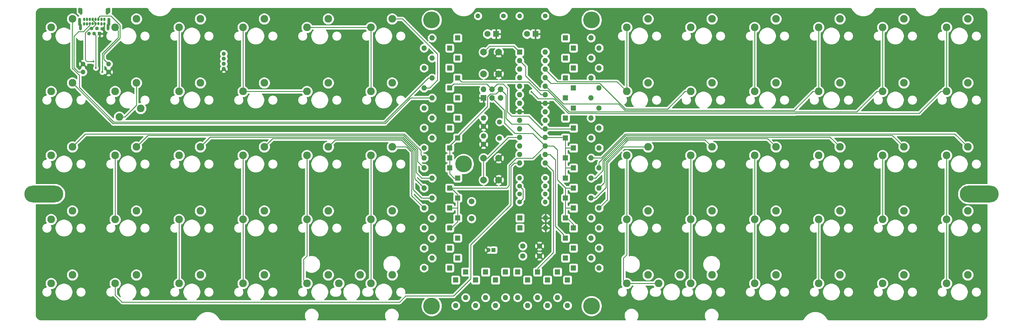
<source format=gbr>
G04 #@! TF.GenerationSoftware,KiCad,Pcbnew,(5.1.10-1-10_14)*
G04 #@! TF.CreationDate,2021-11-18T20:36:13+01:00*
G04 #@! TF.ProjectId,lumberjack,6c756d62-6572-46a6-9163-6b2e6b696361,1.5*
G04 #@! TF.SameCoordinates,Original*
G04 #@! TF.FileFunction,Copper,L1,Top*
G04 #@! TF.FilePolarity,Positive*
%FSLAX46Y46*%
G04 Gerber Fmt 4.6, Leading zero omitted, Abs format (unit mm)*
G04 Created by KiCad (PCBNEW (5.1.10-1-10_14)) date 2021-11-18 20:36:13*
%MOMM*%
%LPD*%
G01*
G04 APERTURE LIST*
G04 #@! TA.AperFunction,ComponentPad*
%ADD10C,2.286000*%
G04 #@! TD*
G04 #@! TA.AperFunction,ComponentPad*
%ADD11C,1.100000*%
G04 #@! TD*
G04 #@! TA.AperFunction,ComponentPad*
%ADD12O,1.100000X1.100000*%
G04 #@! TD*
G04 #@! TA.AperFunction,ComponentPad*
%ADD13R,1.100000X1.100000*%
G04 #@! TD*
G04 #@! TA.AperFunction,ComponentPad*
%ADD14O,0.850000X2.000000*%
G04 #@! TD*
G04 #@! TA.AperFunction,ComponentPad*
%ADD15O,0.900000X1.700000*%
G04 #@! TD*
G04 #@! TA.AperFunction,ComponentPad*
%ADD16O,0.900000X2.400000*%
G04 #@! TD*
G04 #@! TA.AperFunction,ComponentPad*
%ADD17O,0.700000X1.000000*%
G04 #@! TD*
G04 #@! TA.AperFunction,ComponentPad*
%ADD18O,0.700000X0.900000*%
G04 #@! TD*
G04 #@! TA.AperFunction,ComponentPad*
%ADD19O,1.400000X1.400000*%
G04 #@! TD*
G04 #@! TA.AperFunction,ComponentPad*
%ADD20C,1.400000*%
G04 #@! TD*
G04 #@! TA.AperFunction,ComponentPad*
%ADD21C,1.710000*%
G04 #@! TD*
G04 #@! TA.AperFunction,ComponentPad*
%ADD22R,1.600000X1.600000*%
G04 #@! TD*
G04 #@! TA.AperFunction,ComponentPad*
%ADD23O,1.600000X1.600000*%
G04 #@! TD*
G04 #@! TA.AperFunction,WasherPad*
%ADD24C,5.000000*%
G04 #@! TD*
G04 #@! TA.AperFunction,WasherPad*
%ADD25O,11.600000X5.000000*%
G04 #@! TD*
G04 #@! TA.AperFunction,ComponentPad*
%ADD26R,1.200000X1.200000*%
G04 #@! TD*
G04 #@! TA.AperFunction,ComponentPad*
%ADD27C,1.200000*%
G04 #@! TD*
G04 #@! TA.AperFunction,ComponentPad*
%ADD28C,1.600000*%
G04 #@! TD*
G04 #@! TA.AperFunction,ComponentPad*
%ADD29R,1.700000X1.700000*%
G04 #@! TD*
G04 #@! TA.AperFunction,ComponentPad*
%ADD30O,1.700000X1.700000*%
G04 #@! TD*
G04 #@! TA.AperFunction,ComponentPad*
%ADD31R,1.800000X1.800000*%
G04 #@! TD*
G04 #@! TA.AperFunction,ComponentPad*
%ADD32C,1.800000*%
G04 #@! TD*
G04 #@! TA.AperFunction,ComponentPad*
%ADD33C,2.000000*%
G04 #@! TD*
G04 #@! TA.AperFunction,ComponentPad*
%ADD34C,1.500000*%
G04 #@! TD*
G04 #@! TA.AperFunction,ComponentPad*
%ADD35C,1.244600*%
G04 #@! TD*
G04 #@! TA.AperFunction,ViaPad*
%ADD36C,0.600000*%
G04 #@! TD*
G04 #@! TA.AperFunction,Conductor*
%ADD37C,0.250000*%
G04 #@! TD*
G04 #@! TA.AperFunction,Conductor*
%ADD38C,0.200000*%
G04 #@! TD*
G04 #@! TA.AperFunction,Conductor*
%ADD39C,0.254000*%
G04 #@! TD*
G04 #@! TA.AperFunction,Conductor*
%ADD40C,0.100000*%
G04 #@! TD*
G04 APERTURE END LIST*
D10*
X34290032Y-80803820D03*
X40640032Y-78263820D03*
X35560032Y-88423820D03*
X41910032Y-85883820D03*
D11*
X28100000Y-63610000D03*
D12*
X28900000Y-62060000D03*
D11*
X26500000Y-63610000D03*
D13*
X29700000Y-63610000D03*
D14*
X32200000Y-61650000D03*
D12*
X27300000Y-62060000D03*
D14*
X24200000Y-56950000D03*
X32000000Y-56950000D03*
X24000000Y-61650000D03*
D15*
X32428000Y-56710000D03*
X23778000Y-56710000D03*
D16*
X32428000Y-60090000D03*
X23778000Y-60090000D03*
D17*
X28528000Y-59360000D03*
X31078000Y-59360000D03*
X30228000Y-59360000D03*
X29378000Y-59360000D03*
X25128000Y-59360000D03*
X26828000Y-59360000D03*
X27678000Y-59360000D03*
X25978000Y-59360000D03*
X31078000Y-60710000D03*
X30228000Y-60710000D03*
D18*
X29378000Y-60660000D03*
X28528000Y-60660000D03*
X27678000Y-60660000D03*
X26828000Y-60660000D03*
D17*
X25978000Y-60710000D03*
X25128000Y-60710000D03*
D10*
X34290032Y-61753804D03*
X40640032Y-59213804D03*
D19*
X154781380Y-106561027D03*
D20*
X162401380Y-106561027D03*
D19*
X162401380Y-108942279D03*
D20*
X154781380Y-108942279D03*
D21*
X140493868Y-113546035D03*
X140493868Y-118626035D03*
D22*
X144661059Y-134540738D03*
D23*
X144661059Y-142160738D03*
D22*
X136326677Y-118467287D03*
D23*
X128706677Y-118467287D03*
D10*
X110490096Y-99853836D03*
X116840096Y-97313836D03*
D24*
X138112616Y-102393836D03*
D10*
X281940240Y-80803820D03*
X288290240Y-78263820D03*
D22*
X168473579Y-118467287D03*
D23*
X176093579Y-118467287D03*
D22*
X170854831Y-73818812D03*
D23*
X178474831Y-73818812D03*
X126325425Y-67865682D03*
D22*
X133945425Y-67865682D03*
D10*
X224790192Y-118903852D03*
X231140192Y-116363852D03*
X243840208Y-80803820D03*
X250190208Y-78263820D03*
X243840208Y-61753804D03*
X250190208Y-59213804D03*
X262890224Y-80803820D03*
X269240224Y-78263820D03*
X243840208Y-99853836D03*
X250190208Y-97313836D03*
X281940240Y-99853836D03*
X288290240Y-97313836D03*
X262890224Y-99853836D03*
X269240224Y-97313836D03*
X281940240Y-118903852D03*
X288290240Y-116363852D03*
X262890224Y-118903852D03*
X269240224Y-116363852D03*
X224790192Y-99853836D03*
X231140192Y-97313836D03*
X205740176Y-99853836D03*
X212090176Y-97313836D03*
X281940240Y-137953868D03*
X288290240Y-135413868D03*
X243840208Y-118903852D03*
X250190208Y-116363852D03*
X205740176Y-118903852D03*
X212090176Y-116363852D03*
X262890224Y-137953868D03*
X269240224Y-135413868D03*
X243840208Y-137953868D03*
X250190208Y-135413868D03*
X224790192Y-137953868D03*
X231140192Y-135413868D03*
X212090176Y-135413868D03*
X205740176Y-137953868D03*
X110490096Y-61753804D03*
X116840096Y-59213804D03*
X110490096Y-80803820D03*
X116840096Y-78263820D03*
X72390064Y-80803820D03*
X78740064Y-78263820D03*
X91440080Y-137953868D03*
X97790080Y-135413868D03*
X53340048Y-137953868D03*
X59690048Y-135413868D03*
X15240016Y-80803820D03*
X21590016Y-78263820D03*
D25*
X13096886Y-111323531D03*
X291703370Y-111323531D03*
D24*
X128587608Y-59531300D03*
X176212648Y-59531300D03*
X128587608Y-144661059D03*
X176212648Y-144661059D03*
D10*
X15239968Y-61753750D03*
X21589968Y-59213750D03*
X53340048Y-61753804D03*
X59690048Y-59213804D03*
X72390064Y-61753804D03*
X78740064Y-59213804D03*
X91440080Y-61753804D03*
X97790080Y-59213804D03*
X281940240Y-61753804D03*
X288290240Y-59213804D03*
X262890224Y-61753804D03*
X269240224Y-59213804D03*
X224790192Y-61753804D03*
X231140192Y-59213804D03*
X53340048Y-80803820D03*
X59690048Y-78263820D03*
X224790192Y-80803820D03*
X231140192Y-78263820D03*
X15240016Y-99853836D03*
X21590016Y-97313836D03*
X34290032Y-99853836D03*
X40640032Y-97313836D03*
X53340048Y-99853836D03*
X59690048Y-97313836D03*
X91440080Y-80803820D03*
X97790080Y-78263820D03*
X205740176Y-80803820D03*
X212090176Y-78263820D03*
X15240016Y-118903852D03*
X21590016Y-116363852D03*
X34290032Y-118903852D03*
X40640032Y-116363852D03*
X72390064Y-99853836D03*
X78740064Y-97313836D03*
X91440080Y-99853836D03*
X97790080Y-97313836D03*
X15240016Y-137953868D03*
X21590016Y-135413868D03*
X53340048Y-118903852D03*
X59690048Y-116363852D03*
X72390064Y-118903852D03*
X78740064Y-116363852D03*
X91440080Y-118903852D03*
X97790080Y-116363852D03*
X34290032Y-137953868D03*
X40640032Y-135413868D03*
X72390064Y-137953868D03*
X78740064Y-135413868D03*
D26*
X147042311Y-127992295D03*
D27*
X145542311Y-127992295D03*
D28*
X155734510Y-126801669D03*
X160734510Y-126801669D03*
X160734510Y-129778234D03*
X155734510Y-129778234D03*
X144065746Y-96559454D03*
X144065746Y-94059454D03*
X144065746Y-88701637D03*
X144065746Y-91201637D03*
D29*
X144065746Y-82748507D03*
D30*
X144065746Y-80208507D03*
X146605746Y-82748507D03*
X146605746Y-80208507D03*
X149145746Y-82748507D03*
X149145746Y-80208507D03*
D31*
X159543884Y-63698491D03*
D32*
X157003884Y-63698491D03*
D33*
X148565746Y-75604751D03*
X144065746Y-75604751D03*
X148565746Y-69104751D03*
X144065746Y-69104751D03*
X144065746Y-100656340D03*
X148565746Y-100656340D03*
X144065746Y-107156340D03*
X148565746Y-107156340D03*
D34*
X148828250Y-89892263D03*
X148828250Y-94772263D03*
D22*
X154781380Y-69056308D03*
D23*
X162401380Y-102076308D03*
X154781380Y-71596308D03*
X162401380Y-99536308D03*
X154781380Y-74136308D03*
X162401380Y-96996308D03*
X154781380Y-76676308D03*
X162401380Y-94456308D03*
X154781380Y-79216308D03*
X162401380Y-91916308D03*
X154781380Y-81756308D03*
X162401380Y-89376308D03*
X154781380Y-84296308D03*
X162401380Y-86836308D03*
X154781380Y-86836308D03*
X162401380Y-84296308D03*
X154781380Y-89376308D03*
X162401380Y-81756308D03*
X154781380Y-91916308D03*
X162401380Y-79216308D03*
X154781380Y-94456308D03*
X162401380Y-76676308D03*
X154781380Y-96996308D03*
X162401380Y-74136308D03*
X154781380Y-99536308D03*
X162401380Y-71596308D03*
X154781380Y-102076308D03*
X162401380Y-69056308D03*
D22*
X154900449Y-121443852D03*
D23*
X162520449Y-121443852D03*
X162520449Y-118467287D03*
D22*
X154900449Y-118467287D03*
X136326677Y-76795377D03*
D23*
X128706677Y-76795377D03*
D22*
X133945425Y-73818812D03*
D23*
X126325425Y-73818812D03*
X128706677Y-70842247D03*
D22*
X136326677Y-70842247D03*
X136326677Y-64889117D03*
D23*
X128706677Y-64889117D03*
D22*
X168473579Y-76795377D03*
D23*
X176093579Y-76795377D03*
X176093579Y-70842247D03*
D22*
X168473579Y-70842247D03*
X170854831Y-67865682D03*
D23*
X178474831Y-67865682D03*
D22*
X136326677Y-82748507D03*
D23*
X128706677Y-82748507D03*
D22*
X133945425Y-85725072D03*
D23*
X126325425Y-85725072D03*
X128706677Y-88701637D03*
D22*
X136326677Y-88701637D03*
D23*
X126325425Y-91678202D03*
D22*
X133945425Y-91678202D03*
X133945425Y-79771942D03*
D23*
X126325425Y-79771942D03*
X176093579Y-82748507D03*
D22*
X168473579Y-82748507D03*
X170854831Y-85725072D03*
D23*
X178474831Y-85725072D03*
D22*
X168473579Y-88701637D03*
D23*
X176093579Y-88701637D03*
D22*
X170854831Y-91678202D03*
D23*
X178474831Y-91678202D03*
X126325425Y-100607897D03*
D22*
X133945425Y-100607897D03*
D23*
X126325425Y-103584462D03*
D22*
X133945425Y-103584462D03*
D23*
X128706677Y-106561027D03*
D22*
X136326677Y-106561027D03*
X136326677Y-94654767D03*
D23*
X128706677Y-94654767D03*
D22*
X133945425Y-97631332D03*
D23*
X126325425Y-97631332D03*
D22*
X168473579Y-100607897D03*
D23*
X176093579Y-100607897D03*
D22*
X170854831Y-103584462D03*
D23*
X178474831Y-103584462D03*
D22*
X168473579Y-106561027D03*
D23*
X176093579Y-106561027D03*
D22*
X168473579Y-94654767D03*
D23*
X176093579Y-94654767D03*
X126325425Y-121443852D03*
D22*
X133945425Y-121443852D03*
D23*
X126325425Y-109537592D03*
D22*
X133945425Y-109537592D03*
X136326677Y-112514157D03*
D23*
X128706677Y-112514157D03*
D22*
X133945425Y-115490722D03*
D23*
X126325425Y-115490722D03*
D22*
X170854831Y-121443852D03*
D23*
X178474831Y-121443852D03*
D22*
X170854831Y-109537592D03*
D23*
X178474831Y-109537592D03*
D22*
X168473579Y-112514157D03*
D23*
X176093579Y-112514157D03*
X150614189Y-142160738D03*
D22*
X150614189Y-134540738D03*
D23*
X128706677Y-124420417D03*
D22*
X136326677Y-124420417D03*
D23*
X126325425Y-127396982D03*
D22*
X133945425Y-127396982D03*
D23*
X128706677Y-130373547D03*
D22*
X136326677Y-130373547D03*
D23*
X154186067Y-142160738D03*
D22*
X154186067Y-134540738D03*
D23*
X176093579Y-124420417D03*
D22*
X168473579Y-124420417D03*
D23*
X178474831Y-127396982D03*
D22*
X170854831Y-127396982D03*
D23*
X176093579Y-130373547D03*
D22*
X168473579Y-130373547D03*
X147637624Y-136921990D03*
D23*
X147637624Y-144541990D03*
D22*
X141684494Y-136921990D03*
D23*
X141684494Y-144541990D03*
D22*
X138707929Y-134540738D03*
D23*
X138707929Y-142160738D03*
D22*
X157162632Y-136921990D03*
D23*
X157162632Y-144541990D03*
D22*
X160139197Y-134540738D03*
D23*
X160139197Y-142160738D03*
D22*
X163115762Y-136921990D03*
D23*
X163115762Y-144541990D03*
D22*
X166092327Y-134540738D03*
D23*
X166092327Y-142160738D03*
D31*
X147796372Y-63698491D03*
D32*
X145256372Y-63698491D03*
D23*
X126325425Y-133350112D03*
D22*
X133945425Y-133350112D03*
X135731364Y-136921990D03*
D23*
X135731364Y-144541990D03*
X176093579Y-64889117D03*
D22*
X168473579Y-64889117D03*
X170854831Y-79771942D03*
D23*
X178474831Y-79771942D03*
X178474831Y-97631332D03*
D22*
X170854831Y-97631332D03*
X170854831Y-115490722D03*
D23*
X178474831Y-115490722D03*
X178474831Y-133350112D03*
D22*
X170854831Y-133350112D03*
X169068892Y-136921990D03*
D23*
X169068892Y-144541990D03*
D10*
X110490096Y-118903852D03*
X116840096Y-116363852D03*
X116840096Y-135413868D03*
X110490096Y-137953868D03*
X205740176Y-61753804D03*
X212090176Y-59213804D03*
X193040160Y-59213804D03*
X186690160Y-61753804D03*
X186690160Y-80803820D03*
X193040160Y-78263820D03*
X186690160Y-99853836D03*
X193040160Y-97313836D03*
X193040160Y-116363852D03*
X186690160Y-118903852D03*
X193040160Y-135413868D03*
X186690160Y-137953868D03*
X107315088Y-135413868D03*
X100965088Y-137953868D03*
X196215168Y-137953868D03*
X202565168Y-135413868D03*
D19*
X162401380Y-113704783D03*
D20*
X154781380Y-113704783D03*
X154781380Y-111323531D03*
D19*
X162401380Y-111323531D03*
X142398876Y-58340674D03*
D20*
X150018876Y-58340674D03*
X162401380Y-58340674D03*
D19*
X154781380Y-58340674D03*
X24765000Y-75009375D03*
D20*
X32385000Y-75009375D03*
X24765000Y-72628125D03*
D19*
X32385000Y-72628125D03*
D35*
X66675000Y-74056875D03*
X66675000Y-72556876D03*
X66675000Y-71056874D03*
X66675000Y-69556874D03*
D36*
X182761091Y-144065746D03*
X130373547Y-102393836D03*
X122039165Y-89296950D03*
X47625000Y-83343750D03*
X66675000Y-103108125D03*
X66436875Y-88106250D03*
X21431250Y-56673750D03*
X24050625Y-90249375D03*
X40719375Y-67627500D03*
X30480000Y-75009375D03*
X158353258Y-80962568D03*
X28575006Y-73818750D03*
X27860625Y-71913750D03*
D37*
X161270010Y-81756308D02*
X157499705Y-77986003D01*
X162401380Y-81756308D02*
X161270010Y-81756308D01*
X157499705Y-77986003D02*
X137517303Y-77986003D01*
X137517303Y-77986003D02*
X136326677Y-76795377D01*
X148232937Y-78581316D02*
X146605746Y-80208507D01*
X151209502Y-79892398D02*
X149898420Y-78581316D01*
X151209502Y-86915698D02*
X151209502Y-79892398D01*
X157519839Y-88106324D02*
X152400128Y-88106324D01*
X161329823Y-91916308D02*
X157519839Y-88106324D01*
X149898420Y-78581316D02*
X148232937Y-78581316D01*
X152400128Y-88106324D02*
X151209502Y-86915698D01*
X170259518Y-91678202D02*
X170021412Y-91916308D01*
X170616725Y-91916308D02*
X170854831Y-91678202D01*
X162401380Y-91916308D02*
X170616725Y-91916308D01*
X161329823Y-91916308D02*
X162401380Y-91916308D01*
X135136051Y-78581316D02*
X133945425Y-79771942D01*
X144978555Y-78581316D02*
X135136051Y-78581316D01*
X146605746Y-80208507D02*
X144978555Y-78581316D01*
X150759491Y-81822252D02*
X149145746Y-80208507D01*
X150759491Y-88846939D02*
X150759491Y-81822252D01*
X152413861Y-90501309D02*
X150759491Y-88846939D01*
X157374824Y-90501309D02*
X152413861Y-90501309D01*
X161329823Y-94456308D02*
X157374824Y-90501309D01*
X133945425Y-105229775D02*
X133945425Y-103584462D01*
X135276677Y-106561027D02*
X133945425Y-105229775D01*
X136326677Y-106561027D02*
X135276677Y-106561027D01*
X133945425Y-103584462D02*
X133945425Y-100607897D01*
X133945425Y-100607897D02*
X133945425Y-97631332D01*
X168275120Y-94456308D02*
X168473579Y-94654767D01*
X162401380Y-94456308D02*
X168275120Y-94456308D01*
X161329823Y-94456308D02*
X162401380Y-94456308D01*
X147811997Y-81542256D02*
X149145746Y-80208507D01*
X145256372Y-82358879D02*
X146072995Y-81542256D01*
X145256372Y-85270385D02*
X145256372Y-82358879D01*
X136326677Y-94200080D02*
X145256372Y-85270385D01*
X146072995Y-81542256D02*
X147811997Y-81542256D01*
X136326677Y-94654767D02*
X136326677Y-94200080D01*
X133945425Y-97036019D02*
X136326677Y-94654767D01*
X133945425Y-97631332D02*
X133945425Y-97036019D01*
X168565826Y-97631332D02*
X168473579Y-97723579D01*
X170854831Y-97631332D02*
X168565826Y-97631332D01*
X168473579Y-97723579D02*
X168473579Y-94654767D01*
X168473579Y-100607897D02*
X168473579Y-97723579D01*
X168531620Y-103584462D02*
X168473579Y-103526421D01*
X170854831Y-103584462D02*
X168531620Y-103584462D01*
X168473579Y-103526421D02*
X168473579Y-100607897D01*
X168473579Y-106561027D02*
X168473579Y-103526421D01*
X134400112Y-121443852D02*
X133945425Y-121443852D01*
X136326677Y-119517287D02*
X134400112Y-121443852D01*
X136326677Y-118467287D02*
X136326677Y-119517287D01*
X134400112Y-109537592D02*
X133945425Y-109537592D01*
X136326677Y-111464157D02*
X134400112Y-109537592D01*
X136326677Y-112514157D02*
X136326677Y-111464157D01*
X168928266Y-118467287D02*
X168473579Y-118467287D01*
X170854831Y-120393852D02*
X168928266Y-118467287D01*
X170854831Y-121443852D02*
X170854831Y-120393852D01*
X153416822Y-93331307D02*
X150309480Y-90223965D01*
X150309480Y-86452241D02*
X146605746Y-82748507D01*
X158736379Y-93331307D02*
X153416822Y-93331307D01*
X162401380Y-96996308D02*
X158736379Y-93331307D01*
X150309480Y-90223965D02*
X150309480Y-86452241D01*
X151685625Y-102870000D02*
X151685625Y-108823125D01*
X153894316Y-100661309D02*
X151685625Y-102870000D01*
X151685625Y-108823125D02*
X150971158Y-109537592D01*
X158736379Y-100661309D02*
X153894316Y-100661309D01*
X150971158Y-109537592D02*
X133945425Y-109537592D01*
X162401380Y-96996308D02*
X158736379Y-100661309D01*
X136259278Y-115490722D02*
X136326677Y-115423323D01*
X133945425Y-115490722D02*
X136259278Y-115490722D01*
X136326677Y-115423323D02*
X136326677Y-112514157D01*
X136326677Y-118467287D02*
X136326677Y-115423323D01*
X170854831Y-115490722D02*
X168490722Y-115490722D01*
X168473579Y-115473579D02*
X168473579Y-112514157D01*
X168490722Y-115490722D02*
X168473579Y-115473579D01*
X168473579Y-118467287D02*
X168473579Y-115473579D01*
X168537592Y-109537592D02*
X167878266Y-108878266D01*
X170259518Y-109537592D02*
X168537592Y-109537592D01*
X168473579Y-109473579D02*
X167878266Y-108878266D01*
X168473579Y-112514157D02*
X168473579Y-109473579D01*
X164861990Y-96996308D02*
X162401380Y-96996308D01*
X166092327Y-98226645D02*
X164861990Y-96996308D01*
X166092327Y-107092327D02*
X166092327Y-98226645D01*
X167878266Y-108878266D02*
X166092327Y-107092327D01*
X165497014Y-101203210D02*
X165497014Y-120989165D01*
X167878266Y-123370417D02*
X167878266Y-124420417D01*
X163830112Y-99536308D02*
X165497014Y-101203210D01*
X165497014Y-120989165D02*
X167878266Y-123370417D01*
X162401380Y-99536308D02*
X163830112Y-99536308D01*
X160139197Y-133490738D02*
X160139197Y-134540738D01*
X164901701Y-128728234D02*
X160139197Y-133490738D01*
X164901701Y-104576629D02*
X164901701Y-128728234D01*
X162401380Y-102076308D02*
X164901701Y-104576629D01*
X152995441Y-67270369D02*
X154781380Y-69056308D01*
X145900128Y-67270369D02*
X152995441Y-67270369D01*
X144065746Y-69104751D02*
X145900128Y-67270369D01*
X144065746Y-100656340D02*
X144065746Y-107156340D01*
X91440080Y-118903852D02*
X91440080Y-99853836D01*
X91440080Y-80803820D02*
X72390064Y-80803820D01*
X72390064Y-80803820D02*
X72390064Y-61753804D01*
X91440080Y-129778234D02*
X91440080Y-118903852D01*
X90487576Y-130730738D02*
X91440080Y-129778234D01*
X90487576Y-137001364D02*
X90487576Y-130730738D01*
X91440080Y-137953868D02*
X90487576Y-137001364D01*
X151407961Y-94456308D02*
X154781380Y-94456308D01*
X145207929Y-100656340D02*
X151407961Y-94456308D01*
X144065746Y-100656340D02*
X145207929Y-100656340D01*
X152161875Y-103108125D02*
X153193692Y-102076308D01*
X153193692Y-102076308D02*
X154781380Y-102076308D01*
X140255625Y-126444375D02*
X152161875Y-114538125D01*
X140255625Y-136564920D02*
X140255625Y-126444375D01*
X120848539Y-141684494D02*
X135136051Y-141684494D01*
X36384045Y-143470433D02*
X119062600Y-143470433D01*
X135136051Y-141684494D02*
X140255625Y-136564920D01*
X119062600Y-143470433D02*
X120848539Y-141684494D01*
X152161875Y-114538125D02*
X152161875Y-103108125D01*
X34290032Y-141376420D02*
X36384045Y-143470433D01*
X34290032Y-137953868D02*
X34290032Y-141376420D01*
X34290032Y-99853836D02*
X34290032Y-118903852D01*
X53340048Y-118903852D02*
X53340048Y-137953868D01*
X30480000Y-69532500D02*
X30480000Y-75009375D01*
X35242500Y-64770000D02*
X30480000Y-69532500D01*
X35242500Y-62706272D02*
X35242500Y-64770000D01*
X34290032Y-61753804D02*
X35242500Y-62706272D01*
X72390064Y-118903852D02*
X72390064Y-137953868D01*
X72390064Y-118903852D02*
X72390064Y-99853836D01*
X53340048Y-80803820D02*
X53340048Y-61753804D01*
X91440080Y-61753804D02*
X110490096Y-61753804D01*
X110490096Y-61753804D02*
X110490096Y-80803820D01*
X110490096Y-99853836D02*
X110490096Y-118903852D01*
X110490096Y-118903852D02*
X110490096Y-137953868D01*
X281940240Y-61753804D02*
X281940240Y-80803820D01*
X281940240Y-99853836D02*
X281940240Y-118903852D01*
X281940240Y-118903852D02*
X281940240Y-137953868D01*
X280323794Y-80803820D02*
X281940240Y-80803820D01*
X236950393Y-87350010D02*
X237000403Y-87300000D01*
X237000403Y-87300000D02*
X273827614Y-87300000D01*
X177748346Y-87300000D02*
X177798356Y-87350010D01*
X172101316Y-87300000D02*
X177748346Y-87300000D01*
X169608430Y-87300084D02*
X172101232Y-87300084D01*
X172101232Y-87300084D02*
X172101316Y-87300000D01*
X169608346Y-87300000D02*
X169608430Y-87300084D01*
X169328472Y-87300000D02*
X169608346Y-87300000D01*
X158353258Y-80962568D02*
X160390690Y-83000000D01*
X165028472Y-83000000D02*
X169328472Y-87300000D01*
X273827614Y-87300000D02*
X280323794Y-80803820D01*
X160390690Y-83000000D02*
X165028472Y-83000000D01*
X177798356Y-87350010D02*
X236950393Y-87350010D01*
X262890224Y-61753804D02*
X262890224Y-80803820D01*
X262890224Y-99853836D02*
X262890224Y-118903852D01*
X243840208Y-118903852D02*
X243840208Y-137953868D01*
X179014832Y-86850073D02*
X179064758Y-86899999D01*
X255227609Y-86849989D02*
X261273778Y-80803820D01*
X177934830Y-86850073D02*
X179014832Y-86850073D01*
X171914916Y-86849989D02*
X177934746Y-86849989D01*
X171914832Y-86850073D02*
X171914916Y-86849989D01*
X169794830Y-86850073D02*
X171914832Y-86850073D01*
X236814003Y-86849989D02*
X255227609Y-86849989D01*
X179064758Y-86899999D02*
X236763993Y-86899999D01*
X169794746Y-86849989D02*
X169794830Y-86850073D01*
X169557399Y-86849989D02*
X169794746Y-86849989D01*
X163207410Y-80500000D02*
X169557399Y-86849989D01*
X236763993Y-86899999D02*
X236814003Y-86849989D01*
X177934746Y-86849989D02*
X177934830Y-86850073D01*
X261273778Y-80803820D02*
X262890224Y-80803820D01*
X154781380Y-71596308D02*
X156567319Y-73382247D01*
X160867255Y-80500000D02*
X163207410Y-80500000D01*
X156567319Y-76200064D02*
X160867255Y-80500000D01*
X156567319Y-73382247D02*
X156567319Y-76200064D01*
X224790192Y-118903852D02*
X224790192Y-137953868D01*
X224790192Y-118903852D02*
X224790192Y-99853836D01*
X243840208Y-80803820D02*
X243840208Y-61753804D01*
X186149584Y-86449989D02*
X236577593Y-86449989D01*
X184234042Y-84534446D02*
X186149584Y-86449989D01*
X162401380Y-79216308D02*
X162560128Y-79216308D01*
X162560128Y-79216308D02*
X167878266Y-84534446D01*
X167878266Y-84534446D02*
X184234042Y-84534446D01*
X236577593Y-86449989D02*
X242223762Y-80803820D01*
X242223762Y-80803820D02*
X243840208Y-80803820D01*
X224790192Y-61753804D02*
X224790192Y-80803820D01*
X205740176Y-99853836D02*
X205740176Y-118903852D01*
X205740176Y-118903852D02*
X205740176Y-137953868D01*
X162401380Y-76676308D02*
X164095460Y-78370388D01*
X198927572Y-85999978D02*
X204123730Y-80803820D01*
X186335984Y-85999978D02*
X198927572Y-85999978D01*
X204123730Y-80803820D02*
X205740176Y-80803820D01*
X178706394Y-78370388D02*
X186335984Y-85999978D01*
X164095460Y-78370388D02*
X178706394Y-78370388D01*
X128706677Y-76795377D02*
X127636988Y-76795377D01*
X21576570Y-73886106D02*
X21576570Y-60843594D01*
X127636988Y-76795377D02*
X114540544Y-89891821D01*
X33932399Y-89891821D02*
X23660628Y-79620050D01*
X114540544Y-89891821D02*
X33932399Y-89891821D01*
X23660628Y-79620050D02*
X23660628Y-75970164D01*
X21576570Y-60843594D02*
X21589968Y-60830196D01*
X23660628Y-75970164D02*
X21576570Y-73886106D01*
X21589968Y-60830196D02*
X21589968Y-59213750D01*
X114726944Y-90341831D02*
X33668027Y-90341831D01*
X33668027Y-90341831D02*
X21590016Y-78263820D01*
X122320268Y-82748507D02*
X114726944Y-90341831D01*
X128706677Y-82748507D02*
X122320268Y-82748507D01*
X125416131Y-98421556D02*
X125416132Y-98421556D01*
X120458716Y-93464141D02*
X125416131Y-98421556D01*
X25439711Y-93464141D02*
X120458716Y-93464141D01*
X21590016Y-97313836D02*
X25439711Y-93464141D01*
X125416131Y-99698603D02*
X126325425Y-100607897D01*
X125416131Y-98421556D02*
X125416131Y-99698603D01*
X37176478Y-88423820D02*
X40640032Y-84960266D01*
X40640032Y-84960266D02*
X40640032Y-78263820D01*
X35560032Y-88423820D02*
X37176478Y-88423820D01*
X124434522Y-101693559D02*
X126325425Y-103584462D01*
X124434522Y-98076358D02*
X124434522Y-101693559D01*
X120272316Y-93914152D02*
X124434522Y-98076358D01*
X44039716Y-93914152D02*
X120272316Y-93914152D01*
X40640032Y-97313836D02*
X44039716Y-93914152D01*
X123984511Y-104934495D02*
X125611043Y-106561027D01*
X123984511Y-98262758D02*
X123984511Y-104934495D01*
X120085916Y-94364163D02*
X123984511Y-98262758D01*
X62639721Y-94364163D02*
X120085916Y-94364163D01*
X59690048Y-97313836D02*
X62639721Y-94364163D01*
X125611043Y-106561027D02*
X128706677Y-106561027D01*
X123534500Y-106746667D02*
X126325425Y-109537592D01*
X123534500Y-98449158D02*
X123534500Y-106746667D01*
X119899516Y-94814174D02*
X123534500Y-98449158D01*
X81239726Y-94814174D02*
X119899516Y-94814174D01*
X78740064Y-97313836D02*
X81239726Y-94814174D01*
X123084489Y-98635558D02*
X123084489Y-109987603D01*
X123084489Y-109987603D02*
X125611043Y-112514157D01*
X119713116Y-95264185D02*
X123084489Y-98635558D01*
X99839731Y-95264185D02*
X119713116Y-95264185D01*
X97790080Y-97313836D02*
X99839731Y-95264185D01*
X125611043Y-112514157D02*
X128706677Y-112514157D01*
X119935730Y-59213804D02*
X116840096Y-59213804D01*
X130373547Y-77420596D02*
X130373547Y-69651621D01*
X130373547Y-69651621D02*
X119935730Y-59213804D01*
X128022201Y-79771942D02*
X130373547Y-77420596D01*
X126325425Y-79771942D02*
X128022201Y-79771942D01*
X122634478Y-98821958D02*
X122634478Y-111799775D01*
X121126356Y-97313836D02*
X122634478Y-98821958D01*
X122634478Y-111799775D02*
X126325425Y-115490722D01*
X116840096Y-97313836D02*
X121126356Y-97313836D01*
X186332969Y-93464141D02*
X179189213Y-100607897D01*
X284440545Y-93464141D02*
X186332969Y-93464141D01*
X288290240Y-97313836D02*
X284440545Y-93464141D01*
X179189213Y-100607897D02*
X176093579Y-100607897D01*
X177998587Y-103465393D02*
X177879518Y-103584462D01*
X178474831Y-101958689D02*
X178474831Y-103584462D01*
X186519366Y-93914154D02*
X178474831Y-101958689D01*
X265840542Y-93914154D02*
X186519366Y-93914154D01*
X269240224Y-97313836D02*
X265840542Y-93914154D01*
X179625119Y-101444813D02*
X179625119Y-104339182D01*
X179625119Y-104339182D02*
X177403274Y-106561027D01*
X186705766Y-94364165D02*
X179625119Y-101444813D01*
X247240537Y-94364165D02*
X186705766Y-94364165D01*
X250190208Y-97313836D02*
X247240537Y-94364165D01*
X177403274Y-106561027D02*
X176093579Y-106561027D01*
X180075130Y-101631211D02*
X180075130Y-107937293D01*
X186892166Y-94814176D02*
X180075130Y-101631211D01*
X228640532Y-94814176D02*
X186892166Y-94814176D01*
X180075130Y-107937293D02*
X178474831Y-109537592D01*
X231140192Y-97313836D02*
X228640532Y-94814176D01*
X180525141Y-101817610D02*
X180525141Y-109392290D01*
X210040527Y-95264187D02*
X187078565Y-95264187D01*
X180525141Y-109392290D02*
X177403274Y-112514157D01*
X187078565Y-95264187D02*
X180525141Y-101817610D01*
X212090176Y-97313836D02*
X210040527Y-95264187D01*
X177403274Y-112514157D02*
X176093579Y-112514157D01*
X180975152Y-112990401D02*
X178474831Y-115490722D01*
X180975152Y-102004009D02*
X180975152Y-112990401D01*
X185665326Y-97313836D02*
X180975152Y-102004009D01*
X193040160Y-97313836D02*
X185665326Y-97313836D01*
X186690160Y-61753804D02*
X186690160Y-80803820D01*
X186690160Y-99853836D02*
X186690160Y-118903852D01*
X186690160Y-137953868D02*
X196215168Y-137953868D01*
X185737656Y-130373547D02*
X185737656Y-137001364D01*
X186690160Y-129421043D02*
X185737656Y-130373547D01*
X185737656Y-137001364D02*
X186690160Y-137953868D01*
X186690160Y-118903852D02*
X186690160Y-129421043D01*
X183806718Y-77920378D02*
X186690160Y-80803820D01*
X166090459Y-77920378D02*
X183806718Y-77920378D01*
X162401380Y-74231299D02*
X166090459Y-77920378D01*
X162401380Y-74136308D02*
X162401380Y-74231299D01*
X30956250Y-71199375D02*
X32385000Y-72628125D01*
X35758033Y-64968842D02*
X30956250Y-69770625D01*
X30956250Y-69770625D02*
X30956250Y-71199375D01*
X35758033Y-61049163D02*
X35758033Y-64968842D01*
X29859375Y-58340625D02*
X33049495Y-58340625D01*
X33049495Y-58340625D02*
X35758033Y-61049163D01*
X29378000Y-58822000D02*
X29859375Y-58340625D01*
X29378000Y-59510000D02*
X29378000Y-58822000D01*
D38*
X26836968Y-60295127D02*
X26660000Y-60770000D01*
D37*
X23336250Y-75009375D02*
X24765000Y-75009375D01*
X22026581Y-73699706D02*
X23336250Y-75009375D01*
X22026581Y-64424044D02*
X22026581Y-73699706D01*
X23450625Y-63000000D02*
X22026581Y-64424044D01*
X24900000Y-63000000D02*
X23450625Y-63000000D01*
X26828000Y-60860000D02*
X26828000Y-61072000D01*
X26828000Y-61072000D02*
X24900000Y-63000000D01*
X28575006Y-64085006D02*
X28575006Y-73818750D01*
X28100000Y-63610000D02*
X28575006Y-64085006D01*
D38*
X27686968Y-59056968D02*
X27686968Y-58945127D01*
D37*
X27678000Y-59578000D02*
X27678000Y-59510000D01*
X28528000Y-60428000D02*
X27678000Y-59578000D01*
X28528000Y-60860000D02*
X28528000Y-60428000D01*
X27532608Y-61860000D02*
X27300000Y-61860000D01*
X28528000Y-60864608D02*
X27532608Y-61860000D01*
X28528000Y-60860000D02*
X28528000Y-60864608D01*
X155806381Y-112679782D02*
X154781380Y-113704783D01*
X155806381Y-109967280D02*
X155806381Y-112679782D01*
X154781380Y-108942279D02*
X155806381Y-109967280D01*
X25955625Y-71913750D02*
X27860625Y-71913750D01*
X25479375Y-71437500D02*
X25955625Y-71913750D01*
X26954998Y-61860000D02*
X25479375Y-63335623D01*
X25479375Y-63335623D02*
X25479375Y-71437500D01*
X27300000Y-61860000D02*
X26954998Y-61860000D01*
D39*
X22708700Y-56097304D02*
X22693000Y-56256707D01*
X22693000Y-57163294D01*
X22708700Y-57322697D01*
X22770742Y-57527220D01*
X22871492Y-57715710D01*
X23007079Y-57880922D01*
X23172291Y-58016509D01*
X23296197Y-58082738D01*
X23314378Y-58116753D01*
X23446841Y-58278159D01*
X23472175Y-58298950D01*
X23360780Y-58332741D01*
X23187827Y-58425186D01*
X23165611Y-58371551D01*
X22971031Y-58080341D01*
X22723377Y-57832687D01*
X22432167Y-57638107D01*
X22108591Y-57504078D01*
X21765086Y-57435750D01*
X21414850Y-57435750D01*
X21071345Y-57504078D01*
X20747769Y-57638107D01*
X20456559Y-57832687D01*
X20208905Y-58080341D01*
X20014325Y-58371551D01*
X19880296Y-58695127D01*
X19811968Y-59038632D01*
X19811968Y-59388868D01*
X19880296Y-59732373D01*
X20014325Y-60055949D01*
X20208905Y-60347159D01*
X20456559Y-60594813D01*
X20747769Y-60789393D01*
X20815470Y-60817436D01*
X20812894Y-60843594D01*
X20816571Y-60880926D01*
X20816571Y-62342527D01*
X20725794Y-62251750D01*
X20295219Y-61964049D01*
X19816790Y-61765877D01*
X19308892Y-61664850D01*
X18791044Y-61664850D01*
X18283146Y-61765877D01*
X17804717Y-61964049D01*
X17374142Y-62251750D01*
X17007968Y-62617924D01*
X16720267Y-63048499D01*
X16522095Y-63526928D01*
X16421068Y-64034826D01*
X16421068Y-64552674D01*
X16522095Y-65060572D01*
X16720267Y-65539001D01*
X17007968Y-65969576D01*
X17374142Y-66335750D01*
X17804717Y-66623451D01*
X18283146Y-66821623D01*
X18791044Y-66922650D01*
X19308892Y-66922650D01*
X19816790Y-66821623D01*
X20295219Y-66623451D01*
X20725794Y-66335750D01*
X20816571Y-66244973D01*
X20816570Y-73848784D01*
X20812894Y-73886106D01*
X20816570Y-73923428D01*
X20816570Y-73923438D01*
X20827567Y-74035091D01*
X20856736Y-74131249D01*
X20871024Y-74178352D01*
X20941596Y-74310382D01*
X20961537Y-74334680D01*
X21036569Y-74426107D01*
X21065573Y-74449910D01*
X22900629Y-76284967D01*
X22900629Y-77059961D01*
X22723425Y-76882757D01*
X22432215Y-76688177D01*
X22108639Y-76554148D01*
X21765134Y-76485820D01*
X21414898Y-76485820D01*
X21071393Y-76554148D01*
X20747817Y-76688177D01*
X20456607Y-76882757D01*
X20208953Y-77130411D01*
X20014373Y-77421621D01*
X19880344Y-77745197D01*
X19812016Y-78088702D01*
X19812016Y-78438938D01*
X19880344Y-78782443D01*
X20014373Y-79106019D01*
X20208953Y-79397229D01*
X20456607Y-79644883D01*
X20747817Y-79839463D01*
X21071393Y-79973492D01*
X21414898Y-80041820D01*
X21765134Y-80041820D01*
X22108639Y-79973492D01*
X22190839Y-79939444D01*
X24109315Y-81857920D01*
X23983668Y-81857920D01*
X23696595Y-81915022D01*
X23426178Y-82027032D01*
X23182810Y-82189646D01*
X22975842Y-82396614D01*
X22813228Y-82639982D01*
X22701218Y-82910399D01*
X22644116Y-83197472D01*
X22644116Y-83490168D01*
X22701218Y-83777241D01*
X22813228Y-84047658D01*
X22975842Y-84291026D01*
X23182810Y-84497994D01*
X23426178Y-84660608D01*
X23696595Y-84772618D01*
X23983668Y-84829720D01*
X24276364Y-84829720D01*
X24563437Y-84772618D01*
X24833854Y-84660608D01*
X25077222Y-84497994D01*
X25284190Y-84291026D01*
X25446804Y-84047658D01*
X25558814Y-83777241D01*
X25615916Y-83490168D01*
X25615916Y-83364521D01*
X33104228Y-90852834D01*
X33128026Y-90881832D01*
X33157024Y-90905630D01*
X33243750Y-90976805D01*
X33364428Y-91041309D01*
X33375780Y-91047377D01*
X33519041Y-91090834D01*
X33630694Y-91101831D01*
X33630704Y-91101831D01*
X33668027Y-91105507D01*
X33705350Y-91101831D01*
X114689622Y-91101831D01*
X114726944Y-91105507D01*
X114764266Y-91101831D01*
X114764277Y-91101831D01*
X114875930Y-91090834D01*
X115019191Y-91047377D01*
X115151220Y-90976805D01*
X115266945Y-90881832D01*
X115290748Y-90852828D01*
X117583274Y-88560302D01*
X127271677Y-88560302D01*
X127271677Y-88842972D01*
X127326824Y-89120211D01*
X127434997Y-89381364D01*
X127592040Y-89616396D01*
X127791918Y-89816274D01*
X128026950Y-89973317D01*
X128288103Y-90081490D01*
X128565342Y-90136637D01*
X128848012Y-90136637D01*
X129125251Y-90081490D01*
X129386404Y-89973317D01*
X129621436Y-89816274D01*
X129821314Y-89616396D01*
X129978357Y-89381364D01*
X130086530Y-89120211D01*
X130141677Y-88842972D01*
X130141677Y-88560302D01*
X130086530Y-88283063D01*
X129978357Y-88021910D01*
X129897994Y-87901637D01*
X134888605Y-87901637D01*
X134888605Y-89501637D01*
X134900865Y-89626119D01*
X134937175Y-89745817D01*
X134996140Y-89856131D01*
X135075492Y-89952822D01*
X135172183Y-90032174D01*
X135282497Y-90091139D01*
X135402195Y-90127449D01*
X135526677Y-90139709D01*
X137126677Y-90139709D01*
X137251159Y-90127449D01*
X137370857Y-90091139D01*
X137481171Y-90032174D01*
X137577862Y-89952822D01*
X137657214Y-89856131D01*
X137716179Y-89745817D01*
X137752489Y-89626119D01*
X137764749Y-89501637D01*
X137764749Y-87901637D01*
X137752489Y-87777155D01*
X137716179Y-87657457D01*
X137657214Y-87547143D01*
X137577862Y-87450452D01*
X137481171Y-87371100D01*
X137370857Y-87312135D01*
X137251159Y-87275825D01*
X137126677Y-87263565D01*
X135526677Y-87263565D01*
X135402195Y-87275825D01*
X135282497Y-87312135D01*
X135172183Y-87371100D01*
X135075492Y-87450452D01*
X134996140Y-87547143D01*
X134937175Y-87657457D01*
X134900865Y-87777155D01*
X134888605Y-87901637D01*
X129897994Y-87901637D01*
X129821314Y-87786878D01*
X129621436Y-87587000D01*
X129386404Y-87429957D01*
X129125251Y-87321784D01*
X128848012Y-87266637D01*
X128565342Y-87266637D01*
X128288103Y-87321784D01*
X128026950Y-87429957D01*
X127791918Y-87587000D01*
X127592040Y-87786878D01*
X127434997Y-88021910D01*
X127326824Y-88283063D01*
X127271677Y-88560302D01*
X117583274Y-88560302D01*
X120559839Y-85583737D01*
X124890425Y-85583737D01*
X124890425Y-85866407D01*
X124945572Y-86143646D01*
X125053745Y-86404799D01*
X125210788Y-86639831D01*
X125410666Y-86839709D01*
X125645698Y-86996752D01*
X125906851Y-87104925D01*
X126184090Y-87160072D01*
X126466760Y-87160072D01*
X126743999Y-87104925D01*
X127005152Y-86996752D01*
X127240184Y-86839709D01*
X127440062Y-86639831D01*
X127597105Y-86404799D01*
X127705278Y-86143646D01*
X127760425Y-85866407D01*
X127760425Y-85583737D01*
X127705278Y-85306498D01*
X127597105Y-85045345D01*
X127516742Y-84925072D01*
X132507353Y-84925072D01*
X132507353Y-86525072D01*
X132519613Y-86649554D01*
X132555923Y-86769252D01*
X132614888Y-86879566D01*
X132694240Y-86976257D01*
X132790931Y-87055609D01*
X132901245Y-87114574D01*
X133020943Y-87150884D01*
X133145425Y-87163144D01*
X134745425Y-87163144D01*
X134869907Y-87150884D01*
X134989605Y-87114574D01*
X135099919Y-87055609D01*
X135196610Y-86976257D01*
X135275962Y-86879566D01*
X135334927Y-86769252D01*
X135371237Y-86649554D01*
X135383497Y-86525072D01*
X135383497Y-84925072D01*
X135371237Y-84800590D01*
X135334927Y-84680892D01*
X135275962Y-84570578D01*
X135196610Y-84473887D01*
X135099919Y-84394535D01*
X134989605Y-84335570D01*
X134869907Y-84299260D01*
X134745425Y-84287000D01*
X133145425Y-84287000D01*
X133020943Y-84299260D01*
X132901245Y-84335570D01*
X132790931Y-84394535D01*
X132694240Y-84473887D01*
X132614888Y-84570578D01*
X132555923Y-84680892D01*
X132519613Y-84800590D01*
X132507353Y-84925072D01*
X127516742Y-84925072D01*
X127440062Y-84810313D01*
X127240184Y-84610435D01*
X127005152Y-84453392D01*
X126743999Y-84345219D01*
X126466760Y-84290072D01*
X126184090Y-84290072D01*
X125906851Y-84345219D01*
X125645698Y-84453392D01*
X125410666Y-84610435D01*
X125210788Y-84810313D01*
X125053745Y-85045345D01*
X124945572Y-85306498D01*
X124890425Y-85583737D01*
X120559839Y-85583737D01*
X122635070Y-83508507D01*
X127488634Y-83508507D01*
X127592040Y-83663266D01*
X127791918Y-83863144D01*
X128026950Y-84020187D01*
X128288103Y-84128360D01*
X128565342Y-84183507D01*
X128848012Y-84183507D01*
X129125251Y-84128360D01*
X129386404Y-84020187D01*
X129621436Y-83863144D01*
X129821314Y-83663266D01*
X129978357Y-83428234D01*
X130086530Y-83167081D01*
X130141677Y-82889842D01*
X130141677Y-82607172D01*
X130086530Y-82329933D01*
X129978357Y-82068780D01*
X129897994Y-81948507D01*
X134888605Y-81948507D01*
X134888605Y-83548507D01*
X134900865Y-83672989D01*
X134937175Y-83792687D01*
X134996140Y-83903001D01*
X135075492Y-83999692D01*
X135172183Y-84079044D01*
X135282497Y-84138009D01*
X135402195Y-84174319D01*
X135526677Y-84186579D01*
X137126677Y-84186579D01*
X137251159Y-84174319D01*
X137370857Y-84138009D01*
X137481171Y-84079044D01*
X137577862Y-83999692D01*
X137657214Y-83903001D01*
X137716179Y-83792687D01*
X137752489Y-83672989D01*
X137759824Y-83598507D01*
X142577674Y-83598507D01*
X142589934Y-83722989D01*
X142626244Y-83842687D01*
X142685209Y-83953001D01*
X142764561Y-84049692D01*
X142861252Y-84129044D01*
X142971566Y-84188009D01*
X143091264Y-84224319D01*
X143215746Y-84236579D01*
X143779996Y-84233507D01*
X143938746Y-84074757D01*
X143938746Y-82875507D01*
X142739496Y-82875507D01*
X142580746Y-83034257D01*
X142577674Y-83598507D01*
X137759824Y-83598507D01*
X137764749Y-83548507D01*
X137764749Y-81948507D01*
X137752489Y-81824025D01*
X137716179Y-81704327D01*
X137657214Y-81594013D01*
X137577862Y-81497322D01*
X137481171Y-81417970D01*
X137370857Y-81359005D01*
X137251159Y-81322695D01*
X137126677Y-81310435D01*
X135526677Y-81310435D01*
X135402195Y-81322695D01*
X135282497Y-81359005D01*
X135172183Y-81417970D01*
X135075492Y-81497322D01*
X134996140Y-81594013D01*
X134937175Y-81704327D01*
X134900865Y-81824025D01*
X134888605Y-81948507D01*
X129897994Y-81948507D01*
X129821314Y-81833748D01*
X129621436Y-81633870D01*
X129386404Y-81476827D01*
X129125251Y-81368654D01*
X128848012Y-81313507D01*
X128565342Y-81313507D01*
X128288103Y-81368654D01*
X128026950Y-81476827D01*
X127791918Y-81633870D01*
X127592040Y-81833748D01*
X127488634Y-81988507D01*
X123518660Y-81988507D01*
X125054447Y-80452720D01*
X125210788Y-80686701D01*
X125410666Y-80886579D01*
X125645698Y-81043622D01*
X125906851Y-81151795D01*
X126184090Y-81206942D01*
X126466760Y-81206942D01*
X126743999Y-81151795D01*
X127005152Y-81043622D01*
X127240184Y-80886579D01*
X127440062Y-80686701D01*
X127543468Y-80531942D01*
X127984879Y-80531942D01*
X128022201Y-80535618D01*
X128059523Y-80531942D01*
X128059534Y-80531942D01*
X128171187Y-80520945D01*
X128314448Y-80477488D01*
X128446477Y-80406916D01*
X128562202Y-80311943D01*
X128586005Y-80282939D01*
X130884556Y-77984390D01*
X130913548Y-77960597D01*
X130937342Y-77931604D01*
X130937346Y-77931600D01*
X131008520Y-77844873D01*
X131008521Y-77844872D01*
X131079093Y-77712843D01*
X131122550Y-77569582D01*
X131133547Y-77457929D01*
X131133547Y-77457920D01*
X131137223Y-77420597D01*
X131133547Y-77383274D01*
X131133547Y-73018812D01*
X132507353Y-73018812D01*
X132507353Y-74618812D01*
X132519613Y-74743294D01*
X132555923Y-74862992D01*
X132614888Y-74973306D01*
X132694240Y-75069997D01*
X132790931Y-75149349D01*
X132901245Y-75208314D01*
X133020943Y-75244624D01*
X133145425Y-75256884D01*
X134745425Y-75256884D01*
X134869907Y-75244624D01*
X134989605Y-75208314D01*
X135099919Y-75149349D01*
X135196610Y-75069997D01*
X135275962Y-74973306D01*
X135334927Y-74862992D01*
X135371237Y-74743294D01*
X135383497Y-74618812D01*
X135383497Y-73018812D01*
X135371237Y-72894330D01*
X135334927Y-72774632D01*
X135275962Y-72664318D01*
X135196610Y-72567627D01*
X135099919Y-72488275D01*
X134989605Y-72429310D01*
X134869907Y-72393000D01*
X134745425Y-72380740D01*
X133145425Y-72380740D01*
X133020943Y-72393000D01*
X132901245Y-72429310D01*
X132790931Y-72488275D01*
X132694240Y-72567627D01*
X132614888Y-72664318D01*
X132555923Y-72774632D01*
X132519613Y-72894330D01*
X132507353Y-73018812D01*
X131133547Y-73018812D01*
X131133547Y-70042247D01*
X134888605Y-70042247D01*
X134888605Y-71642247D01*
X134900865Y-71766729D01*
X134937175Y-71886427D01*
X134996140Y-71996741D01*
X135075492Y-72093432D01*
X135172183Y-72172784D01*
X135282497Y-72231749D01*
X135402195Y-72268059D01*
X135526677Y-72280319D01*
X137126677Y-72280319D01*
X137251159Y-72268059D01*
X137370857Y-72231749D01*
X137481171Y-72172784D01*
X137577862Y-72093432D01*
X137657214Y-71996741D01*
X137716179Y-71886427D01*
X137752489Y-71766729D01*
X137764749Y-71642247D01*
X137764749Y-70042247D01*
X137752489Y-69917765D01*
X137716179Y-69798067D01*
X137657214Y-69687753D01*
X137577862Y-69591062D01*
X137481171Y-69511710D01*
X137370857Y-69452745D01*
X137251159Y-69416435D01*
X137126677Y-69404175D01*
X135526677Y-69404175D01*
X135402195Y-69416435D01*
X135282497Y-69452745D01*
X135172183Y-69511710D01*
X135075492Y-69591062D01*
X134996140Y-69687753D01*
X134937175Y-69798067D01*
X134900865Y-69917765D01*
X134888605Y-70042247D01*
X131133547Y-70042247D01*
X131133547Y-69688943D01*
X131137223Y-69651620D01*
X131133547Y-69614297D01*
X131133547Y-69614288D01*
X131122550Y-69502635D01*
X131079093Y-69359374D01*
X131008521Y-69227345D01*
X130913548Y-69111620D01*
X130884550Y-69087822D01*
X128862410Y-67065682D01*
X132507353Y-67065682D01*
X132507353Y-68665682D01*
X132519613Y-68790164D01*
X132555923Y-68909862D01*
X132614888Y-69020176D01*
X132694240Y-69116867D01*
X132790931Y-69196219D01*
X132901245Y-69255184D01*
X133020943Y-69291494D01*
X133145425Y-69303754D01*
X134745425Y-69303754D01*
X134869907Y-69291494D01*
X134989605Y-69255184D01*
X135099919Y-69196219D01*
X135196610Y-69116867D01*
X135275962Y-69020176D01*
X135334927Y-68909862D01*
X135371237Y-68790164D01*
X135383497Y-68665682D01*
X135383497Y-67065682D01*
X135371237Y-66941200D01*
X135334927Y-66821502D01*
X135275962Y-66711188D01*
X135196610Y-66614497D01*
X135099919Y-66535145D01*
X134989605Y-66476180D01*
X134869907Y-66439870D01*
X134745425Y-66427610D01*
X133145425Y-66427610D01*
X133020943Y-66439870D01*
X132901245Y-66476180D01*
X132790931Y-66535145D01*
X132694240Y-66614497D01*
X132614888Y-66711188D01*
X132555923Y-66821502D01*
X132519613Y-66941200D01*
X132507353Y-67065682D01*
X128862410Y-67065682D01*
X127817726Y-66020998D01*
X128026950Y-66160797D01*
X128288103Y-66268970D01*
X128565342Y-66324117D01*
X128848012Y-66324117D01*
X129125251Y-66268970D01*
X129386404Y-66160797D01*
X129621436Y-66003754D01*
X129821314Y-65803876D01*
X129978357Y-65568844D01*
X130086530Y-65307691D01*
X130141677Y-65030452D01*
X130141677Y-64747782D01*
X130086530Y-64470543D01*
X129978357Y-64209390D01*
X129897994Y-64089117D01*
X134888605Y-64089117D01*
X134888605Y-65689117D01*
X134900865Y-65813599D01*
X134937175Y-65933297D01*
X134996140Y-66043611D01*
X135075492Y-66140302D01*
X135172183Y-66219654D01*
X135282497Y-66278619D01*
X135402195Y-66314929D01*
X135526677Y-66327189D01*
X137126677Y-66327189D01*
X137251159Y-66314929D01*
X137370857Y-66278619D01*
X137481171Y-66219654D01*
X137577862Y-66140302D01*
X137657214Y-66043611D01*
X137716179Y-65933297D01*
X137752489Y-65813599D01*
X137764749Y-65689117D01*
X137764749Y-64089117D01*
X137752489Y-63964635D01*
X137716179Y-63844937D01*
X137657214Y-63734623D01*
X137577862Y-63637932D01*
X137481171Y-63558580D01*
X137460082Y-63547307D01*
X143721372Y-63547307D01*
X143721372Y-63849675D01*
X143780361Y-64146234D01*
X143896073Y-64425586D01*
X144064060Y-64676996D01*
X144277867Y-64890803D01*
X144529277Y-65058790D01*
X144808629Y-65174502D01*
X145105188Y-65233491D01*
X145407556Y-65233491D01*
X145704115Y-65174502D01*
X145983467Y-65058790D01*
X146234877Y-64890803D01*
X146301316Y-64824364D01*
X146306870Y-64842671D01*
X146365835Y-64952985D01*
X146445187Y-65049676D01*
X146541878Y-65129028D01*
X146652192Y-65187993D01*
X146771890Y-65224303D01*
X146896372Y-65236563D01*
X147510622Y-65233491D01*
X147669372Y-65074741D01*
X147669372Y-63825491D01*
X147923372Y-63825491D01*
X147923372Y-65074741D01*
X148082122Y-65233491D01*
X148696372Y-65236563D01*
X148820854Y-65224303D01*
X148940552Y-65187993D01*
X149050866Y-65129028D01*
X149147557Y-65049676D01*
X149226909Y-64952985D01*
X149285874Y-64842671D01*
X149322184Y-64722973D01*
X149334444Y-64598491D01*
X149331372Y-63984241D01*
X149172622Y-63825491D01*
X147923372Y-63825491D01*
X147669372Y-63825491D01*
X147649372Y-63825491D01*
X147649372Y-63571491D01*
X147669372Y-63571491D01*
X147669372Y-62322241D01*
X147923372Y-62322241D01*
X147923372Y-63571491D01*
X149172622Y-63571491D01*
X149196806Y-63547307D01*
X155468884Y-63547307D01*
X155468884Y-63849675D01*
X155527873Y-64146234D01*
X155643585Y-64425586D01*
X155811572Y-64676996D01*
X156025379Y-64890803D01*
X156276789Y-65058790D01*
X156556141Y-65174502D01*
X156852700Y-65233491D01*
X157155068Y-65233491D01*
X157451627Y-65174502D01*
X157730979Y-65058790D01*
X157982389Y-64890803D01*
X158048828Y-64824364D01*
X158054382Y-64842671D01*
X158113347Y-64952985D01*
X158192699Y-65049676D01*
X158289390Y-65129028D01*
X158399704Y-65187993D01*
X158519402Y-65224303D01*
X158643884Y-65236563D01*
X159258134Y-65233491D01*
X159416884Y-65074741D01*
X159416884Y-63825491D01*
X159670884Y-63825491D01*
X159670884Y-65074741D01*
X159829634Y-65233491D01*
X160443884Y-65236563D01*
X160568366Y-65224303D01*
X160688064Y-65187993D01*
X160798378Y-65129028D01*
X160895069Y-65049676D01*
X160974421Y-64952985D01*
X161033386Y-64842671D01*
X161069696Y-64722973D01*
X161081956Y-64598491D01*
X161079409Y-64089117D01*
X167035507Y-64089117D01*
X167035507Y-65689117D01*
X167047767Y-65813599D01*
X167084077Y-65933297D01*
X167143042Y-66043611D01*
X167222394Y-66140302D01*
X167319085Y-66219654D01*
X167429399Y-66278619D01*
X167549097Y-66314929D01*
X167673579Y-66327189D01*
X169273579Y-66327189D01*
X169398061Y-66314929D01*
X169517759Y-66278619D01*
X169628073Y-66219654D01*
X169724764Y-66140302D01*
X169804116Y-66043611D01*
X169863081Y-65933297D01*
X169899391Y-65813599D01*
X169911651Y-65689117D01*
X169911651Y-64747782D01*
X174658579Y-64747782D01*
X174658579Y-65030452D01*
X174713726Y-65307691D01*
X174821899Y-65568844D01*
X174978942Y-65803876D01*
X175178820Y-66003754D01*
X175413852Y-66160797D01*
X175675005Y-66268970D01*
X175952244Y-66324117D01*
X176234914Y-66324117D01*
X176512153Y-66268970D01*
X176773306Y-66160797D01*
X177008338Y-66003754D01*
X177208216Y-65803876D01*
X177365259Y-65568844D01*
X177473432Y-65307691D01*
X177528579Y-65030452D01*
X177528579Y-64747782D01*
X177473432Y-64470543D01*
X177365259Y-64209390D01*
X177208216Y-63974358D01*
X177008338Y-63774480D01*
X176773306Y-63617437D01*
X176512153Y-63509264D01*
X176234914Y-63454117D01*
X175952244Y-63454117D01*
X175675005Y-63509264D01*
X175413852Y-63617437D01*
X175178820Y-63774480D01*
X174978942Y-63974358D01*
X174821899Y-64209390D01*
X174713726Y-64470543D01*
X174658579Y-64747782D01*
X169911651Y-64747782D01*
X169911651Y-64089117D01*
X169899391Y-63964635D01*
X169863081Y-63844937D01*
X169804116Y-63734623D01*
X169724764Y-63637932D01*
X169628073Y-63558580D01*
X169517759Y-63499615D01*
X169398061Y-63463305D01*
X169273579Y-63451045D01*
X167673579Y-63451045D01*
X167549097Y-63463305D01*
X167429399Y-63499615D01*
X167319085Y-63558580D01*
X167222394Y-63637932D01*
X167143042Y-63734623D01*
X167084077Y-63844937D01*
X167047767Y-63964635D01*
X167035507Y-64089117D01*
X161079409Y-64089117D01*
X161078884Y-63984241D01*
X160920134Y-63825491D01*
X159670884Y-63825491D01*
X159416884Y-63825491D01*
X159396884Y-63825491D01*
X159396884Y-63571491D01*
X159416884Y-63571491D01*
X159416884Y-62322241D01*
X159670884Y-62322241D01*
X159670884Y-63571491D01*
X160920134Y-63571491D01*
X161078884Y-63412741D01*
X161081956Y-62798491D01*
X161069696Y-62674009D01*
X161033386Y-62554311D01*
X160974421Y-62443997D01*
X160895069Y-62347306D01*
X160798378Y-62267954D01*
X160688064Y-62208989D01*
X160568366Y-62172679D01*
X160443884Y-62160419D01*
X159829634Y-62163491D01*
X159670884Y-62322241D01*
X159416884Y-62322241D01*
X159258134Y-62163491D01*
X158643884Y-62160419D01*
X158519402Y-62172679D01*
X158399704Y-62208989D01*
X158289390Y-62267954D01*
X158192699Y-62347306D01*
X158113347Y-62443997D01*
X158054382Y-62554311D01*
X158048828Y-62572618D01*
X157982389Y-62506179D01*
X157730979Y-62338192D01*
X157451627Y-62222480D01*
X157155068Y-62163491D01*
X156852700Y-62163491D01*
X156556141Y-62222480D01*
X156276789Y-62338192D01*
X156025379Y-62506179D01*
X155811572Y-62719986D01*
X155643585Y-62971396D01*
X155527873Y-63250748D01*
X155468884Y-63547307D01*
X149196806Y-63547307D01*
X149331372Y-63412741D01*
X149334444Y-62798491D01*
X149322184Y-62674009D01*
X149285874Y-62554311D01*
X149226909Y-62443997D01*
X149147557Y-62347306D01*
X149050866Y-62267954D01*
X148940552Y-62208989D01*
X148820854Y-62172679D01*
X148696372Y-62160419D01*
X148082122Y-62163491D01*
X147923372Y-62322241D01*
X147669372Y-62322241D01*
X147510622Y-62163491D01*
X146896372Y-62160419D01*
X146771890Y-62172679D01*
X146652192Y-62208989D01*
X146541878Y-62267954D01*
X146445187Y-62347306D01*
X146365835Y-62443997D01*
X146306870Y-62554311D01*
X146301316Y-62572618D01*
X146234877Y-62506179D01*
X145983467Y-62338192D01*
X145704115Y-62222480D01*
X145407556Y-62163491D01*
X145105188Y-62163491D01*
X144808629Y-62222480D01*
X144529277Y-62338192D01*
X144277867Y-62506179D01*
X144064060Y-62719986D01*
X143896073Y-62971396D01*
X143780361Y-63250748D01*
X143721372Y-63547307D01*
X137460082Y-63547307D01*
X137370857Y-63499615D01*
X137251159Y-63463305D01*
X137126677Y-63451045D01*
X135526677Y-63451045D01*
X135402195Y-63463305D01*
X135282497Y-63499615D01*
X135172183Y-63558580D01*
X135075492Y-63637932D01*
X134996140Y-63734623D01*
X134937175Y-63844937D01*
X134900865Y-63964635D01*
X134888605Y-64089117D01*
X129897994Y-64089117D01*
X129821314Y-63974358D01*
X129621436Y-63774480D01*
X129386404Y-63617437D01*
X129125251Y-63509264D01*
X128848012Y-63454117D01*
X128565342Y-63454117D01*
X128288103Y-63509264D01*
X128026950Y-63617437D01*
X127791918Y-63774480D01*
X127592040Y-63974358D01*
X127434997Y-64209390D01*
X127326824Y-64470543D01*
X127271677Y-64747782D01*
X127271677Y-65030452D01*
X127326824Y-65307691D01*
X127434997Y-65568844D01*
X127574796Y-65778068D01*
X121019257Y-59222529D01*
X125452608Y-59222529D01*
X125452608Y-59840071D01*
X125573084Y-60445746D01*
X125809407Y-61016279D01*
X126152494Y-61529746D01*
X126589162Y-61966414D01*
X127102629Y-62309501D01*
X127673162Y-62545824D01*
X128278837Y-62666300D01*
X128896379Y-62666300D01*
X129502054Y-62545824D01*
X130072587Y-62309501D01*
X130586054Y-61966414D01*
X131022722Y-61529746D01*
X131365809Y-61016279D01*
X131602132Y-60445746D01*
X131722608Y-59840071D01*
X131722608Y-59222529D01*
X131602132Y-58616854D01*
X131365809Y-58046321D01*
X131022722Y-57532854D01*
X130586054Y-57096186D01*
X130072587Y-56753099D01*
X129502054Y-56516776D01*
X128896379Y-56396300D01*
X128278837Y-56396300D01*
X127673162Y-56516776D01*
X127102629Y-56753099D01*
X126589162Y-57096186D01*
X126152494Y-57532854D01*
X125809407Y-58046321D01*
X125573084Y-58616854D01*
X125452608Y-59222529D01*
X121019257Y-59222529D01*
X120499534Y-58702807D01*
X120475731Y-58673803D01*
X120360006Y-58578830D01*
X120227977Y-58508258D01*
X120084716Y-58464801D01*
X119973063Y-58453804D01*
X119973052Y-58453804D01*
X119935730Y-58450128D01*
X119898408Y-58453804D01*
X118449787Y-58453804D01*
X118415739Y-58371605D01*
X118221159Y-58080395D01*
X117973505Y-57832741D01*
X117682295Y-57638161D01*
X117358719Y-57504132D01*
X117015214Y-57435804D01*
X116664978Y-57435804D01*
X116321473Y-57504132D01*
X115997897Y-57638161D01*
X115706687Y-57832741D01*
X115459033Y-58080395D01*
X115264453Y-58371605D01*
X115130424Y-58695181D01*
X115062096Y-59038686D01*
X115062096Y-59388922D01*
X115130424Y-59732427D01*
X115264453Y-60056003D01*
X115459033Y-60347213D01*
X115706687Y-60594867D01*
X115997897Y-60789447D01*
X116321473Y-60923476D01*
X116664978Y-60991804D01*
X117015214Y-60991804D01*
X117358719Y-60923476D01*
X117682295Y-60789447D01*
X117973505Y-60594867D01*
X118221159Y-60347213D01*
X118415739Y-60056003D01*
X118449787Y-59973804D01*
X119620929Y-59973804D01*
X126095440Y-66448316D01*
X125906851Y-66485829D01*
X125645698Y-66594002D01*
X125410666Y-66751045D01*
X125210788Y-66950923D01*
X125053745Y-67185955D01*
X124945572Y-67447108D01*
X124890425Y-67724347D01*
X124890425Y-68007017D01*
X124945572Y-68284256D01*
X125053745Y-68545409D01*
X125210788Y-68780441D01*
X125410666Y-68980319D01*
X125645698Y-69137362D01*
X125906851Y-69245535D01*
X126184090Y-69300682D01*
X126466760Y-69300682D01*
X126743999Y-69245535D01*
X127005152Y-69137362D01*
X127240184Y-68980319D01*
X127440062Y-68780441D01*
X127597105Y-68545409D01*
X127705278Y-68284256D01*
X127742791Y-68095667D01*
X129105611Y-69458487D01*
X128848012Y-69407247D01*
X128565342Y-69407247D01*
X128288103Y-69462394D01*
X128026950Y-69570567D01*
X127791918Y-69727610D01*
X127592040Y-69927488D01*
X127434997Y-70162520D01*
X127326824Y-70423673D01*
X127271677Y-70700912D01*
X127271677Y-70983582D01*
X127326824Y-71260821D01*
X127434997Y-71521974D01*
X127592040Y-71757006D01*
X127791918Y-71956884D01*
X128026950Y-72113927D01*
X128288103Y-72222100D01*
X128565342Y-72277247D01*
X128848012Y-72277247D01*
X129125251Y-72222100D01*
X129386404Y-72113927D01*
X129613548Y-71962155D01*
X129613547Y-75675469D01*
X129386404Y-75523697D01*
X129125251Y-75415524D01*
X128848012Y-75360377D01*
X128565342Y-75360377D01*
X128288103Y-75415524D01*
X128026950Y-75523697D01*
X127791918Y-75680740D01*
X127592040Y-75880618D01*
X127479578Y-76048929D01*
X127344741Y-76089831D01*
X127212712Y-76160403D01*
X127096987Y-76255376D01*
X127073189Y-76284374D01*
X120702946Y-82654617D01*
X120696884Y-82639982D01*
X120534270Y-82396614D01*
X120327302Y-82189646D01*
X120083934Y-82027032D01*
X119813517Y-81915022D01*
X119526444Y-81857920D01*
X119233748Y-81857920D01*
X118946675Y-81915022D01*
X118676258Y-82027032D01*
X118432890Y-82189646D01*
X118225922Y-82396614D01*
X118063308Y-82639982D01*
X117951298Y-82910399D01*
X117894196Y-83197472D01*
X117894196Y-83490168D01*
X117951298Y-83777241D01*
X118063308Y-84047658D01*
X118225922Y-84291026D01*
X118432890Y-84497994D01*
X118676258Y-84660608D01*
X118690893Y-84666670D01*
X114225743Y-89131821D01*
X37460632Y-89131821D01*
X37468725Y-89129366D01*
X37600754Y-89058794D01*
X37716479Y-88963821D01*
X37740282Y-88934817D01*
X40221535Y-86453565D01*
X40334389Y-86726019D01*
X40528969Y-87017229D01*
X40776623Y-87264883D01*
X41067833Y-87459463D01*
X41391409Y-87593492D01*
X41734914Y-87661820D01*
X42085150Y-87661820D01*
X42428655Y-87593492D01*
X42752231Y-87459463D01*
X43043441Y-87264883D01*
X43291095Y-87017229D01*
X43485675Y-86726019D01*
X43619704Y-86402443D01*
X43688032Y-86058938D01*
X43688032Y-85708702D01*
X43619704Y-85365197D01*
X43485675Y-85041621D01*
X43342010Y-84826611D01*
X43613453Y-84772618D01*
X43883870Y-84660608D01*
X44127238Y-84497994D01*
X44334206Y-84291026D01*
X44496820Y-84047658D01*
X44608830Y-83777241D01*
X44665932Y-83490168D01*
X44665932Y-83197472D01*
X44608830Y-82910399D01*
X44496820Y-82639982D01*
X44334206Y-82396614D01*
X44127238Y-82189646D01*
X43883870Y-82027032D01*
X43613453Y-81915022D01*
X43326380Y-81857920D01*
X43033684Y-81857920D01*
X42746611Y-81915022D01*
X42476194Y-82027032D01*
X42232826Y-82189646D01*
X42025858Y-82396614D01*
X41863244Y-82639982D01*
X41751234Y-82910399D01*
X41694132Y-83197472D01*
X41694132Y-83490168D01*
X41751234Y-83777241D01*
X41863244Y-84047658D01*
X41902107Y-84105820D01*
X41734914Y-84105820D01*
X41400032Y-84172433D01*
X41400032Y-79873511D01*
X41482231Y-79839463D01*
X41773441Y-79644883D01*
X42021095Y-79397229D01*
X42215675Y-79106019D01*
X42349704Y-78782443D01*
X42418032Y-78438938D01*
X42418032Y-78088702D01*
X42349704Y-77745197D01*
X42215675Y-77421621D01*
X42021095Y-77130411D01*
X41773441Y-76882757D01*
X41482231Y-76688177D01*
X41158655Y-76554148D01*
X40815150Y-76485820D01*
X40464914Y-76485820D01*
X40121409Y-76554148D01*
X39797833Y-76688177D01*
X39506623Y-76882757D01*
X39258969Y-77130411D01*
X39064389Y-77421621D01*
X38930360Y-77745197D01*
X38862032Y-78088702D01*
X38862032Y-78438938D01*
X38930360Y-78782443D01*
X39064389Y-79106019D01*
X39258969Y-79397229D01*
X39506623Y-79644883D01*
X39797833Y-79839463D01*
X39880033Y-79873511D01*
X39880033Y-81405995D01*
X39775858Y-81301820D01*
X39345283Y-81014119D01*
X38866854Y-80815947D01*
X38358956Y-80714920D01*
X37841108Y-80714920D01*
X37333210Y-80815947D01*
X36854781Y-81014119D01*
X36424206Y-81301820D01*
X36058032Y-81667994D01*
X35770331Y-82098569D01*
X35572159Y-82576998D01*
X35471132Y-83084896D01*
X35471132Y-83602744D01*
X35572159Y-84110642D01*
X35770331Y-84589071D01*
X36058032Y-85019646D01*
X36424206Y-85385820D01*
X36854781Y-85673521D01*
X37333210Y-85871693D01*
X37841108Y-85972720D01*
X38358956Y-85972720D01*
X38600902Y-85924594D01*
X37058851Y-87466646D01*
X36941095Y-87290411D01*
X36693441Y-87042757D01*
X36402231Y-86848177D01*
X36078655Y-86714148D01*
X35735150Y-86645820D01*
X35384914Y-86645820D01*
X35041409Y-86714148D01*
X34717833Y-86848177D01*
X34426623Y-87042757D01*
X34178969Y-87290411D01*
X33984389Y-87581621D01*
X33850360Y-87905197D01*
X33782032Y-88248702D01*
X33782032Y-88598938D01*
X33798846Y-88683466D01*
X28312852Y-83197472D01*
X31534132Y-83197472D01*
X31534132Y-83490168D01*
X31591234Y-83777241D01*
X31703244Y-84047658D01*
X31865858Y-84291026D01*
X32072826Y-84497994D01*
X32316194Y-84660608D01*
X32586611Y-84772618D01*
X32873684Y-84829720D01*
X33166380Y-84829720D01*
X33453453Y-84772618D01*
X33723870Y-84660608D01*
X33967238Y-84497994D01*
X34174206Y-84291026D01*
X34336820Y-84047658D01*
X34448830Y-83777241D01*
X34505932Y-83490168D01*
X34505932Y-83197472D01*
X34448830Y-82910399D01*
X34336820Y-82639982D01*
X34297957Y-82581820D01*
X34465150Y-82581820D01*
X34808655Y-82513492D01*
X35132231Y-82379463D01*
X35423441Y-82184883D01*
X35671095Y-81937229D01*
X35865675Y-81646019D01*
X35999704Y-81322443D01*
X36068032Y-80978938D01*
X36068032Y-80628702D01*
X35999704Y-80285197D01*
X35865675Y-79961621D01*
X35671095Y-79670411D01*
X35423441Y-79422757D01*
X35132231Y-79228177D01*
X34808655Y-79094148D01*
X34465150Y-79025820D01*
X34114914Y-79025820D01*
X33771409Y-79094148D01*
X33447833Y-79228177D01*
X33156623Y-79422757D01*
X32908969Y-79670411D01*
X32714389Y-79961621D01*
X32580360Y-80285197D01*
X32512032Y-80628702D01*
X32512032Y-80978938D01*
X32580360Y-81322443D01*
X32714389Y-81646019D01*
X32858054Y-81861029D01*
X32586611Y-81915022D01*
X32316194Y-82027032D01*
X32072826Y-82189646D01*
X31865858Y-82396614D01*
X31703244Y-82639982D01*
X31591234Y-82910399D01*
X31534132Y-83197472D01*
X28312852Y-83197472D01*
X24420628Y-79305249D01*
X24420628Y-76302029D01*
X24633514Y-76344375D01*
X24896486Y-76344375D01*
X25154405Y-76293071D01*
X25397359Y-76192436D01*
X25616013Y-76046337D01*
X25801962Y-75860388D01*
X25948061Y-75641734D01*
X26048696Y-75398780D01*
X26100000Y-75140861D01*
X26100000Y-74877889D01*
X26048696Y-74619970D01*
X25948061Y-74377016D01*
X25801962Y-74158362D01*
X25616013Y-73972413D01*
X25397359Y-73826314D01*
X25379957Y-73819106D01*
X25447203Y-73783162D01*
X25506664Y-73549394D01*
X24765000Y-72807730D01*
X24023336Y-73549394D01*
X24082797Y-73783162D01*
X24155353Y-73816906D01*
X24132641Y-73826314D01*
X23913987Y-73972413D01*
X23728038Y-74158362D01*
X23667225Y-74249375D01*
X23651052Y-74249375D01*
X22786581Y-73384905D01*
X22786581Y-72702598D01*
X23425610Y-72702598D01*
X23465875Y-72962469D01*
X23556065Y-73209491D01*
X23609963Y-73310328D01*
X23843731Y-73369789D01*
X24585395Y-72628125D01*
X23843731Y-71886461D01*
X23609963Y-71945922D01*
X23499066Y-72184367D01*
X23436817Y-72439865D01*
X23425610Y-72702598D01*
X22786581Y-72702598D01*
X22786581Y-64933372D01*
X22813180Y-64997588D01*
X22975794Y-65240956D01*
X23182762Y-65447924D01*
X23426130Y-65610538D01*
X23696547Y-65722548D01*
X23983620Y-65779650D01*
X24276316Y-65779650D01*
X24563389Y-65722548D01*
X24719375Y-65657937D01*
X24719376Y-71289966D01*
X24690527Y-71288735D01*
X24430656Y-71329000D01*
X24183634Y-71419190D01*
X24082797Y-71473088D01*
X24023336Y-71706856D01*
X24765000Y-72448520D01*
X24779143Y-72434378D01*
X24958748Y-72613983D01*
X24944605Y-72628125D01*
X25686269Y-73369789D01*
X25920037Y-73310328D01*
X26030934Y-73071883D01*
X26093183Y-72816385D01*
X26099267Y-72673750D01*
X27315090Y-72673750D01*
X27417736Y-72742336D01*
X27587896Y-72812818D01*
X27768536Y-72848750D01*
X27815007Y-72848750D01*
X27815007Y-73273213D01*
X27746420Y-73375861D01*
X27675938Y-73546021D01*
X27640006Y-73726661D01*
X27640006Y-73910839D01*
X27675938Y-74091479D01*
X27746420Y-74261639D01*
X27848744Y-74414778D01*
X27978978Y-74545012D01*
X28132117Y-74647336D01*
X28302277Y-74717818D01*
X28482917Y-74753750D01*
X28667095Y-74753750D01*
X28847735Y-74717818D01*
X29017895Y-74647336D01*
X29171034Y-74545012D01*
X29301268Y-74414778D01*
X29403592Y-74261639D01*
X29474074Y-74091479D01*
X29510006Y-73910839D01*
X29510006Y-73726661D01*
X29474074Y-73546021D01*
X29403592Y-73375861D01*
X29335006Y-73273215D01*
X29335006Y-64795921D01*
X29414250Y-64795000D01*
X29573000Y-64636250D01*
X29573000Y-63737000D01*
X29827000Y-63737000D01*
X29827000Y-64636250D01*
X29985750Y-64795000D01*
X30250000Y-64798072D01*
X30374482Y-64785812D01*
X30494180Y-64749502D01*
X30604494Y-64690537D01*
X30701185Y-64611185D01*
X30780537Y-64514494D01*
X30839502Y-64404180D01*
X30875812Y-64284482D01*
X30888072Y-64160000D01*
X30885000Y-63895750D01*
X30726250Y-63737000D01*
X29827000Y-63737000D01*
X29573000Y-63737000D01*
X29553000Y-63737000D01*
X29553000Y-63483000D01*
X29573000Y-63483000D01*
X29573000Y-63463000D01*
X29827000Y-63463000D01*
X29827000Y-63483000D01*
X30726250Y-63483000D01*
X30885000Y-63324250D01*
X30888072Y-63060000D01*
X30875812Y-62935518D01*
X30839502Y-62815820D01*
X30780537Y-62705506D01*
X30701185Y-62608815D01*
X30604494Y-62529463D01*
X30494180Y-62470498D01*
X30374482Y-62434188D01*
X30250000Y-62421928D01*
X30031668Y-62424466D01*
X30039461Y-62405652D01*
X30085000Y-62176712D01*
X30085000Y-61943288D01*
X30063168Y-61833530D01*
X30228000Y-61849765D01*
X30421094Y-61830747D01*
X30606767Y-61774424D01*
X30653139Y-61749638D01*
X30799762Y-61804885D01*
X30951000Y-61676431D01*
X30951000Y-61531686D01*
X31050960Y-61409884D01*
X31140000Y-61243302D01*
X31140000Y-62277065D01*
X31155338Y-62432795D01*
X31215950Y-62632606D01*
X31314378Y-62816753D01*
X31446841Y-62978159D01*
X31608247Y-63110622D01*
X31792393Y-63209050D01*
X31954294Y-63258162D01*
X31865858Y-63346598D01*
X31703244Y-63589966D01*
X31591234Y-63860383D01*
X31534132Y-64147456D01*
X31534132Y-64440152D01*
X31591234Y-64727225D01*
X31703244Y-64997642D01*
X31865858Y-65241010D01*
X32072826Y-65447978D01*
X32316194Y-65610592D01*
X32586611Y-65722602D01*
X32873684Y-65779704D01*
X33157994Y-65779704D01*
X29969003Y-68968696D01*
X29939999Y-68992499D01*
X29916099Y-69021622D01*
X29845026Y-69108224D01*
X29797230Y-69197643D01*
X29774454Y-69240254D01*
X29730997Y-69383515D01*
X29720000Y-69495168D01*
X29720000Y-69495178D01*
X29716324Y-69532500D01*
X29720000Y-69569823D01*
X29720001Y-74463838D01*
X29651414Y-74566486D01*
X29580932Y-74736646D01*
X29545000Y-74917286D01*
X29545000Y-75101464D01*
X29580932Y-75282104D01*
X29651414Y-75452264D01*
X29753738Y-75605403D01*
X29883972Y-75735637D01*
X30037111Y-75837961D01*
X30207271Y-75908443D01*
X30387911Y-75944375D01*
X30572089Y-75944375D01*
X30641118Y-75930644D01*
X31643336Y-75930644D01*
X31702797Y-76164412D01*
X31941242Y-76275309D01*
X32196740Y-76337558D01*
X32459473Y-76348765D01*
X32719344Y-76308500D01*
X32966366Y-76218310D01*
X33067203Y-76164412D01*
X33126664Y-75930644D01*
X32385000Y-75188980D01*
X31643336Y-75930644D01*
X30641118Y-75930644D01*
X30752729Y-75908443D01*
X30922889Y-75837961D01*
X31076028Y-75735637D01*
X31191690Y-75619975D01*
X31229963Y-75691578D01*
X31463731Y-75751039D01*
X32205395Y-75009375D01*
X32564605Y-75009375D01*
X33306269Y-75751039D01*
X33540037Y-75691578D01*
X33650934Y-75453133D01*
X33713183Y-75197635D01*
X33724390Y-74934902D01*
X33684125Y-74675031D01*
X33593935Y-74428009D01*
X33540037Y-74327172D01*
X33306269Y-74267711D01*
X32564605Y-75009375D01*
X32205395Y-75009375D01*
X31463731Y-74267711D01*
X31240000Y-74324619D01*
X31240000Y-73317447D01*
X31348038Y-73479138D01*
X31533987Y-73665087D01*
X31752641Y-73811186D01*
X31770043Y-73818394D01*
X31702797Y-73854338D01*
X31643336Y-74088106D01*
X32385000Y-74829770D01*
X33126664Y-74088106D01*
X33067203Y-73854338D01*
X32994647Y-73820594D01*
X33017359Y-73811186D01*
X33236013Y-73665087D01*
X33421962Y-73479138D01*
X33568061Y-73260484D01*
X33668696Y-73017530D01*
X33720000Y-72759611D01*
X33720000Y-72496639D01*
X33668696Y-72238720D01*
X33568061Y-71995766D01*
X33421962Y-71777112D01*
X33236013Y-71591163D01*
X33017359Y-71445064D01*
X32774405Y-71344429D01*
X32516486Y-71293125D01*
X32253514Y-71293125D01*
X32146156Y-71314480D01*
X31716250Y-70884574D01*
X31716250Y-70085426D01*
X35967515Y-65834162D01*
X36058032Y-65969630D01*
X36424206Y-66335804D01*
X36854781Y-66623505D01*
X37333210Y-66821677D01*
X37841108Y-66922704D01*
X38358956Y-66922704D01*
X38866854Y-66821677D01*
X39345283Y-66623505D01*
X39775858Y-66335804D01*
X40142032Y-65969630D01*
X40429733Y-65539055D01*
X40627905Y-65060626D01*
X40728932Y-64552728D01*
X40728932Y-64147456D01*
X41694132Y-64147456D01*
X41694132Y-64440152D01*
X41751234Y-64727225D01*
X41863244Y-64997642D01*
X42025858Y-65241010D01*
X42232826Y-65447978D01*
X42476194Y-65610592D01*
X42746611Y-65722602D01*
X43033684Y-65779704D01*
X43326380Y-65779704D01*
X43613453Y-65722602D01*
X43883870Y-65610592D01*
X44127238Y-65447978D01*
X44334206Y-65241010D01*
X44496820Y-64997642D01*
X44608830Y-64727225D01*
X44665932Y-64440152D01*
X44665932Y-64147456D01*
X50584148Y-64147456D01*
X50584148Y-64440152D01*
X50641250Y-64727225D01*
X50753260Y-64997642D01*
X50915874Y-65241010D01*
X51122842Y-65447978D01*
X51366210Y-65610592D01*
X51636627Y-65722602D01*
X51923700Y-65779704D01*
X52216396Y-65779704D01*
X52503469Y-65722602D01*
X52580049Y-65690882D01*
X52580048Y-79194129D01*
X52497849Y-79228177D01*
X52206639Y-79422757D01*
X51958985Y-79670411D01*
X51764405Y-79961621D01*
X51630376Y-80285197D01*
X51562048Y-80628702D01*
X51562048Y-80978938D01*
X51630376Y-81322443D01*
X51764405Y-81646019D01*
X51908070Y-81861029D01*
X51636627Y-81915022D01*
X51366210Y-82027032D01*
X51122842Y-82189646D01*
X50915874Y-82396614D01*
X50753260Y-82639982D01*
X50641250Y-82910399D01*
X50584148Y-83197472D01*
X50584148Y-83490168D01*
X50641250Y-83777241D01*
X50753260Y-84047658D01*
X50915874Y-84291026D01*
X51122842Y-84497994D01*
X51366210Y-84660608D01*
X51636627Y-84772618D01*
X51923700Y-84829720D01*
X52216396Y-84829720D01*
X52503469Y-84772618D01*
X52773886Y-84660608D01*
X53017254Y-84497994D01*
X53224222Y-84291026D01*
X53386836Y-84047658D01*
X53498846Y-83777241D01*
X53555948Y-83490168D01*
X53555948Y-83197472D01*
X53533556Y-83084896D01*
X54521148Y-83084896D01*
X54521148Y-83602744D01*
X54622175Y-84110642D01*
X54820347Y-84589071D01*
X55108048Y-85019646D01*
X55474222Y-85385820D01*
X55904797Y-85673521D01*
X56383226Y-85871693D01*
X56891124Y-85972720D01*
X57408972Y-85972720D01*
X57916870Y-85871693D01*
X58395299Y-85673521D01*
X58825874Y-85385820D01*
X59192048Y-85019646D01*
X59479749Y-84589071D01*
X59677921Y-84110642D01*
X59778948Y-83602744D01*
X59778948Y-83197472D01*
X60744148Y-83197472D01*
X60744148Y-83490168D01*
X60801250Y-83777241D01*
X60913260Y-84047658D01*
X61075874Y-84291026D01*
X61282842Y-84497994D01*
X61526210Y-84660608D01*
X61796627Y-84772618D01*
X62083700Y-84829720D01*
X62376396Y-84829720D01*
X62663469Y-84772618D01*
X62933886Y-84660608D01*
X63177254Y-84497994D01*
X63384222Y-84291026D01*
X63546836Y-84047658D01*
X63658846Y-83777241D01*
X63715948Y-83490168D01*
X63715948Y-83197472D01*
X63658846Y-82910399D01*
X63546836Y-82639982D01*
X63384222Y-82396614D01*
X63177254Y-82189646D01*
X62933886Y-82027032D01*
X62663469Y-81915022D01*
X62376396Y-81857920D01*
X62083700Y-81857920D01*
X61796627Y-81915022D01*
X61526210Y-82027032D01*
X61282842Y-82189646D01*
X61075874Y-82396614D01*
X60913260Y-82639982D01*
X60801250Y-82910399D01*
X60744148Y-83197472D01*
X59778948Y-83197472D01*
X59778948Y-83084896D01*
X59677921Y-82576998D01*
X59479749Y-82098569D01*
X59192048Y-81667994D01*
X58825874Y-81301820D01*
X58395299Y-81014119D01*
X57916870Y-80815947D01*
X57408972Y-80714920D01*
X56891124Y-80714920D01*
X56383226Y-80815947D01*
X55904797Y-81014119D01*
X55474222Y-81301820D01*
X55108048Y-81667994D01*
X54820347Y-82098569D01*
X54622175Y-82576998D01*
X54521148Y-83084896D01*
X53533556Y-83084896D01*
X53498846Y-82910399D01*
X53386836Y-82639982D01*
X53347973Y-82581820D01*
X53515166Y-82581820D01*
X53858671Y-82513492D01*
X54182247Y-82379463D01*
X54473457Y-82184883D01*
X54721111Y-81937229D01*
X54915691Y-81646019D01*
X55049720Y-81322443D01*
X55118048Y-80978938D01*
X55118048Y-80628702D01*
X55049720Y-80285197D01*
X54915691Y-79961621D01*
X54721111Y-79670411D01*
X54473457Y-79422757D01*
X54182247Y-79228177D01*
X54100048Y-79194129D01*
X54100048Y-78088702D01*
X57912048Y-78088702D01*
X57912048Y-78438938D01*
X57980376Y-78782443D01*
X58114405Y-79106019D01*
X58308985Y-79397229D01*
X58556639Y-79644883D01*
X58847849Y-79839463D01*
X59171425Y-79973492D01*
X59514930Y-80041820D01*
X59865166Y-80041820D01*
X60208671Y-79973492D01*
X60532247Y-79839463D01*
X60823457Y-79644883D01*
X61071111Y-79397229D01*
X61265691Y-79106019D01*
X61399720Y-78782443D01*
X61468048Y-78438938D01*
X61468048Y-78088702D01*
X61399720Y-77745197D01*
X61265691Y-77421621D01*
X61071111Y-77130411D01*
X60823457Y-76882757D01*
X60532247Y-76688177D01*
X60208671Y-76554148D01*
X59865166Y-76485820D01*
X59514930Y-76485820D01*
X59171425Y-76554148D01*
X58847849Y-76688177D01*
X58556639Y-76882757D01*
X58308985Y-77130411D01*
X58114405Y-77421621D01*
X57980376Y-77745197D01*
X57912048Y-78088702D01*
X54100048Y-78088702D01*
X54100048Y-74922592D01*
X65988888Y-74922592D01*
X66038908Y-75148446D01*
X66264085Y-75251567D01*
X66505054Y-75308776D01*
X66752553Y-75317876D01*
X66997073Y-75278517D01*
X67229215Y-75192210D01*
X67311092Y-75148446D01*
X67361112Y-74922592D01*
X66675000Y-74236480D01*
X65988888Y-74922592D01*
X54100048Y-74922592D01*
X54100048Y-74134428D01*
X65413999Y-74134428D01*
X65453358Y-74378948D01*
X65539665Y-74611090D01*
X65583429Y-74692967D01*
X65809283Y-74742987D01*
X66495395Y-74056875D01*
X66481253Y-74042733D01*
X66660858Y-73863128D01*
X66675000Y-73877270D01*
X66689143Y-73863128D01*
X66868748Y-74042733D01*
X66854605Y-74056875D01*
X67540717Y-74742987D01*
X67766571Y-74692967D01*
X67869692Y-74467790D01*
X67926901Y-74226821D01*
X67936001Y-73979322D01*
X67896642Y-73734802D01*
X67810335Y-73502660D01*
X67766571Y-73420783D01*
X67621347Y-73388620D01*
X67651609Y-73358358D01*
X67789205Y-73152431D01*
X67883983Y-72923617D01*
X67932300Y-72680709D01*
X67932300Y-72433043D01*
X67883983Y-72190135D01*
X67789205Y-71961321D01*
X67686007Y-71806875D01*
X67789205Y-71652429D01*
X67883983Y-71423615D01*
X67932300Y-71180707D01*
X67932300Y-70933041D01*
X67883983Y-70690133D01*
X67789205Y-70461319D01*
X67686008Y-70306874D01*
X67789205Y-70152429D01*
X67883983Y-69923615D01*
X67932300Y-69680707D01*
X67932300Y-69433041D01*
X67883983Y-69190133D01*
X67789205Y-68961319D01*
X67651609Y-68755392D01*
X67476482Y-68580265D01*
X67270555Y-68442669D01*
X67041741Y-68347891D01*
X66798833Y-68299574D01*
X66551167Y-68299574D01*
X66308259Y-68347891D01*
X66079445Y-68442669D01*
X65873518Y-68580265D01*
X65698391Y-68755392D01*
X65560795Y-68961319D01*
X65466017Y-69190133D01*
X65417700Y-69433041D01*
X65417700Y-69680707D01*
X65466017Y-69923615D01*
X65560795Y-70152429D01*
X65663992Y-70306874D01*
X65560795Y-70461319D01*
X65466017Y-70690133D01*
X65417700Y-70933041D01*
X65417700Y-71180707D01*
X65466017Y-71423615D01*
X65560795Y-71652429D01*
X65663993Y-71806875D01*
X65560795Y-71961321D01*
X65466017Y-72190135D01*
X65417700Y-72433043D01*
X65417700Y-72680709D01*
X65466017Y-72923617D01*
X65560795Y-73152431D01*
X65698391Y-73358358D01*
X65728653Y-73388620D01*
X65583429Y-73420783D01*
X65480308Y-73645960D01*
X65423099Y-73886929D01*
X65413999Y-74134428D01*
X54100048Y-74134428D01*
X54100048Y-64034880D01*
X54521148Y-64034880D01*
X54521148Y-64552728D01*
X54622175Y-65060626D01*
X54820347Y-65539055D01*
X55108048Y-65969630D01*
X55474222Y-66335804D01*
X55904797Y-66623505D01*
X56383226Y-66821677D01*
X56891124Y-66922704D01*
X57408972Y-66922704D01*
X57916870Y-66821677D01*
X58395299Y-66623505D01*
X58825874Y-66335804D01*
X59192048Y-65969630D01*
X59479749Y-65539055D01*
X59677921Y-65060626D01*
X59778948Y-64552728D01*
X59778948Y-64147456D01*
X60744148Y-64147456D01*
X60744148Y-64440152D01*
X60801250Y-64727225D01*
X60913260Y-64997642D01*
X61075874Y-65241010D01*
X61282842Y-65447978D01*
X61526210Y-65610592D01*
X61796627Y-65722602D01*
X62083700Y-65779704D01*
X62376396Y-65779704D01*
X62663469Y-65722602D01*
X62933886Y-65610592D01*
X63177254Y-65447978D01*
X63384222Y-65241010D01*
X63546836Y-64997642D01*
X63658846Y-64727225D01*
X63715948Y-64440152D01*
X63715948Y-64147456D01*
X69634164Y-64147456D01*
X69634164Y-64440152D01*
X69691266Y-64727225D01*
X69803276Y-64997642D01*
X69965890Y-65241010D01*
X70172858Y-65447978D01*
X70416226Y-65610592D01*
X70686643Y-65722602D01*
X70973716Y-65779704D01*
X71266412Y-65779704D01*
X71553485Y-65722602D01*
X71630065Y-65690882D01*
X71630064Y-79194129D01*
X71547865Y-79228177D01*
X71256655Y-79422757D01*
X71009001Y-79670411D01*
X70814421Y-79961621D01*
X70680392Y-80285197D01*
X70612064Y-80628702D01*
X70612064Y-80978938D01*
X70680392Y-81322443D01*
X70814421Y-81646019D01*
X70958086Y-81861029D01*
X70686643Y-81915022D01*
X70416226Y-82027032D01*
X70172858Y-82189646D01*
X69965890Y-82396614D01*
X69803276Y-82639982D01*
X69691266Y-82910399D01*
X69634164Y-83197472D01*
X69634164Y-83490168D01*
X69691266Y-83777241D01*
X69803276Y-84047658D01*
X69965890Y-84291026D01*
X70172858Y-84497994D01*
X70416226Y-84660608D01*
X70686643Y-84772618D01*
X70973716Y-84829720D01*
X71266412Y-84829720D01*
X71553485Y-84772618D01*
X71823902Y-84660608D01*
X72067270Y-84497994D01*
X72274238Y-84291026D01*
X72436852Y-84047658D01*
X72548862Y-83777241D01*
X72605964Y-83490168D01*
X72605964Y-83197472D01*
X72548862Y-82910399D01*
X72436852Y-82639982D01*
X72397989Y-82581820D01*
X72565182Y-82581820D01*
X72908687Y-82513492D01*
X73232263Y-82379463D01*
X73523473Y-82184883D01*
X73771127Y-81937229D01*
X73965707Y-81646019D01*
X73999755Y-81563820D01*
X74262238Y-81563820D01*
X74158064Y-81667994D01*
X73870363Y-82098569D01*
X73672191Y-82576998D01*
X73571164Y-83084896D01*
X73571164Y-83602744D01*
X73672191Y-84110642D01*
X73870363Y-84589071D01*
X74158064Y-85019646D01*
X74524238Y-85385820D01*
X74954813Y-85673521D01*
X75433242Y-85871693D01*
X75941140Y-85972720D01*
X76458988Y-85972720D01*
X76966886Y-85871693D01*
X77445315Y-85673521D01*
X77875890Y-85385820D01*
X78242064Y-85019646D01*
X78529765Y-84589071D01*
X78727937Y-84110642D01*
X78828964Y-83602744D01*
X78828964Y-83197472D01*
X79794164Y-83197472D01*
X79794164Y-83490168D01*
X79851266Y-83777241D01*
X79963276Y-84047658D01*
X80125890Y-84291026D01*
X80332858Y-84497994D01*
X80576226Y-84660608D01*
X80846643Y-84772618D01*
X81133716Y-84829720D01*
X81426412Y-84829720D01*
X81713485Y-84772618D01*
X81983902Y-84660608D01*
X82227270Y-84497994D01*
X82434238Y-84291026D01*
X82596852Y-84047658D01*
X82708862Y-83777241D01*
X82765964Y-83490168D01*
X82765964Y-83197472D01*
X82708862Y-82910399D01*
X82596852Y-82639982D01*
X82434238Y-82396614D01*
X82227270Y-82189646D01*
X81983902Y-82027032D01*
X81713485Y-81915022D01*
X81426412Y-81857920D01*
X81133716Y-81857920D01*
X80846643Y-81915022D01*
X80576226Y-82027032D01*
X80332858Y-82189646D01*
X80125890Y-82396614D01*
X79963276Y-82639982D01*
X79851266Y-82910399D01*
X79794164Y-83197472D01*
X78828964Y-83197472D01*
X78828964Y-83084896D01*
X78727937Y-82576998D01*
X78529765Y-82098569D01*
X78242064Y-81667994D01*
X78137890Y-81563820D01*
X89830389Y-81563820D01*
X89864437Y-81646019D01*
X90008102Y-81861029D01*
X89736659Y-81915022D01*
X89466242Y-82027032D01*
X89222874Y-82189646D01*
X89015906Y-82396614D01*
X88853292Y-82639982D01*
X88741282Y-82910399D01*
X88684180Y-83197472D01*
X88684180Y-83490168D01*
X88741282Y-83777241D01*
X88853292Y-84047658D01*
X89015906Y-84291026D01*
X89222874Y-84497994D01*
X89466242Y-84660608D01*
X89736659Y-84772618D01*
X90023732Y-84829720D01*
X90316428Y-84829720D01*
X90603501Y-84772618D01*
X90873918Y-84660608D01*
X91117286Y-84497994D01*
X91324254Y-84291026D01*
X91486868Y-84047658D01*
X91598878Y-83777241D01*
X91655980Y-83490168D01*
X91655980Y-83197472D01*
X91633588Y-83084896D01*
X92621180Y-83084896D01*
X92621180Y-83602744D01*
X92722207Y-84110642D01*
X92920379Y-84589071D01*
X93208080Y-85019646D01*
X93574254Y-85385820D01*
X94004829Y-85673521D01*
X94483258Y-85871693D01*
X94991156Y-85972720D01*
X95509004Y-85972720D01*
X96016902Y-85871693D01*
X96495331Y-85673521D01*
X96925906Y-85385820D01*
X97292080Y-85019646D01*
X97579781Y-84589071D01*
X97777953Y-84110642D01*
X97878980Y-83602744D01*
X97878980Y-83197472D01*
X98844180Y-83197472D01*
X98844180Y-83490168D01*
X98901282Y-83777241D01*
X99013292Y-84047658D01*
X99175906Y-84291026D01*
X99382874Y-84497994D01*
X99626242Y-84660608D01*
X99896659Y-84772618D01*
X100183732Y-84829720D01*
X100476428Y-84829720D01*
X100763501Y-84772618D01*
X101033918Y-84660608D01*
X101277286Y-84497994D01*
X101484254Y-84291026D01*
X101646868Y-84047658D01*
X101758878Y-83777241D01*
X101815980Y-83490168D01*
X101815980Y-83197472D01*
X101758878Y-82910399D01*
X101646868Y-82639982D01*
X101484254Y-82396614D01*
X101277286Y-82189646D01*
X101033918Y-82027032D01*
X100763501Y-81915022D01*
X100476428Y-81857920D01*
X100183732Y-81857920D01*
X99896659Y-81915022D01*
X99626242Y-82027032D01*
X99382874Y-82189646D01*
X99175906Y-82396614D01*
X99013292Y-82639982D01*
X98901282Y-82910399D01*
X98844180Y-83197472D01*
X97878980Y-83197472D01*
X97878980Y-83084896D01*
X97777953Y-82576998D01*
X97579781Y-82098569D01*
X97292080Y-81667994D01*
X96925906Y-81301820D01*
X96495331Y-81014119D01*
X96016902Y-80815947D01*
X95509004Y-80714920D01*
X94991156Y-80714920D01*
X94483258Y-80815947D01*
X94004829Y-81014119D01*
X93574254Y-81301820D01*
X93208080Y-81667994D01*
X92920379Y-82098569D01*
X92722207Y-82576998D01*
X92621180Y-83084896D01*
X91633588Y-83084896D01*
X91598878Y-82910399D01*
X91486868Y-82639982D01*
X91448005Y-82581820D01*
X91615198Y-82581820D01*
X91958703Y-82513492D01*
X92282279Y-82379463D01*
X92573489Y-82184883D01*
X92821143Y-81937229D01*
X93015723Y-81646019D01*
X93149752Y-81322443D01*
X93218080Y-80978938D01*
X93218080Y-80628702D01*
X93149752Y-80285197D01*
X93015723Y-79961621D01*
X92821143Y-79670411D01*
X92573489Y-79422757D01*
X92282279Y-79228177D01*
X91958703Y-79094148D01*
X91615198Y-79025820D01*
X91264962Y-79025820D01*
X90921457Y-79094148D01*
X90597881Y-79228177D01*
X90306671Y-79422757D01*
X90059017Y-79670411D01*
X89864437Y-79961621D01*
X89830389Y-80043820D01*
X73999755Y-80043820D01*
X73965707Y-79961621D01*
X73771127Y-79670411D01*
X73523473Y-79422757D01*
X73232263Y-79228177D01*
X73150064Y-79194129D01*
X73150064Y-78088702D01*
X76962064Y-78088702D01*
X76962064Y-78438938D01*
X77030392Y-78782443D01*
X77164421Y-79106019D01*
X77359001Y-79397229D01*
X77606655Y-79644883D01*
X77897865Y-79839463D01*
X78221441Y-79973492D01*
X78564946Y-80041820D01*
X78915182Y-80041820D01*
X79258687Y-79973492D01*
X79582263Y-79839463D01*
X79873473Y-79644883D01*
X80121127Y-79397229D01*
X80315707Y-79106019D01*
X80449736Y-78782443D01*
X80518064Y-78438938D01*
X80518064Y-78088702D01*
X96012080Y-78088702D01*
X96012080Y-78438938D01*
X96080408Y-78782443D01*
X96214437Y-79106019D01*
X96409017Y-79397229D01*
X96656671Y-79644883D01*
X96947881Y-79839463D01*
X97271457Y-79973492D01*
X97614962Y-80041820D01*
X97965198Y-80041820D01*
X98308703Y-79973492D01*
X98632279Y-79839463D01*
X98923489Y-79644883D01*
X99171143Y-79397229D01*
X99365723Y-79106019D01*
X99499752Y-78782443D01*
X99568080Y-78438938D01*
X99568080Y-78088702D01*
X99499752Y-77745197D01*
X99365723Y-77421621D01*
X99171143Y-77130411D01*
X98923489Y-76882757D01*
X98632279Y-76688177D01*
X98308703Y-76554148D01*
X97965198Y-76485820D01*
X97614962Y-76485820D01*
X97271457Y-76554148D01*
X96947881Y-76688177D01*
X96656671Y-76882757D01*
X96409017Y-77130411D01*
X96214437Y-77421621D01*
X96080408Y-77745197D01*
X96012080Y-78088702D01*
X80518064Y-78088702D01*
X80449736Y-77745197D01*
X80315707Y-77421621D01*
X80121127Y-77130411D01*
X79873473Y-76882757D01*
X79582263Y-76688177D01*
X79258687Y-76554148D01*
X78915182Y-76485820D01*
X78564946Y-76485820D01*
X78221441Y-76554148D01*
X77897865Y-76688177D01*
X77606655Y-76882757D01*
X77359001Y-77130411D01*
X77164421Y-77421621D01*
X77030392Y-77745197D01*
X76962064Y-78088702D01*
X73150064Y-78088702D01*
X73150064Y-64034880D01*
X73571164Y-64034880D01*
X73571164Y-64552728D01*
X73672191Y-65060626D01*
X73870363Y-65539055D01*
X74158064Y-65969630D01*
X74524238Y-66335804D01*
X74954813Y-66623505D01*
X75433242Y-66821677D01*
X75941140Y-66922704D01*
X76458988Y-66922704D01*
X76966886Y-66821677D01*
X77445315Y-66623505D01*
X77875890Y-66335804D01*
X78242064Y-65969630D01*
X78529765Y-65539055D01*
X78727937Y-65060626D01*
X78828964Y-64552728D01*
X78828964Y-64147456D01*
X79794164Y-64147456D01*
X79794164Y-64440152D01*
X79851266Y-64727225D01*
X79963276Y-64997642D01*
X80125890Y-65241010D01*
X80332858Y-65447978D01*
X80576226Y-65610592D01*
X80846643Y-65722602D01*
X81133716Y-65779704D01*
X81426412Y-65779704D01*
X81713485Y-65722602D01*
X81983902Y-65610592D01*
X82227270Y-65447978D01*
X82434238Y-65241010D01*
X82596852Y-64997642D01*
X82708862Y-64727225D01*
X82765964Y-64440152D01*
X82765964Y-64147456D01*
X88684180Y-64147456D01*
X88684180Y-64440152D01*
X88741282Y-64727225D01*
X88853292Y-64997642D01*
X89015906Y-65241010D01*
X89222874Y-65447978D01*
X89466242Y-65610592D01*
X89736659Y-65722602D01*
X90023732Y-65779704D01*
X90316428Y-65779704D01*
X90603501Y-65722602D01*
X90873918Y-65610592D01*
X91117286Y-65447978D01*
X91324254Y-65241010D01*
X91486868Y-64997642D01*
X91598878Y-64727225D01*
X91655980Y-64440152D01*
X91655980Y-64147456D01*
X91598878Y-63860383D01*
X91486868Y-63589966D01*
X91448005Y-63531804D01*
X91615198Y-63531804D01*
X91958703Y-63463476D01*
X92282279Y-63329447D01*
X92573489Y-63134867D01*
X92821143Y-62887213D01*
X93015723Y-62596003D01*
X93049771Y-62513804D01*
X93312254Y-62513804D01*
X93208080Y-62617978D01*
X92920379Y-63048553D01*
X92722207Y-63526982D01*
X92621180Y-64034880D01*
X92621180Y-64552728D01*
X92722207Y-65060626D01*
X92920379Y-65539055D01*
X93208080Y-65969630D01*
X93574254Y-66335804D01*
X94004829Y-66623505D01*
X94483258Y-66821677D01*
X94991156Y-66922704D01*
X95509004Y-66922704D01*
X96016902Y-66821677D01*
X96495331Y-66623505D01*
X96925906Y-66335804D01*
X97292080Y-65969630D01*
X97579781Y-65539055D01*
X97777953Y-65060626D01*
X97878980Y-64552728D01*
X97878980Y-64147456D01*
X98844180Y-64147456D01*
X98844180Y-64440152D01*
X98901282Y-64727225D01*
X99013292Y-64997642D01*
X99175906Y-65241010D01*
X99382874Y-65447978D01*
X99626242Y-65610592D01*
X99896659Y-65722602D01*
X100183732Y-65779704D01*
X100476428Y-65779704D01*
X100763501Y-65722602D01*
X101033918Y-65610592D01*
X101277286Y-65447978D01*
X101484254Y-65241010D01*
X101646868Y-64997642D01*
X101758878Y-64727225D01*
X101815980Y-64440152D01*
X101815980Y-64147456D01*
X101758878Y-63860383D01*
X101646868Y-63589966D01*
X101484254Y-63346598D01*
X101277286Y-63139630D01*
X101033918Y-62977016D01*
X100763501Y-62865006D01*
X100476428Y-62807904D01*
X100183732Y-62807904D01*
X99896659Y-62865006D01*
X99626242Y-62977016D01*
X99382874Y-63139630D01*
X99175906Y-63346598D01*
X99013292Y-63589966D01*
X98901282Y-63860383D01*
X98844180Y-64147456D01*
X97878980Y-64147456D01*
X97878980Y-64034880D01*
X97777953Y-63526982D01*
X97579781Y-63048553D01*
X97292080Y-62617978D01*
X97187906Y-62513804D01*
X108880405Y-62513804D01*
X108914453Y-62596003D01*
X109058118Y-62811013D01*
X108786675Y-62865006D01*
X108516258Y-62977016D01*
X108272890Y-63139630D01*
X108065922Y-63346598D01*
X107903308Y-63589966D01*
X107791298Y-63860383D01*
X107734196Y-64147456D01*
X107734196Y-64440152D01*
X107791298Y-64727225D01*
X107903308Y-64997642D01*
X108065922Y-65241010D01*
X108272890Y-65447978D01*
X108516258Y-65610592D01*
X108786675Y-65722602D01*
X109073748Y-65779704D01*
X109366444Y-65779704D01*
X109653517Y-65722602D01*
X109730096Y-65690882D01*
X109730097Y-79194129D01*
X109647897Y-79228177D01*
X109356687Y-79422757D01*
X109109033Y-79670411D01*
X108914453Y-79961621D01*
X108780424Y-80285197D01*
X108712096Y-80628702D01*
X108712096Y-80978938D01*
X108780424Y-81322443D01*
X108914453Y-81646019D01*
X109058118Y-81861029D01*
X108786675Y-81915022D01*
X108516258Y-82027032D01*
X108272890Y-82189646D01*
X108065922Y-82396614D01*
X107903308Y-82639982D01*
X107791298Y-82910399D01*
X107734196Y-83197472D01*
X107734196Y-83490168D01*
X107791298Y-83777241D01*
X107903308Y-84047658D01*
X108065922Y-84291026D01*
X108272890Y-84497994D01*
X108516258Y-84660608D01*
X108786675Y-84772618D01*
X109073748Y-84829720D01*
X109366444Y-84829720D01*
X109653517Y-84772618D01*
X109923934Y-84660608D01*
X110167302Y-84497994D01*
X110374270Y-84291026D01*
X110536884Y-84047658D01*
X110648894Y-83777241D01*
X110705996Y-83490168D01*
X110705996Y-83197472D01*
X110683604Y-83084896D01*
X111671196Y-83084896D01*
X111671196Y-83602744D01*
X111772223Y-84110642D01*
X111970395Y-84589071D01*
X112258096Y-85019646D01*
X112624270Y-85385820D01*
X113054845Y-85673521D01*
X113533274Y-85871693D01*
X114041172Y-85972720D01*
X114559020Y-85972720D01*
X115066918Y-85871693D01*
X115545347Y-85673521D01*
X115975922Y-85385820D01*
X116342096Y-85019646D01*
X116629797Y-84589071D01*
X116827969Y-84110642D01*
X116928996Y-83602744D01*
X116928996Y-83084896D01*
X116827969Y-82576998D01*
X116629797Y-82098569D01*
X116342096Y-81667994D01*
X115975922Y-81301820D01*
X115545347Y-81014119D01*
X115066918Y-80815947D01*
X114559020Y-80714920D01*
X114041172Y-80714920D01*
X113533274Y-80815947D01*
X113054845Y-81014119D01*
X112624270Y-81301820D01*
X112258096Y-81667994D01*
X111970395Y-82098569D01*
X111772223Y-82576998D01*
X111671196Y-83084896D01*
X110683604Y-83084896D01*
X110648894Y-82910399D01*
X110536884Y-82639982D01*
X110498021Y-82581820D01*
X110665214Y-82581820D01*
X111008719Y-82513492D01*
X111332295Y-82379463D01*
X111623505Y-82184883D01*
X111871159Y-81937229D01*
X112065739Y-81646019D01*
X112199768Y-81322443D01*
X112268096Y-80978938D01*
X112268096Y-80628702D01*
X112199768Y-80285197D01*
X112065739Y-79961621D01*
X111871159Y-79670411D01*
X111623505Y-79422757D01*
X111332295Y-79228177D01*
X111250096Y-79194129D01*
X111250096Y-78088702D01*
X115062096Y-78088702D01*
X115062096Y-78438938D01*
X115130424Y-78782443D01*
X115264453Y-79106019D01*
X115459033Y-79397229D01*
X115706687Y-79644883D01*
X115997897Y-79839463D01*
X116321473Y-79973492D01*
X116664978Y-80041820D01*
X117015214Y-80041820D01*
X117358719Y-79973492D01*
X117682295Y-79839463D01*
X117973505Y-79644883D01*
X118221159Y-79397229D01*
X118415739Y-79106019D01*
X118549768Y-78782443D01*
X118618096Y-78438938D01*
X118618096Y-78088702D01*
X118549768Y-77745197D01*
X118415739Y-77421621D01*
X118221159Y-77130411D01*
X117973505Y-76882757D01*
X117682295Y-76688177D01*
X117358719Y-76554148D01*
X117015214Y-76485820D01*
X116664978Y-76485820D01*
X116321473Y-76554148D01*
X115997897Y-76688177D01*
X115706687Y-76882757D01*
X115459033Y-77130411D01*
X115264453Y-77421621D01*
X115130424Y-77745197D01*
X115062096Y-78088702D01*
X111250096Y-78088702D01*
X111250096Y-73677477D01*
X124890425Y-73677477D01*
X124890425Y-73960147D01*
X124945572Y-74237386D01*
X125053745Y-74498539D01*
X125210788Y-74733571D01*
X125410666Y-74933449D01*
X125645698Y-75090492D01*
X125906851Y-75198665D01*
X126184090Y-75253812D01*
X126466760Y-75253812D01*
X126743999Y-75198665D01*
X127005152Y-75090492D01*
X127240184Y-74933449D01*
X127440062Y-74733571D01*
X127597105Y-74498539D01*
X127705278Y-74237386D01*
X127760425Y-73960147D01*
X127760425Y-73677477D01*
X127705278Y-73400238D01*
X127597105Y-73139085D01*
X127440062Y-72904053D01*
X127240184Y-72704175D01*
X127005152Y-72547132D01*
X126743999Y-72438959D01*
X126466760Y-72383812D01*
X126184090Y-72383812D01*
X125906851Y-72438959D01*
X125645698Y-72547132D01*
X125410666Y-72704175D01*
X125210788Y-72904053D01*
X125053745Y-73139085D01*
X124945572Y-73400238D01*
X124890425Y-73677477D01*
X111250096Y-73677477D01*
X111250096Y-64034880D01*
X111671196Y-64034880D01*
X111671196Y-64552728D01*
X111772223Y-65060626D01*
X111970395Y-65539055D01*
X112258096Y-65969630D01*
X112624270Y-66335804D01*
X113054845Y-66623505D01*
X113533274Y-66821677D01*
X114041172Y-66922704D01*
X114559020Y-66922704D01*
X115066918Y-66821677D01*
X115545347Y-66623505D01*
X115975922Y-66335804D01*
X116342096Y-65969630D01*
X116629797Y-65539055D01*
X116827969Y-65060626D01*
X116928996Y-64552728D01*
X116928996Y-64147456D01*
X117894196Y-64147456D01*
X117894196Y-64440152D01*
X117951298Y-64727225D01*
X118063308Y-64997642D01*
X118225922Y-65241010D01*
X118432890Y-65447978D01*
X118676258Y-65610592D01*
X118946675Y-65722602D01*
X119233748Y-65779704D01*
X119526444Y-65779704D01*
X119813517Y-65722602D01*
X120083934Y-65610592D01*
X120327302Y-65447978D01*
X120534270Y-65241010D01*
X120696884Y-64997642D01*
X120808894Y-64727225D01*
X120865996Y-64440152D01*
X120865996Y-64147456D01*
X120808894Y-63860383D01*
X120696884Y-63589966D01*
X120534270Y-63346598D01*
X120327302Y-63139630D01*
X120083934Y-62977016D01*
X119813517Y-62865006D01*
X119526444Y-62807904D01*
X119233748Y-62807904D01*
X118946675Y-62865006D01*
X118676258Y-62977016D01*
X118432890Y-63139630D01*
X118225922Y-63346598D01*
X118063308Y-63589966D01*
X117951298Y-63860383D01*
X117894196Y-64147456D01*
X116928996Y-64147456D01*
X116928996Y-64034880D01*
X116827969Y-63526982D01*
X116629797Y-63048553D01*
X116342096Y-62617978D01*
X115975922Y-62251804D01*
X115545347Y-61964103D01*
X115066918Y-61765931D01*
X114559020Y-61664904D01*
X114041172Y-61664904D01*
X113533274Y-61765931D01*
X113054845Y-61964103D01*
X112624270Y-62251804D01*
X112258096Y-62617978D01*
X111970395Y-63048553D01*
X111772223Y-63526982D01*
X111671196Y-64034880D01*
X111250096Y-64034880D01*
X111250096Y-63363495D01*
X111332295Y-63329447D01*
X111623505Y-63134867D01*
X111871159Y-62887213D01*
X112065739Y-62596003D01*
X112199768Y-62272427D01*
X112268096Y-61928922D01*
X112268096Y-61578686D01*
X112199768Y-61235181D01*
X112065739Y-60911605D01*
X111871159Y-60620395D01*
X111623505Y-60372741D01*
X111332295Y-60178161D01*
X111008719Y-60044132D01*
X110665214Y-59975804D01*
X110314978Y-59975804D01*
X109971473Y-60044132D01*
X109647897Y-60178161D01*
X109356687Y-60372741D01*
X109109033Y-60620395D01*
X108914453Y-60911605D01*
X108880405Y-60993804D01*
X93049771Y-60993804D01*
X93015723Y-60911605D01*
X92821143Y-60620395D01*
X92573489Y-60372741D01*
X92282279Y-60178161D01*
X91958703Y-60044132D01*
X91615198Y-59975804D01*
X91264962Y-59975804D01*
X90921457Y-60044132D01*
X90597881Y-60178161D01*
X90306671Y-60372741D01*
X90059017Y-60620395D01*
X89864437Y-60911605D01*
X89730408Y-61235181D01*
X89662080Y-61578686D01*
X89662080Y-61928922D01*
X89730408Y-62272427D01*
X89864437Y-62596003D01*
X90008102Y-62811013D01*
X89736659Y-62865006D01*
X89466242Y-62977016D01*
X89222874Y-63139630D01*
X89015906Y-63346598D01*
X88853292Y-63589966D01*
X88741282Y-63860383D01*
X88684180Y-64147456D01*
X82765964Y-64147456D01*
X82708862Y-63860383D01*
X82596852Y-63589966D01*
X82434238Y-63346598D01*
X82227270Y-63139630D01*
X81983902Y-62977016D01*
X81713485Y-62865006D01*
X81426412Y-62807904D01*
X81133716Y-62807904D01*
X80846643Y-62865006D01*
X80576226Y-62977016D01*
X80332858Y-63139630D01*
X80125890Y-63346598D01*
X79963276Y-63589966D01*
X79851266Y-63860383D01*
X79794164Y-64147456D01*
X78828964Y-64147456D01*
X78828964Y-64034880D01*
X78727937Y-63526982D01*
X78529765Y-63048553D01*
X78242064Y-62617978D01*
X77875890Y-62251804D01*
X77445315Y-61964103D01*
X76966886Y-61765931D01*
X76458988Y-61664904D01*
X75941140Y-61664904D01*
X75433242Y-61765931D01*
X74954813Y-61964103D01*
X74524238Y-62251804D01*
X74158064Y-62617978D01*
X73870363Y-63048553D01*
X73672191Y-63526982D01*
X73571164Y-64034880D01*
X73150064Y-64034880D01*
X73150064Y-63363495D01*
X73232263Y-63329447D01*
X73523473Y-63134867D01*
X73771127Y-62887213D01*
X73965707Y-62596003D01*
X74099736Y-62272427D01*
X74168064Y-61928922D01*
X74168064Y-61578686D01*
X74099736Y-61235181D01*
X73965707Y-60911605D01*
X73771127Y-60620395D01*
X73523473Y-60372741D01*
X73232263Y-60178161D01*
X72908687Y-60044132D01*
X72565182Y-59975804D01*
X72214946Y-59975804D01*
X71871441Y-60044132D01*
X71547865Y-60178161D01*
X71256655Y-60372741D01*
X71009001Y-60620395D01*
X70814421Y-60911605D01*
X70680392Y-61235181D01*
X70612064Y-61578686D01*
X70612064Y-61928922D01*
X70680392Y-62272427D01*
X70814421Y-62596003D01*
X70958086Y-62811013D01*
X70686643Y-62865006D01*
X70416226Y-62977016D01*
X70172858Y-63139630D01*
X69965890Y-63346598D01*
X69803276Y-63589966D01*
X69691266Y-63860383D01*
X69634164Y-64147456D01*
X63715948Y-64147456D01*
X63658846Y-63860383D01*
X63546836Y-63589966D01*
X63384222Y-63346598D01*
X63177254Y-63139630D01*
X62933886Y-62977016D01*
X62663469Y-62865006D01*
X62376396Y-62807904D01*
X62083700Y-62807904D01*
X61796627Y-62865006D01*
X61526210Y-62977016D01*
X61282842Y-63139630D01*
X61075874Y-63346598D01*
X60913260Y-63589966D01*
X60801250Y-63860383D01*
X60744148Y-64147456D01*
X59778948Y-64147456D01*
X59778948Y-64034880D01*
X59677921Y-63526982D01*
X59479749Y-63048553D01*
X59192048Y-62617978D01*
X58825874Y-62251804D01*
X58395299Y-61964103D01*
X57916870Y-61765931D01*
X57408972Y-61664904D01*
X56891124Y-61664904D01*
X56383226Y-61765931D01*
X55904797Y-61964103D01*
X55474222Y-62251804D01*
X55108048Y-62617978D01*
X54820347Y-63048553D01*
X54622175Y-63526982D01*
X54521148Y-64034880D01*
X54100048Y-64034880D01*
X54100048Y-63363495D01*
X54182247Y-63329447D01*
X54473457Y-63134867D01*
X54721111Y-62887213D01*
X54915691Y-62596003D01*
X55049720Y-62272427D01*
X55118048Y-61928922D01*
X55118048Y-61578686D01*
X55049720Y-61235181D01*
X54915691Y-60911605D01*
X54721111Y-60620395D01*
X54473457Y-60372741D01*
X54182247Y-60178161D01*
X53858671Y-60044132D01*
X53515166Y-59975804D01*
X53164930Y-59975804D01*
X52821425Y-60044132D01*
X52497849Y-60178161D01*
X52206639Y-60372741D01*
X51958985Y-60620395D01*
X51764405Y-60911605D01*
X51630376Y-61235181D01*
X51562048Y-61578686D01*
X51562048Y-61928922D01*
X51630376Y-62272427D01*
X51764405Y-62596003D01*
X51908070Y-62811013D01*
X51636627Y-62865006D01*
X51366210Y-62977016D01*
X51122842Y-63139630D01*
X50915874Y-63346598D01*
X50753260Y-63589966D01*
X50641250Y-63860383D01*
X50584148Y-64147456D01*
X44665932Y-64147456D01*
X44608830Y-63860383D01*
X44496820Y-63589966D01*
X44334206Y-63346598D01*
X44127238Y-63139630D01*
X43883870Y-62977016D01*
X43613453Y-62865006D01*
X43326380Y-62807904D01*
X43033684Y-62807904D01*
X42746611Y-62865006D01*
X42476194Y-62977016D01*
X42232826Y-63139630D01*
X42025858Y-63346598D01*
X41863244Y-63589966D01*
X41751234Y-63860383D01*
X41694132Y-64147456D01*
X40728932Y-64147456D01*
X40728932Y-64034880D01*
X40627905Y-63526982D01*
X40429733Y-63048553D01*
X40142032Y-62617978D01*
X39775858Y-62251804D01*
X39345283Y-61964103D01*
X38866854Y-61765931D01*
X38358956Y-61664904D01*
X37841108Y-61664904D01*
X37333210Y-61765931D01*
X36854781Y-61964103D01*
X36518033Y-62189111D01*
X36518033Y-61086485D01*
X36521709Y-61049162D01*
X36518033Y-61011839D01*
X36518033Y-61011830D01*
X36507036Y-60900177D01*
X36463579Y-60756916D01*
X36393007Y-60624887D01*
X36298034Y-60509162D01*
X36269037Y-60485365D01*
X34822358Y-59038686D01*
X38862032Y-59038686D01*
X38862032Y-59388922D01*
X38930360Y-59732427D01*
X39064389Y-60056003D01*
X39258969Y-60347213D01*
X39506623Y-60594867D01*
X39797833Y-60789447D01*
X40121409Y-60923476D01*
X40464914Y-60991804D01*
X40815150Y-60991804D01*
X41158655Y-60923476D01*
X41482231Y-60789447D01*
X41773441Y-60594867D01*
X42021095Y-60347213D01*
X42215675Y-60056003D01*
X42349704Y-59732427D01*
X42418032Y-59388922D01*
X42418032Y-59038686D01*
X57912048Y-59038686D01*
X57912048Y-59388922D01*
X57980376Y-59732427D01*
X58114405Y-60056003D01*
X58308985Y-60347213D01*
X58556639Y-60594867D01*
X58847849Y-60789447D01*
X59171425Y-60923476D01*
X59514930Y-60991804D01*
X59865166Y-60991804D01*
X60208671Y-60923476D01*
X60532247Y-60789447D01*
X60823457Y-60594867D01*
X61071111Y-60347213D01*
X61265691Y-60056003D01*
X61399720Y-59732427D01*
X61468048Y-59388922D01*
X61468048Y-59038686D01*
X76962064Y-59038686D01*
X76962064Y-59388922D01*
X77030392Y-59732427D01*
X77164421Y-60056003D01*
X77359001Y-60347213D01*
X77606655Y-60594867D01*
X77897865Y-60789447D01*
X78221441Y-60923476D01*
X78564946Y-60991804D01*
X78915182Y-60991804D01*
X79258687Y-60923476D01*
X79582263Y-60789447D01*
X79873473Y-60594867D01*
X80121127Y-60347213D01*
X80315707Y-60056003D01*
X80449736Y-59732427D01*
X80518064Y-59388922D01*
X80518064Y-59038686D01*
X96012080Y-59038686D01*
X96012080Y-59388922D01*
X96080408Y-59732427D01*
X96214437Y-60056003D01*
X96409017Y-60347213D01*
X96656671Y-60594867D01*
X96947881Y-60789447D01*
X97271457Y-60923476D01*
X97614962Y-60991804D01*
X97965198Y-60991804D01*
X98308703Y-60923476D01*
X98632279Y-60789447D01*
X98923489Y-60594867D01*
X99171143Y-60347213D01*
X99365723Y-60056003D01*
X99499752Y-59732427D01*
X99568080Y-59388922D01*
X99568080Y-59038686D01*
X99499752Y-58695181D01*
X99365723Y-58371605D01*
X99171143Y-58080395D01*
X98923489Y-57832741D01*
X98632279Y-57638161D01*
X98308703Y-57504132D01*
X97965198Y-57435804D01*
X97614962Y-57435804D01*
X97271457Y-57504132D01*
X96947881Y-57638161D01*
X96656671Y-57832741D01*
X96409017Y-58080395D01*
X96214437Y-58371605D01*
X96080408Y-58695181D01*
X96012080Y-59038686D01*
X80518064Y-59038686D01*
X80449736Y-58695181D01*
X80315707Y-58371605D01*
X80121127Y-58080395D01*
X79873473Y-57832741D01*
X79582263Y-57638161D01*
X79258687Y-57504132D01*
X78915182Y-57435804D01*
X78564946Y-57435804D01*
X78221441Y-57504132D01*
X77897865Y-57638161D01*
X77606655Y-57832741D01*
X77359001Y-58080395D01*
X77164421Y-58371605D01*
X77030392Y-58695181D01*
X76962064Y-59038686D01*
X61468048Y-59038686D01*
X61399720Y-58695181D01*
X61265691Y-58371605D01*
X61071111Y-58080395D01*
X60823457Y-57832741D01*
X60532247Y-57638161D01*
X60208671Y-57504132D01*
X59865166Y-57435804D01*
X59514930Y-57435804D01*
X59171425Y-57504132D01*
X58847849Y-57638161D01*
X58556639Y-57832741D01*
X58308985Y-58080395D01*
X58114405Y-58371605D01*
X57980376Y-58695181D01*
X57912048Y-59038686D01*
X42418032Y-59038686D01*
X42349704Y-58695181D01*
X42215675Y-58371605D01*
X42021095Y-58080395D01*
X41773441Y-57832741D01*
X41482231Y-57638161D01*
X41158655Y-57504132D01*
X40815150Y-57435804D01*
X40464914Y-57435804D01*
X40121409Y-57504132D01*
X39797833Y-57638161D01*
X39506623Y-57832741D01*
X39258969Y-58080395D01*
X39064389Y-58371605D01*
X38930360Y-58695181D01*
X38862032Y-59038686D01*
X34822358Y-59038686D01*
X33613299Y-57829628D01*
X33589496Y-57800624D01*
X33473771Y-57705651D01*
X33369637Y-57649990D01*
X33435259Y-57527220D01*
X33497300Y-57322696D01*
X33513000Y-57163293D01*
X33513000Y-56256706D01*
X33497300Y-56097303D01*
X33476505Y-56028750D01*
X43465948Y-56028750D01*
X43649795Y-56046776D01*
X43792071Y-56089732D01*
X43923288Y-56159501D01*
X44038455Y-56253429D01*
X44142950Y-56379740D01*
X44192614Y-56463152D01*
X44230365Y-56532973D01*
X44250684Y-56563098D01*
X44267998Y-56595039D01*
X44273805Y-56603500D01*
X44625193Y-57107952D01*
X44668447Y-57158668D01*
X44710939Y-57209922D01*
X44718278Y-57217094D01*
X45160956Y-57643686D01*
X45213223Y-57685023D01*
X45264875Y-57727060D01*
X45273468Y-57732670D01*
X45790575Y-58065155D01*
X45849870Y-58095550D01*
X45908709Y-58126756D01*
X45918228Y-58130590D01*
X46490065Y-58356303D01*
X46554155Y-58374608D01*
X46617915Y-58393785D01*
X46627992Y-58395697D01*
X46627996Y-58395698D01*
X46628000Y-58395698D01*
X47232786Y-58506041D01*
X47299211Y-58511549D01*
X47365480Y-58517976D01*
X47375742Y-58517894D01*
X47990445Y-58508665D01*
X48056658Y-58501168D01*
X48122929Y-58494600D01*
X48132980Y-58492526D01*
X48734184Y-58364077D01*
X48797688Y-58343859D01*
X48861415Y-58324546D01*
X48870871Y-58320559D01*
X49435675Y-58077782D01*
X49494010Y-58045632D01*
X49552804Y-58014292D01*
X49561306Y-58008544D01*
X50068198Y-57660686D01*
X50119164Y-57617829D01*
X50170765Y-57575654D01*
X50177989Y-57568364D01*
X50607661Y-57128674D01*
X50649366Y-57076691D01*
X50691756Y-57025341D01*
X50697426Y-57016788D01*
X51033426Y-56502149D01*
X51033515Y-56502015D01*
X51154157Y-56317231D01*
X51258026Y-56210941D01*
X51380563Y-56126849D01*
X51517094Y-56068161D01*
X51677411Y-56033909D01*
X51768827Y-56028750D01*
X133953449Y-56028750D01*
X134137296Y-56046776D01*
X134279572Y-56089732D01*
X134410789Y-56159501D01*
X134525956Y-56253429D01*
X134630451Y-56379740D01*
X134680115Y-56463152D01*
X134717866Y-56532973D01*
X134738185Y-56563098D01*
X134755499Y-56595039D01*
X134761306Y-56603500D01*
X135112694Y-57107952D01*
X135155948Y-57158668D01*
X135198440Y-57209922D01*
X135205779Y-57217094D01*
X135648457Y-57643686D01*
X135700724Y-57685023D01*
X135752376Y-57727060D01*
X135760969Y-57732670D01*
X136278076Y-58065155D01*
X136337371Y-58095550D01*
X136396210Y-58126756D01*
X136405729Y-58130590D01*
X136977566Y-58356303D01*
X137041656Y-58374608D01*
X137105416Y-58393785D01*
X137115493Y-58395697D01*
X137115497Y-58395698D01*
X137115501Y-58395698D01*
X137720287Y-58506041D01*
X137786712Y-58511549D01*
X137852981Y-58517976D01*
X137863243Y-58517894D01*
X138477946Y-58508665D01*
X138544159Y-58501168D01*
X138610430Y-58494600D01*
X138620481Y-58492526D01*
X139221685Y-58364077D01*
X139285189Y-58343859D01*
X139348916Y-58324546D01*
X139358372Y-58320559D01*
X139617468Y-58209188D01*
X141063876Y-58209188D01*
X141063876Y-58472160D01*
X141115180Y-58730079D01*
X141215815Y-58973033D01*
X141361914Y-59191687D01*
X141547863Y-59377636D01*
X141766517Y-59523735D01*
X142009471Y-59624370D01*
X142267390Y-59675674D01*
X142530362Y-59675674D01*
X142788281Y-59624370D01*
X143031235Y-59523735D01*
X143249889Y-59377636D01*
X143435838Y-59191687D01*
X143581937Y-58973033D01*
X143682572Y-58730079D01*
X143733876Y-58472160D01*
X143733876Y-58209188D01*
X148683876Y-58209188D01*
X148683876Y-58472160D01*
X148735180Y-58730079D01*
X148835815Y-58973033D01*
X148981914Y-59191687D01*
X149167863Y-59377636D01*
X149386517Y-59523735D01*
X149629471Y-59624370D01*
X149887390Y-59675674D01*
X150150362Y-59675674D01*
X150408281Y-59624370D01*
X150651235Y-59523735D01*
X150869889Y-59377636D01*
X151055838Y-59191687D01*
X151201937Y-58973033D01*
X151302572Y-58730079D01*
X151353876Y-58472160D01*
X151353876Y-58209188D01*
X153446380Y-58209188D01*
X153446380Y-58472160D01*
X153497684Y-58730079D01*
X153598319Y-58973033D01*
X153744418Y-59191687D01*
X153930367Y-59377636D01*
X154149021Y-59523735D01*
X154391975Y-59624370D01*
X154649894Y-59675674D01*
X154912866Y-59675674D01*
X155170785Y-59624370D01*
X155413739Y-59523735D01*
X155632393Y-59377636D01*
X155818342Y-59191687D01*
X155964441Y-58973033D01*
X156065076Y-58730079D01*
X156116380Y-58472160D01*
X156116380Y-58209188D01*
X161066380Y-58209188D01*
X161066380Y-58472160D01*
X161117684Y-58730079D01*
X161218319Y-58973033D01*
X161364418Y-59191687D01*
X161550367Y-59377636D01*
X161769021Y-59523735D01*
X162011975Y-59624370D01*
X162269894Y-59675674D01*
X162532866Y-59675674D01*
X162790785Y-59624370D01*
X163033739Y-59523735D01*
X163252393Y-59377636D01*
X163407500Y-59222529D01*
X173077648Y-59222529D01*
X173077648Y-59840071D01*
X173198124Y-60445746D01*
X173434447Y-61016279D01*
X173777534Y-61529746D01*
X174214202Y-61966414D01*
X174727669Y-62309501D01*
X175298202Y-62545824D01*
X175903877Y-62666300D01*
X176521419Y-62666300D01*
X177127094Y-62545824D01*
X177697627Y-62309501D01*
X178211094Y-61966414D01*
X178647762Y-61529746D01*
X178990849Y-61016279D01*
X179227172Y-60445746D01*
X179347648Y-59840071D01*
X179347648Y-59222529D01*
X179311080Y-59038686D01*
X191262160Y-59038686D01*
X191262160Y-59388922D01*
X191330488Y-59732427D01*
X191464517Y-60056003D01*
X191659097Y-60347213D01*
X191906751Y-60594867D01*
X192197961Y-60789447D01*
X192521537Y-60923476D01*
X192865042Y-60991804D01*
X193215278Y-60991804D01*
X193558783Y-60923476D01*
X193882359Y-60789447D01*
X194173569Y-60594867D01*
X194421223Y-60347213D01*
X194615803Y-60056003D01*
X194749832Y-59732427D01*
X194818160Y-59388922D01*
X194818160Y-59038686D01*
X210312176Y-59038686D01*
X210312176Y-59388922D01*
X210380504Y-59732427D01*
X210514533Y-60056003D01*
X210709113Y-60347213D01*
X210956767Y-60594867D01*
X211247977Y-60789447D01*
X211571553Y-60923476D01*
X211915058Y-60991804D01*
X212265294Y-60991804D01*
X212608799Y-60923476D01*
X212932375Y-60789447D01*
X213223585Y-60594867D01*
X213471239Y-60347213D01*
X213665819Y-60056003D01*
X213799848Y-59732427D01*
X213868176Y-59388922D01*
X213868176Y-59038686D01*
X229362192Y-59038686D01*
X229362192Y-59388922D01*
X229430520Y-59732427D01*
X229564549Y-60056003D01*
X229759129Y-60347213D01*
X230006783Y-60594867D01*
X230297993Y-60789447D01*
X230621569Y-60923476D01*
X230965074Y-60991804D01*
X231315310Y-60991804D01*
X231658815Y-60923476D01*
X231982391Y-60789447D01*
X232273601Y-60594867D01*
X232521255Y-60347213D01*
X232715835Y-60056003D01*
X232849864Y-59732427D01*
X232918192Y-59388922D01*
X232918192Y-59038686D01*
X248412208Y-59038686D01*
X248412208Y-59388922D01*
X248480536Y-59732427D01*
X248614565Y-60056003D01*
X248809145Y-60347213D01*
X249056799Y-60594867D01*
X249348009Y-60789447D01*
X249671585Y-60923476D01*
X250015090Y-60991804D01*
X250365326Y-60991804D01*
X250708831Y-60923476D01*
X251032407Y-60789447D01*
X251323617Y-60594867D01*
X251571271Y-60347213D01*
X251765851Y-60056003D01*
X251899880Y-59732427D01*
X251968208Y-59388922D01*
X251968208Y-59038686D01*
X267462224Y-59038686D01*
X267462224Y-59388922D01*
X267530552Y-59732427D01*
X267664581Y-60056003D01*
X267859161Y-60347213D01*
X268106815Y-60594867D01*
X268398025Y-60789447D01*
X268721601Y-60923476D01*
X269065106Y-60991804D01*
X269415342Y-60991804D01*
X269758847Y-60923476D01*
X270082423Y-60789447D01*
X270373633Y-60594867D01*
X270621287Y-60347213D01*
X270815867Y-60056003D01*
X270949896Y-59732427D01*
X271018224Y-59388922D01*
X271018224Y-59038686D01*
X286512240Y-59038686D01*
X286512240Y-59388922D01*
X286580568Y-59732427D01*
X286714597Y-60056003D01*
X286909177Y-60347213D01*
X287156831Y-60594867D01*
X287448041Y-60789447D01*
X287771617Y-60923476D01*
X288115122Y-60991804D01*
X288465358Y-60991804D01*
X288808863Y-60923476D01*
X289132439Y-60789447D01*
X289423649Y-60594867D01*
X289671303Y-60347213D01*
X289865883Y-60056003D01*
X289999912Y-59732427D01*
X290068240Y-59388922D01*
X290068240Y-59038686D01*
X289999912Y-58695181D01*
X289865883Y-58371605D01*
X289671303Y-58080395D01*
X289423649Y-57832741D01*
X289132439Y-57638161D01*
X288808863Y-57504132D01*
X288465358Y-57435804D01*
X288115122Y-57435804D01*
X287771617Y-57504132D01*
X287448041Y-57638161D01*
X287156831Y-57832741D01*
X286909177Y-58080395D01*
X286714597Y-58371605D01*
X286580568Y-58695181D01*
X286512240Y-59038686D01*
X271018224Y-59038686D01*
X270949896Y-58695181D01*
X270815867Y-58371605D01*
X270621287Y-58080395D01*
X270373633Y-57832741D01*
X270082423Y-57638161D01*
X269758847Y-57504132D01*
X269415342Y-57435804D01*
X269065106Y-57435804D01*
X268721601Y-57504132D01*
X268398025Y-57638161D01*
X268106815Y-57832741D01*
X267859161Y-58080395D01*
X267664581Y-58371605D01*
X267530552Y-58695181D01*
X267462224Y-59038686D01*
X251968208Y-59038686D01*
X251899880Y-58695181D01*
X251765851Y-58371605D01*
X251571271Y-58080395D01*
X251323617Y-57832741D01*
X251032407Y-57638161D01*
X250708831Y-57504132D01*
X250365326Y-57435804D01*
X250015090Y-57435804D01*
X249671585Y-57504132D01*
X249348009Y-57638161D01*
X249056799Y-57832741D01*
X248809145Y-58080395D01*
X248614565Y-58371605D01*
X248480536Y-58695181D01*
X248412208Y-59038686D01*
X232918192Y-59038686D01*
X232849864Y-58695181D01*
X232715835Y-58371605D01*
X232521255Y-58080395D01*
X232273601Y-57832741D01*
X231982391Y-57638161D01*
X231658815Y-57504132D01*
X231315310Y-57435804D01*
X230965074Y-57435804D01*
X230621569Y-57504132D01*
X230297993Y-57638161D01*
X230006783Y-57832741D01*
X229759129Y-58080395D01*
X229564549Y-58371605D01*
X229430520Y-58695181D01*
X229362192Y-59038686D01*
X213868176Y-59038686D01*
X213799848Y-58695181D01*
X213665819Y-58371605D01*
X213471239Y-58080395D01*
X213223585Y-57832741D01*
X212932375Y-57638161D01*
X212608799Y-57504132D01*
X212265294Y-57435804D01*
X211915058Y-57435804D01*
X211571553Y-57504132D01*
X211247977Y-57638161D01*
X210956767Y-57832741D01*
X210709113Y-58080395D01*
X210514533Y-58371605D01*
X210380504Y-58695181D01*
X210312176Y-59038686D01*
X194818160Y-59038686D01*
X194749832Y-58695181D01*
X194615803Y-58371605D01*
X194421223Y-58080395D01*
X194173569Y-57832741D01*
X193882359Y-57638161D01*
X193558783Y-57504132D01*
X193215278Y-57435804D01*
X192865042Y-57435804D01*
X192521537Y-57504132D01*
X192197961Y-57638161D01*
X191906751Y-57832741D01*
X191659097Y-58080395D01*
X191464517Y-58371605D01*
X191330488Y-58695181D01*
X191262160Y-59038686D01*
X179311080Y-59038686D01*
X179227172Y-58616854D01*
X178990849Y-58046321D01*
X178647762Y-57532854D01*
X178211094Y-57096186D01*
X177697627Y-56753099D01*
X177127094Y-56516776D01*
X176521419Y-56396300D01*
X175903877Y-56396300D01*
X175298202Y-56516776D01*
X174727669Y-56753099D01*
X174214202Y-57096186D01*
X173777534Y-57532854D01*
X173434447Y-58046321D01*
X173198124Y-58616854D01*
X173077648Y-59222529D01*
X163407500Y-59222529D01*
X163438342Y-59191687D01*
X163584441Y-58973033D01*
X163685076Y-58730079D01*
X163736380Y-58472160D01*
X163736380Y-58209188D01*
X163685076Y-57951269D01*
X163584441Y-57708315D01*
X163438342Y-57489661D01*
X163252393Y-57303712D01*
X163033739Y-57157613D01*
X162790785Y-57056978D01*
X162532866Y-57005674D01*
X162269894Y-57005674D01*
X162011975Y-57056978D01*
X161769021Y-57157613D01*
X161550367Y-57303712D01*
X161364418Y-57489661D01*
X161218319Y-57708315D01*
X161117684Y-57951269D01*
X161066380Y-58209188D01*
X156116380Y-58209188D01*
X156065076Y-57951269D01*
X155964441Y-57708315D01*
X155818342Y-57489661D01*
X155632393Y-57303712D01*
X155413739Y-57157613D01*
X155170785Y-57056978D01*
X154912866Y-57005674D01*
X154649894Y-57005674D01*
X154391975Y-57056978D01*
X154149021Y-57157613D01*
X153930367Y-57303712D01*
X153744418Y-57489661D01*
X153598319Y-57708315D01*
X153497684Y-57951269D01*
X153446380Y-58209188D01*
X151353876Y-58209188D01*
X151302572Y-57951269D01*
X151201937Y-57708315D01*
X151055838Y-57489661D01*
X150869889Y-57303712D01*
X150651235Y-57157613D01*
X150408281Y-57056978D01*
X150150362Y-57005674D01*
X149887390Y-57005674D01*
X149629471Y-57056978D01*
X149386517Y-57157613D01*
X149167863Y-57303712D01*
X148981914Y-57489661D01*
X148835815Y-57708315D01*
X148735180Y-57951269D01*
X148683876Y-58209188D01*
X143733876Y-58209188D01*
X143682572Y-57951269D01*
X143581937Y-57708315D01*
X143435838Y-57489661D01*
X143249889Y-57303712D01*
X143031235Y-57157613D01*
X142788281Y-57056978D01*
X142530362Y-57005674D01*
X142267390Y-57005674D01*
X142009471Y-57056978D01*
X141766517Y-57157613D01*
X141547863Y-57303712D01*
X141361914Y-57489661D01*
X141215815Y-57708315D01*
X141115180Y-57951269D01*
X141063876Y-58209188D01*
X139617468Y-58209188D01*
X139923176Y-58077782D01*
X139981511Y-58045632D01*
X140040305Y-58014292D01*
X140048807Y-58008544D01*
X140555699Y-57660686D01*
X140606665Y-57617829D01*
X140658266Y-57575654D01*
X140665490Y-57568364D01*
X141095162Y-57128674D01*
X141136867Y-57076691D01*
X141179257Y-57025341D01*
X141184927Y-57016788D01*
X141520927Y-56502149D01*
X141521016Y-56502015D01*
X141641658Y-56317231D01*
X141745527Y-56210941D01*
X141868064Y-56126849D01*
X142004595Y-56068161D01*
X142164912Y-56033909D01*
X142256328Y-56028750D01*
X162528449Y-56028750D01*
X162712296Y-56046776D01*
X162854572Y-56089732D01*
X162985789Y-56159501D01*
X163100956Y-56253429D01*
X163205451Y-56379740D01*
X163255115Y-56463152D01*
X163292866Y-56532973D01*
X163313185Y-56563098D01*
X163330499Y-56595039D01*
X163336306Y-56603500D01*
X163687694Y-57107952D01*
X163730948Y-57158668D01*
X163773440Y-57209922D01*
X163780779Y-57217094D01*
X164223457Y-57643686D01*
X164275724Y-57685023D01*
X164327376Y-57727060D01*
X164335969Y-57732670D01*
X164853076Y-58065155D01*
X164912371Y-58095550D01*
X164971210Y-58126756D01*
X164980729Y-58130590D01*
X165552566Y-58356303D01*
X165616656Y-58374608D01*
X165680416Y-58393785D01*
X165690493Y-58395697D01*
X165690497Y-58395698D01*
X165690501Y-58395698D01*
X166295287Y-58506041D01*
X166361712Y-58511549D01*
X166427981Y-58517976D01*
X166438243Y-58517894D01*
X167052946Y-58508665D01*
X167119159Y-58501168D01*
X167185430Y-58494600D01*
X167195481Y-58492526D01*
X167796685Y-58364077D01*
X167860189Y-58343859D01*
X167923916Y-58324546D01*
X167933372Y-58320559D01*
X168498176Y-58077782D01*
X168556511Y-58045632D01*
X168615305Y-58014292D01*
X168623807Y-58008544D01*
X169130699Y-57660686D01*
X169181665Y-57617829D01*
X169233266Y-57575654D01*
X169240490Y-57568364D01*
X169670162Y-57128674D01*
X169711867Y-57076691D01*
X169754257Y-57025341D01*
X169759927Y-57016788D01*
X170095927Y-56502149D01*
X170096016Y-56502015D01*
X170216658Y-56317231D01*
X170320527Y-56210941D01*
X170443064Y-56126849D01*
X170579595Y-56068161D01*
X170739912Y-56033909D01*
X170831328Y-56028750D01*
X253015949Y-56028750D01*
X253199796Y-56046776D01*
X253342072Y-56089732D01*
X253473289Y-56159501D01*
X253588456Y-56253429D01*
X253692951Y-56379740D01*
X253742615Y-56463152D01*
X253780366Y-56532973D01*
X253800685Y-56563098D01*
X253817999Y-56595039D01*
X253823806Y-56603500D01*
X254175194Y-57107952D01*
X254218448Y-57158668D01*
X254260940Y-57209922D01*
X254268279Y-57217094D01*
X254710957Y-57643686D01*
X254763224Y-57685023D01*
X254814876Y-57727060D01*
X254823469Y-57732670D01*
X255340576Y-58065155D01*
X255399871Y-58095550D01*
X255458710Y-58126756D01*
X255468229Y-58130590D01*
X256040066Y-58356303D01*
X256104156Y-58374608D01*
X256167916Y-58393785D01*
X256177993Y-58395697D01*
X256177997Y-58395698D01*
X256178001Y-58395698D01*
X256782787Y-58506041D01*
X256849212Y-58511549D01*
X256915481Y-58517976D01*
X256925743Y-58517894D01*
X257540446Y-58508665D01*
X257606659Y-58501168D01*
X257672930Y-58494600D01*
X257682981Y-58492526D01*
X258284185Y-58364077D01*
X258347689Y-58343859D01*
X258411416Y-58324546D01*
X258420872Y-58320559D01*
X258985676Y-58077782D01*
X259044011Y-58045632D01*
X259102805Y-58014292D01*
X259111307Y-58008544D01*
X259618199Y-57660686D01*
X259669165Y-57617829D01*
X259720766Y-57575654D01*
X259727990Y-57568364D01*
X260157662Y-57128674D01*
X260199367Y-57076691D01*
X260241757Y-57025341D01*
X260247427Y-57016788D01*
X260583427Y-56502149D01*
X260583516Y-56502015D01*
X260704158Y-56317231D01*
X260808027Y-56210941D01*
X260930564Y-56126849D01*
X261067095Y-56068161D01*
X261227412Y-56033909D01*
X261318828Y-56028750D01*
X272065948Y-56028750D01*
X272249795Y-56046776D01*
X272392071Y-56089732D01*
X272523288Y-56159501D01*
X272638455Y-56253429D01*
X272742950Y-56379740D01*
X272792614Y-56463152D01*
X272830365Y-56532973D01*
X272850684Y-56563098D01*
X272867998Y-56595039D01*
X272873805Y-56603500D01*
X273225193Y-57107952D01*
X273268447Y-57158668D01*
X273310939Y-57209922D01*
X273318278Y-57217094D01*
X273760956Y-57643686D01*
X273813223Y-57685023D01*
X273864875Y-57727060D01*
X273873468Y-57732670D01*
X274390575Y-58065155D01*
X274449870Y-58095550D01*
X274508709Y-58126756D01*
X274518228Y-58130590D01*
X275090065Y-58356303D01*
X275154155Y-58374608D01*
X275217915Y-58393785D01*
X275227992Y-58395697D01*
X275227996Y-58395698D01*
X275228000Y-58395698D01*
X275832786Y-58506041D01*
X275899211Y-58511549D01*
X275965480Y-58517976D01*
X275975742Y-58517894D01*
X276590445Y-58508665D01*
X276656658Y-58501168D01*
X276722929Y-58494600D01*
X276732980Y-58492526D01*
X277334184Y-58364077D01*
X277397688Y-58343859D01*
X277461415Y-58324546D01*
X277470871Y-58320559D01*
X278035675Y-58077782D01*
X278094010Y-58045632D01*
X278152804Y-58014292D01*
X278161306Y-58008544D01*
X278668198Y-57660686D01*
X278719164Y-57617829D01*
X278770765Y-57575654D01*
X278777989Y-57568364D01*
X279207661Y-57128674D01*
X279249366Y-57076691D01*
X279291756Y-57025341D01*
X279297426Y-57016788D01*
X279633426Y-56502149D01*
X279633515Y-56502015D01*
X279754157Y-56317231D01*
X279858026Y-56210941D01*
X279980563Y-56126849D01*
X280117094Y-56068161D01*
X280277411Y-56033909D01*
X280368827Y-56028750D01*
X292464053Y-56028750D01*
X292793580Y-56061060D01*
X293075979Y-56146321D01*
X293336436Y-56284809D01*
X293565038Y-56471252D01*
X293753071Y-56698544D01*
X293893372Y-56958027D01*
X293980603Y-57239825D01*
X294015001Y-57567099D01*
X294015000Y-108188531D01*
X288249368Y-108188531D01*
X287788803Y-108233893D01*
X287197853Y-108413155D01*
X286653230Y-108704262D01*
X286175865Y-109096026D01*
X285784101Y-109573391D01*
X285492994Y-110118014D01*
X285313732Y-110708964D01*
X285253202Y-111323531D01*
X285313732Y-111938098D01*
X285492994Y-112529048D01*
X285784101Y-113073671D01*
X286175865Y-113551036D01*
X286653230Y-113942800D01*
X287197853Y-114233907D01*
X287788803Y-114413169D01*
X288249368Y-114458531D01*
X294015000Y-114458531D01*
X294015000Y-147207803D01*
X293982690Y-147537330D01*
X293897429Y-147819728D01*
X293758941Y-148080186D01*
X293572498Y-148308788D01*
X293345206Y-148496821D01*
X293085723Y-148637122D01*
X292803925Y-148724353D01*
X292476660Y-148758750D01*
X247046551Y-148758750D01*
X246862704Y-148740724D01*
X246720428Y-148697768D01*
X246589214Y-148628000D01*
X246474045Y-148534071D01*
X246369551Y-148407758D01*
X246319880Y-148324336D01*
X246282133Y-148254524D01*
X246261813Y-148224399D01*
X246244501Y-148192461D01*
X246238695Y-148183999D01*
X245887306Y-147679547D01*
X245844052Y-147628831D01*
X245801560Y-147577577D01*
X245794221Y-147570405D01*
X245351543Y-147143813D01*
X245299297Y-147102492D01*
X245247624Y-147060439D01*
X245239031Y-147054829D01*
X244721924Y-146722344D01*
X244662629Y-146691949D01*
X244603790Y-146660743D01*
X244594271Y-146656909D01*
X244022433Y-146431196D01*
X243958363Y-146412897D01*
X243894584Y-146393714D01*
X243884502Y-146391801D01*
X243279712Y-146281458D01*
X243213287Y-146275950D01*
X243147018Y-146269523D01*
X243136756Y-146269605D01*
X242522053Y-146278834D01*
X242455836Y-146286332D01*
X242389569Y-146292899D01*
X242379519Y-146294973D01*
X242379517Y-146294973D01*
X242379515Y-146294974D01*
X241778315Y-146423422D01*
X241714785Y-146443648D01*
X241651084Y-146462954D01*
X241641628Y-146466940D01*
X241076823Y-146709718D01*
X241018488Y-146741868D01*
X240959694Y-146773208D01*
X240951192Y-146778956D01*
X240444300Y-147126814D01*
X240393282Y-147169714D01*
X240341734Y-147211846D01*
X240334510Y-147219135D01*
X239904838Y-147658824D01*
X239863126Y-147710816D01*
X239820742Y-147762158D01*
X239815071Y-147770712D01*
X239478984Y-148285485D01*
X239478980Y-148285493D01*
X239358342Y-148470270D01*
X239254474Y-148576559D01*
X239131940Y-148660649D01*
X238995406Y-148719338D01*
X238835088Y-148753591D01*
X238743674Y-148758750D01*
X213704585Y-148758750D01*
X213876449Y-148501538D01*
X214039198Y-148108625D01*
X214122168Y-147691511D01*
X214122168Y-147266225D01*
X214039198Y-146849111D01*
X213876449Y-146456198D01*
X213640172Y-146102586D01*
X213339450Y-145801864D01*
X212985838Y-145565587D01*
X212592925Y-145402838D01*
X212175811Y-145319868D01*
X211750525Y-145319868D01*
X211333411Y-145402838D01*
X210940498Y-145565587D01*
X210586886Y-145801864D01*
X210286164Y-146102586D01*
X210049887Y-146456198D01*
X209887138Y-146849111D01*
X209804168Y-147266225D01*
X209804168Y-147691511D01*
X209887138Y-148108625D01*
X210049887Y-148501538D01*
X210221751Y-148758750D01*
X189828585Y-148758750D01*
X190000449Y-148501538D01*
X190163198Y-148108625D01*
X190246168Y-147691511D01*
X190246168Y-147266225D01*
X190163198Y-146849111D01*
X190000449Y-146456198D01*
X189764172Y-146102586D01*
X189463450Y-145801864D01*
X189109838Y-145565587D01*
X188716925Y-145402838D01*
X188299811Y-145319868D01*
X187874525Y-145319868D01*
X187457411Y-145402838D01*
X187064498Y-145565587D01*
X186710886Y-145801864D01*
X186410164Y-146102586D01*
X186173887Y-146456198D01*
X186011138Y-146849111D01*
X185928168Y-147266225D01*
X185928168Y-147691511D01*
X186011138Y-148108625D01*
X186173887Y-148501538D01*
X186345751Y-148758750D01*
X118454505Y-148758750D01*
X118626369Y-148501538D01*
X118789118Y-148108625D01*
X118872088Y-147691511D01*
X118872088Y-147266225D01*
X118789118Y-146849111D01*
X118626369Y-146456198D01*
X118390092Y-146102586D01*
X118089370Y-145801864D01*
X117735758Y-145565587D01*
X117342845Y-145402838D01*
X116925731Y-145319868D01*
X116500445Y-145319868D01*
X116083331Y-145402838D01*
X115690418Y-145565587D01*
X115336806Y-145801864D01*
X115036084Y-146102586D01*
X114799807Y-146456198D01*
X114637058Y-146849111D01*
X114554088Y-147266225D01*
X114554088Y-147691511D01*
X114637058Y-148108625D01*
X114799807Y-148501538D01*
X114971671Y-148758750D01*
X94578505Y-148758750D01*
X94750369Y-148501538D01*
X94913118Y-148108625D01*
X94996088Y-147691511D01*
X94996088Y-147266225D01*
X94913118Y-146849111D01*
X94750369Y-146456198D01*
X94514092Y-146102586D01*
X94213370Y-145801864D01*
X93859758Y-145565587D01*
X93466845Y-145402838D01*
X93049731Y-145319868D01*
X92624445Y-145319868D01*
X92207331Y-145402838D01*
X91814418Y-145565587D01*
X91460806Y-145801864D01*
X91160084Y-146102586D01*
X90923807Y-146456198D01*
X90761058Y-146849111D01*
X90678088Y-147266225D01*
X90678088Y-147691511D01*
X90761058Y-148108625D01*
X90923807Y-148501538D01*
X91095671Y-148758750D01*
X66071551Y-148758750D01*
X65887704Y-148740724D01*
X65745428Y-148697768D01*
X65614214Y-148628000D01*
X65499045Y-148534071D01*
X65394551Y-148407758D01*
X65344880Y-148324336D01*
X65307133Y-148254524D01*
X65286813Y-148224399D01*
X65269501Y-148192461D01*
X65263695Y-148183999D01*
X64912306Y-147679547D01*
X64869052Y-147628831D01*
X64826560Y-147577577D01*
X64819221Y-147570405D01*
X64376543Y-147143813D01*
X64324297Y-147102492D01*
X64272624Y-147060439D01*
X64264031Y-147054829D01*
X63746924Y-146722344D01*
X63687629Y-146691949D01*
X63628790Y-146660743D01*
X63619271Y-146656909D01*
X63047433Y-146431196D01*
X62983363Y-146412897D01*
X62919584Y-146393714D01*
X62909502Y-146391801D01*
X62304712Y-146281458D01*
X62238287Y-146275950D01*
X62172018Y-146269523D01*
X62161756Y-146269605D01*
X61547053Y-146278834D01*
X61480836Y-146286332D01*
X61414569Y-146292899D01*
X61404519Y-146294973D01*
X61404517Y-146294973D01*
X61404515Y-146294974D01*
X60803315Y-146423422D01*
X60739785Y-146443648D01*
X60676084Y-146462954D01*
X60666628Y-146466940D01*
X60101823Y-146709718D01*
X60043488Y-146741868D01*
X59984694Y-146773208D01*
X59976192Y-146778956D01*
X59469300Y-147126814D01*
X59418282Y-147169714D01*
X59366734Y-147211846D01*
X59359510Y-147219135D01*
X58929838Y-147658824D01*
X58888126Y-147710816D01*
X58845742Y-147762158D01*
X58840071Y-147770712D01*
X58503984Y-148285485D01*
X58503980Y-148285493D01*
X58383342Y-148470270D01*
X58279474Y-148576559D01*
X58156940Y-148660649D01*
X58020406Y-148719338D01*
X57860088Y-148753591D01*
X57768674Y-148758750D01*
X12335947Y-148758750D01*
X12006420Y-148726440D01*
X11724022Y-148641179D01*
X11463564Y-148502691D01*
X11234962Y-148316248D01*
X11046929Y-148088956D01*
X10906628Y-147829473D01*
X10819397Y-147547675D01*
X10785000Y-147220410D01*
X10785000Y-140347520D01*
X12484116Y-140347520D01*
X12484116Y-140640216D01*
X12541218Y-140927289D01*
X12653228Y-141197706D01*
X12815842Y-141441074D01*
X13022810Y-141648042D01*
X13266178Y-141810656D01*
X13536595Y-141922666D01*
X13823668Y-141979768D01*
X14116364Y-141979768D01*
X14403437Y-141922666D01*
X14673854Y-141810656D01*
X14917222Y-141648042D01*
X15124190Y-141441074D01*
X15286804Y-141197706D01*
X15398814Y-140927289D01*
X15455916Y-140640216D01*
X15455916Y-140347520D01*
X15433524Y-140234944D01*
X16421116Y-140234944D01*
X16421116Y-140752792D01*
X16522143Y-141260690D01*
X16720315Y-141739119D01*
X17008016Y-142169694D01*
X17374190Y-142535868D01*
X17804765Y-142823569D01*
X18283194Y-143021741D01*
X18791092Y-143122768D01*
X19308940Y-143122768D01*
X19816838Y-143021741D01*
X20295267Y-142823569D01*
X20725842Y-142535868D01*
X21092016Y-142169694D01*
X21379717Y-141739119D01*
X21577889Y-141260690D01*
X21678916Y-140752792D01*
X21678916Y-140347520D01*
X22644116Y-140347520D01*
X22644116Y-140640216D01*
X22701218Y-140927289D01*
X22813228Y-141197706D01*
X22975842Y-141441074D01*
X23182810Y-141648042D01*
X23426178Y-141810656D01*
X23696595Y-141922666D01*
X23983668Y-141979768D01*
X24276364Y-141979768D01*
X24563437Y-141922666D01*
X24833854Y-141810656D01*
X25077222Y-141648042D01*
X25284190Y-141441074D01*
X25446804Y-141197706D01*
X25558814Y-140927289D01*
X25615916Y-140640216D01*
X25615916Y-140347520D01*
X31534132Y-140347520D01*
X31534132Y-140640216D01*
X31591234Y-140927289D01*
X31703244Y-141197706D01*
X31865858Y-141441074D01*
X32072826Y-141648042D01*
X32316194Y-141810656D01*
X32586611Y-141922666D01*
X32873684Y-141979768D01*
X33166380Y-141979768D01*
X33453453Y-141922666D01*
X33678616Y-141829401D01*
X33726233Y-141887422D01*
X33750032Y-141916421D01*
X33779030Y-141940219D01*
X35820246Y-143981436D01*
X35844044Y-144010434D01*
X35873042Y-144034232D01*
X35959769Y-144105407D01*
X36091798Y-144175979D01*
X36235059Y-144219436D01*
X36384045Y-144234110D01*
X36421378Y-144230433D01*
X119025278Y-144230433D01*
X119062600Y-144234109D01*
X119099922Y-144230433D01*
X119099933Y-144230433D01*
X119211586Y-144219436D01*
X119354847Y-144175979D01*
X119486876Y-144105407D01*
X119602601Y-144010434D01*
X119626404Y-143981430D01*
X121163341Y-142444494D01*
X126370613Y-142444494D01*
X126152494Y-142662613D01*
X125809407Y-143176080D01*
X125573084Y-143746613D01*
X125452608Y-144352288D01*
X125452608Y-144969830D01*
X125573084Y-145575505D01*
X125809407Y-146146038D01*
X126152494Y-146659505D01*
X126589162Y-147096173D01*
X127102629Y-147439260D01*
X127673162Y-147675583D01*
X128278837Y-147796059D01*
X128896379Y-147796059D01*
X129502054Y-147675583D01*
X130072587Y-147439260D01*
X130586054Y-147096173D01*
X131022722Y-146659505D01*
X131365809Y-146146038D01*
X131602132Y-145575505D01*
X131722608Y-144969830D01*
X131722608Y-144400655D01*
X134296364Y-144400655D01*
X134296364Y-144683325D01*
X134351511Y-144960564D01*
X134459684Y-145221717D01*
X134616727Y-145456749D01*
X134816605Y-145656627D01*
X135051637Y-145813670D01*
X135312790Y-145921843D01*
X135590029Y-145976990D01*
X135872699Y-145976990D01*
X136149938Y-145921843D01*
X136411091Y-145813670D01*
X136646123Y-145656627D01*
X136846001Y-145456749D01*
X137003044Y-145221717D01*
X137111217Y-144960564D01*
X137166364Y-144683325D01*
X137166364Y-144400655D01*
X140249494Y-144400655D01*
X140249494Y-144683325D01*
X140304641Y-144960564D01*
X140412814Y-145221717D01*
X140569857Y-145456749D01*
X140769735Y-145656627D01*
X141004767Y-145813670D01*
X141265920Y-145921843D01*
X141543159Y-145976990D01*
X141825829Y-145976990D01*
X142103068Y-145921843D01*
X142364221Y-145813670D01*
X142599253Y-145656627D01*
X142799131Y-145456749D01*
X142956174Y-145221717D01*
X143064347Y-144960564D01*
X143119494Y-144683325D01*
X143119494Y-144400655D01*
X146202624Y-144400655D01*
X146202624Y-144683325D01*
X146257771Y-144960564D01*
X146365944Y-145221717D01*
X146522987Y-145456749D01*
X146722865Y-145656627D01*
X146957897Y-145813670D01*
X147219050Y-145921843D01*
X147496289Y-145976990D01*
X147778959Y-145976990D01*
X148056198Y-145921843D01*
X148317351Y-145813670D01*
X148552383Y-145656627D01*
X148752261Y-145456749D01*
X148909304Y-145221717D01*
X149017477Y-144960564D01*
X149072624Y-144683325D01*
X149072624Y-144400655D01*
X155727632Y-144400655D01*
X155727632Y-144683325D01*
X155782779Y-144960564D01*
X155890952Y-145221717D01*
X156047995Y-145456749D01*
X156247873Y-145656627D01*
X156482905Y-145813670D01*
X156744058Y-145921843D01*
X157021297Y-145976990D01*
X157303967Y-145976990D01*
X157581206Y-145921843D01*
X157842359Y-145813670D01*
X158077391Y-145656627D01*
X158277269Y-145456749D01*
X158434312Y-145221717D01*
X158542485Y-144960564D01*
X158597632Y-144683325D01*
X158597632Y-144400655D01*
X161680762Y-144400655D01*
X161680762Y-144683325D01*
X161735909Y-144960564D01*
X161844082Y-145221717D01*
X162001125Y-145456749D01*
X162201003Y-145656627D01*
X162436035Y-145813670D01*
X162697188Y-145921843D01*
X162974427Y-145976990D01*
X163257097Y-145976990D01*
X163534336Y-145921843D01*
X163795489Y-145813670D01*
X164030521Y-145656627D01*
X164230399Y-145456749D01*
X164387442Y-145221717D01*
X164495615Y-144960564D01*
X164550762Y-144683325D01*
X164550762Y-144400655D01*
X167633892Y-144400655D01*
X167633892Y-144683325D01*
X167689039Y-144960564D01*
X167797212Y-145221717D01*
X167954255Y-145456749D01*
X168154133Y-145656627D01*
X168389165Y-145813670D01*
X168650318Y-145921843D01*
X168927557Y-145976990D01*
X169210227Y-145976990D01*
X169487466Y-145921843D01*
X169748619Y-145813670D01*
X169983651Y-145656627D01*
X170183529Y-145456749D01*
X170340572Y-145221717D01*
X170448745Y-144960564D01*
X170503892Y-144683325D01*
X170503892Y-144400655D01*
X170494272Y-144352288D01*
X173077648Y-144352288D01*
X173077648Y-144969830D01*
X173198124Y-145575505D01*
X173434447Y-146146038D01*
X173777534Y-146659505D01*
X174214202Y-147096173D01*
X174727669Y-147439260D01*
X175298202Y-147675583D01*
X175903877Y-147796059D01*
X176521419Y-147796059D01*
X177127094Y-147675583D01*
X177697627Y-147439260D01*
X178211094Y-147096173D01*
X178647762Y-146659505D01*
X178990849Y-146146038D01*
X179227172Y-145575505D01*
X179347648Y-144969830D01*
X179347648Y-144352288D01*
X179227172Y-143746613D01*
X178990849Y-143176080D01*
X178647762Y-142662613D01*
X178211094Y-142225945D01*
X177697627Y-141882858D01*
X177127094Y-141646535D01*
X176521419Y-141526059D01*
X175903877Y-141526059D01*
X175298202Y-141646535D01*
X174727669Y-141882858D01*
X174214202Y-142225945D01*
X173777534Y-142662613D01*
X173434447Y-143176080D01*
X173198124Y-143746613D01*
X173077648Y-144352288D01*
X170494272Y-144352288D01*
X170448745Y-144123416D01*
X170340572Y-143862263D01*
X170183529Y-143627231D01*
X169983651Y-143427353D01*
X169748619Y-143270310D01*
X169487466Y-143162137D01*
X169210227Y-143106990D01*
X168927557Y-143106990D01*
X168650318Y-143162137D01*
X168389165Y-143270310D01*
X168154133Y-143427353D01*
X167954255Y-143627231D01*
X167797212Y-143862263D01*
X167689039Y-144123416D01*
X167633892Y-144400655D01*
X164550762Y-144400655D01*
X164495615Y-144123416D01*
X164387442Y-143862263D01*
X164230399Y-143627231D01*
X164030521Y-143427353D01*
X163795489Y-143270310D01*
X163534336Y-143162137D01*
X163257097Y-143106990D01*
X162974427Y-143106990D01*
X162697188Y-143162137D01*
X162436035Y-143270310D01*
X162201003Y-143427353D01*
X162001125Y-143627231D01*
X161844082Y-143862263D01*
X161735909Y-144123416D01*
X161680762Y-144400655D01*
X158597632Y-144400655D01*
X158542485Y-144123416D01*
X158434312Y-143862263D01*
X158277269Y-143627231D01*
X158077391Y-143427353D01*
X157842359Y-143270310D01*
X157581206Y-143162137D01*
X157303967Y-143106990D01*
X157021297Y-143106990D01*
X156744058Y-143162137D01*
X156482905Y-143270310D01*
X156247873Y-143427353D01*
X156047995Y-143627231D01*
X155890952Y-143862263D01*
X155782779Y-144123416D01*
X155727632Y-144400655D01*
X149072624Y-144400655D01*
X149017477Y-144123416D01*
X148909304Y-143862263D01*
X148752261Y-143627231D01*
X148552383Y-143427353D01*
X148317351Y-143270310D01*
X148056198Y-143162137D01*
X147778959Y-143106990D01*
X147496289Y-143106990D01*
X147219050Y-143162137D01*
X146957897Y-143270310D01*
X146722865Y-143427353D01*
X146522987Y-143627231D01*
X146365944Y-143862263D01*
X146257771Y-144123416D01*
X146202624Y-144400655D01*
X143119494Y-144400655D01*
X143064347Y-144123416D01*
X142956174Y-143862263D01*
X142799131Y-143627231D01*
X142599253Y-143427353D01*
X142364221Y-143270310D01*
X142103068Y-143162137D01*
X141825829Y-143106990D01*
X141543159Y-143106990D01*
X141265920Y-143162137D01*
X141004767Y-143270310D01*
X140769735Y-143427353D01*
X140569857Y-143627231D01*
X140412814Y-143862263D01*
X140304641Y-144123416D01*
X140249494Y-144400655D01*
X137166364Y-144400655D01*
X137111217Y-144123416D01*
X137003044Y-143862263D01*
X136846001Y-143627231D01*
X136646123Y-143427353D01*
X136411091Y-143270310D01*
X136149938Y-143162137D01*
X135872699Y-143106990D01*
X135590029Y-143106990D01*
X135312790Y-143162137D01*
X135051637Y-143270310D01*
X134816605Y-143427353D01*
X134616727Y-143627231D01*
X134459684Y-143862263D01*
X134351511Y-144123416D01*
X134296364Y-144400655D01*
X131722608Y-144400655D01*
X131722608Y-144352288D01*
X131602132Y-143746613D01*
X131365809Y-143176080D01*
X131022722Y-142662613D01*
X130804603Y-142444494D01*
X135098729Y-142444494D01*
X135136051Y-142448170D01*
X135173373Y-142444494D01*
X135173384Y-142444494D01*
X135285037Y-142433497D01*
X135428298Y-142390040D01*
X135560327Y-142319468D01*
X135676052Y-142224495D01*
X135699855Y-142195491D01*
X135875943Y-142019403D01*
X137272929Y-142019403D01*
X137272929Y-142302073D01*
X137328076Y-142579312D01*
X137436249Y-142840465D01*
X137593292Y-143075497D01*
X137793170Y-143275375D01*
X138028202Y-143432418D01*
X138289355Y-143540591D01*
X138566594Y-143595738D01*
X138849264Y-143595738D01*
X139126503Y-143540591D01*
X139387656Y-143432418D01*
X139622688Y-143275375D01*
X139822566Y-143075497D01*
X139979609Y-142840465D01*
X140087782Y-142579312D01*
X140142929Y-142302073D01*
X140142929Y-142019403D01*
X143226059Y-142019403D01*
X143226059Y-142302073D01*
X143281206Y-142579312D01*
X143389379Y-142840465D01*
X143546422Y-143075497D01*
X143746300Y-143275375D01*
X143981332Y-143432418D01*
X144242485Y-143540591D01*
X144519724Y-143595738D01*
X144802394Y-143595738D01*
X145079633Y-143540591D01*
X145340786Y-143432418D01*
X145575818Y-143275375D01*
X145775696Y-143075497D01*
X145932739Y-142840465D01*
X146040912Y-142579312D01*
X146096059Y-142302073D01*
X146096059Y-142019403D01*
X149179189Y-142019403D01*
X149179189Y-142302073D01*
X149234336Y-142579312D01*
X149342509Y-142840465D01*
X149499552Y-143075497D01*
X149699430Y-143275375D01*
X149934462Y-143432418D01*
X150195615Y-143540591D01*
X150472854Y-143595738D01*
X150755524Y-143595738D01*
X151032763Y-143540591D01*
X151293916Y-143432418D01*
X151528948Y-143275375D01*
X151728826Y-143075497D01*
X151885869Y-142840465D01*
X151994042Y-142579312D01*
X152049189Y-142302073D01*
X152049189Y-142019403D01*
X152751067Y-142019403D01*
X152751067Y-142302073D01*
X152806214Y-142579312D01*
X152914387Y-142840465D01*
X153071430Y-143075497D01*
X153271308Y-143275375D01*
X153506340Y-143432418D01*
X153767493Y-143540591D01*
X154044732Y-143595738D01*
X154327402Y-143595738D01*
X154604641Y-143540591D01*
X154865794Y-143432418D01*
X155100826Y-143275375D01*
X155300704Y-143075497D01*
X155457747Y-142840465D01*
X155565920Y-142579312D01*
X155621067Y-142302073D01*
X155621067Y-142019403D01*
X158704197Y-142019403D01*
X158704197Y-142302073D01*
X158759344Y-142579312D01*
X158867517Y-142840465D01*
X159024560Y-143075497D01*
X159224438Y-143275375D01*
X159459470Y-143432418D01*
X159720623Y-143540591D01*
X159997862Y-143595738D01*
X160280532Y-143595738D01*
X160557771Y-143540591D01*
X160818924Y-143432418D01*
X161053956Y-143275375D01*
X161253834Y-143075497D01*
X161410877Y-142840465D01*
X161519050Y-142579312D01*
X161574197Y-142302073D01*
X161574197Y-142019403D01*
X164657327Y-142019403D01*
X164657327Y-142302073D01*
X164712474Y-142579312D01*
X164820647Y-142840465D01*
X164977690Y-143075497D01*
X165177568Y-143275375D01*
X165412600Y-143432418D01*
X165673753Y-143540591D01*
X165950992Y-143595738D01*
X166233662Y-143595738D01*
X166510901Y-143540591D01*
X166772054Y-143432418D01*
X167007086Y-143275375D01*
X167206964Y-143075497D01*
X167364007Y-142840465D01*
X167472180Y-142579312D01*
X167527327Y-142302073D01*
X167527327Y-142019403D01*
X167472180Y-141742164D01*
X167364007Y-141481011D01*
X167206964Y-141245979D01*
X167007086Y-141046101D01*
X166772054Y-140889058D01*
X166510901Y-140780885D01*
X166233662Y-140725738D01*
X165950992Y-140725738D01*
X165673753Y-140780885D01*
X165412600Y-140889058D01*
X165177568Y-141046101D01*
X164977690Y-141245979D01*
X164820647Y-141481011D01*
X164712474Y-141742164D01*
X164657327Y-142019403D01*
X161574197Y-142019403D01*
X161519050Y-141742164D01*
X161410877Y-141481011D01*
X161253834Y-141245979D01*
X161053956Y-141046101D01*
X160818924Y-140889058D01*
X160557771Y-140780885D01*
X160280532Y-140725738D01*
X159997862Y-140725738D01*
X159720623Y-140780885D01*
X159459470Y-140889058D01*
X159224438Y-141046101D01*
X159024560Y-141245979D01*
X158867517Y-141481011D01*
X158759344Y-141742164D01*
X158704197Y-142019403D01*
X155621067Y-142019403D01*
X155565920Y-141742164D01*
X155457747Y-141481011D01*
X155300704Y-141245979D01*
X155100826Y-141046101D01*
X154865794Y-140889058D01*
X154604641Y-140780885D01*
X154327402Y-140725738D01*
X154044732Y-140725738D01*
X153767493Y-140780885D01*
X153506340Y-140889058D01*
X153271308Y-141046101D01*
X153071430Y-141245979D01*
X152914387Y-141481011D01*
X152806214Y-141742164D01*
X152751067Y-142019403D01*
X152049189Y-142019403D01*
X151994042Y-141742164D01*
X151885869Y-141481011D01*
X151728826Y-141245979D01*
X151528948Y-141046101D01*
X151293916Y-140889058D01*
X151032763Y-140780885D01*
X150755524Y-140725738D01*
X150472854Y-140725738D01*
X150195615Y-140780885D01*
X149934462Y-140889058D01*
X149699430Y-141046101D01*
X149499552Y-141245979D01*
X149342509Y-141481011D01*
X149234336Y-141742164D01*
X149179189Y-142019403D01*
X146096059Y-142019403D01*
X146040912Y-141742164D01*
X145932739Y-141481011D01*
X145775696Y-141245979D01*
X145575818Y-141046101D01*
X145340786Y-140889058D01*
X145079633Y-140780885D01*
X144802394Y-140725738D01*
X144519724Y-140725738D01*
X144242485Y-140780885D01*
X143981332Y-140889058D01*
X143746300Y-141046101D01*
X143546422Y-141245979D01*
X143389379Y-141481011D01*
X143281206Y-141742164D01*
X143226059Y-142019403D01*
X140142929Y-142019403D01*
X140087782Y-141742164D01*
X139979609Y-141481011D01*
X139822566Y-141245979D01*
X139622688Y-141046101D01*
X139387656Y-140889058D01*
X139126503Y-140780885D01*
X138849264Y-140725738D01*
X138566594Y-140725738D01*
X138289355Y-140780885D01*
X138028202Y-140889058D01*
X137793170Y-141046101D01*
X137593292Y-141245979D01*
X137436249Y-141481011D01*
X137328076Y-141742164D01*
X137272929Y-142019403D01*
X135875943Y-142019403D01*
X140246422Y-137648925D01*
X140246422Y-137721990D01*
X140258682Y-137846472D01*
X140294992Y-137966170D01*
X140353957Y-138076484D01*
X140433309Y-138173175D01*
X140530000Y-138252527D01*
X140640314Y-138311492D01*
X140760012Y-138347802D01*
X140884494Y-138360062D01*
X142484494Y-138360062D01*
X142608976Y-138347802D01*
X142728674Y-138311492D01*
X142838988Y-138252527D01*
X142935679Y-138173175D01*
X143015031Y-138076484D01*
X143073996Y-137966170D01*
X143110306Y-137846472D01*
X143122566Y-137721990D01*
X143122566Y-136121990D01*
X146199552Y-136121990D01*
X146199552Y-137721990D01*
X146211812Y-137846472D01*
X146248122Y-137966170D01*
X146307087Y-138076484D01*
X146386439Y-138173175D01*
X146483130Y-138252527D01*
X146593444Y-138311492D01*
X146713142Y-138347802D01*
X146837624Y-138360062D01*
X148437624Y-138360062D01*
X148562106Y-138347802D01*
X148681804Y-138311492D01*
X148792118Y-138252527D01*
X148888809Y-138173175D01*
X148968161Y-138076484D01*
X149027126Y-137966170D01*
X149063436Y-137846472D01*
X149075696Y-137721990D01*
X149075696Y-136121990D01*
X155724560Y-136121990D01*
X155724560Y-137721990D01*
X155736820Y-137846472D01*
X155773130Y-137966170D01*
X155832095Y-138076484D01*
X155911447Y-138173175D01*
X156008138Y-138252527D01*
X156118452Y-138311492D01*
X156238150Y-138347802D01*
X156362632Y-138360062D01*
X157962632Y-138360062D01*
X158087114Y-138347802D01*
X158206812Y-138311492D01*
X158317126Y-138252527D01*
X158413817Y-138173175D01*
X158493169Y-138076484D01*
X158552134Y-137966170D01*
X158588444Y-137846472D01*
X158600704Y-137721990D01*
X158600704Y-136121990D01*
X161677690Y-136121990D01*
X161677690Y-137721990D01*
X161689950Y-137846472D01*
X161726260Y-137966170D01*
X161785225Y-138076484D01*
X161864577Y-138173175D01*
X161961268Y-138252527D01*
X162071582Y-138311492D01*
X162191280Y-138347802D01*
X162315762Y-138360062D01*
X163915762Y-138360062D01*
X164040244Y-138347802D01*
X164159942Y-138311492D01*
X164270256Y-138252527D01*
X164366947Y-138173175D01*
X164446299Y-138076484D01*
X164505264Y-137966170D01*
X164541574Y-137846472D01*
X164553834Y-137721990D01*
X164553834Y-136121990D01*
X167630820Y-136121990D01*
X167630820Y-137721990D01*
X167643080Y-137846472D01*
X167679390Y-137966170D01*
X167738355Y-138076484D01*
X167817707Y-138173175D01*
X167914398Y-138252527D01*
X168024712Y-138311492D01*
X168144410Y-138347802D01*
X168268892Y-138360062D01*
X169868892Y-138360062D01*
X169993374Y-138347802D01*
X170113072Y-138311492D01*
X170223386Y-138252527D01*
X170320077Y-138173175D01*
X170399429Y-138076484D01*
X170458394Y-137966170D01*
X170494704Y-137846472D01*
X170506964Y-137721990D01*
X170506964Y-136121990D01*
X170494704Y-135997508D01*
X170458394Y-135877810D01*
X170399429Y-135767496D01*
X170320077Y-135670805D01*
X170223386Y-135591453D01*
X170113072Y-135532488D01*
X169993374Y-135496178D01*
X169868892Y-135483918D01*
X168268892Y-135483918D01*
X168144410Y-135496178D01*
X168024712Y-135532488D01*
X167914398Y-135591453D01*
X167817707Y-135670805D01*
X167738355Y-135767496D01*
X167679390Y-135877810D01*
X167643080Y-135997508D01*
X167630820Y-136121990D01*
X164553834Y-136121990D01*
X164541574Y-135997508D01*
X164505264Y-135877810D01*
X164446299Y-135767496D01*
X164366947Y-135670805D01*
X164270256Y-135591453D01*
X164159942Y-135532488D01*
X164040244Y-135496178D01*
X163915762Y-135483918D01*
X162315762Y-135483918D01*
X162191280Y-135496178D01*
X162071582Y-135532488D01*
X161961268Y-135591453D01*
X161864577Y-135670805D01*
X161785225Y-135767496D01*
X161726260Y-135877810D01*
X161689950Y-135997508D01*
X161677690Y-136121990D01*
X158600704Y-136121990D01*
X158588444Y-135997508D01*
X158552134Y-135877810D01*
X158493169Y-135767496D01*
X158413817Y-135670805D01*
X158317126Y-135591453D01*
X158206812Y-135532488D01*
X158087114Y-135496178D01*
X157962632Y-135483918D01*
X156362632Y-135483918D01*
X156238150Y-135496178D01*
X156118452Y-135532488D01*
X156008138Y-135591453D01*
X155911447Y-135670805D01*
X155832095Y-135767496D01*
X155773130Y-135877810D01*
X155736820Y-135997508D01*
X155724560Y-136121990D01*
X149075696Y-136121990D01*
X149063436Y-135997508D01*
X149027126Y-135877810D01*
X148968161Y-135767496D01*
X148888809Y-135670805D01*
X148792118Y-135591453D01*
X148681804Y-135532488D01*
X148562106Y-135496178D01*
X148437624Y-135483918D01*
X146837624Y-135483918D01*
X146713142Y-135496178D01*
X146593444Y-135532488D01*
X146483130Y-135591453D01*
X146386439Y-135670805D01*
X146307087Y-135767496D01*
X146248122Y-135877810D01*
X146211812Y-135997508D01*
X146199552Y-136121990D01*
X143122566Y-136121990D01*
X143110306Y-135997508D01*
X143073996Y-135877810D01*
X143015031Y-135767496D01*
X142935679Y-135670805D01*
X142838988Y-135591453D01*
X142728674Y-135532488D01*
X142608976Y-135496178D01*
X142484494Y-135483918D01*
X141015625Y-135483918D01*
X141015625Y-133740738D01*
X143222987Y-133740738D01*
X143222987Y-135340738D01*
X143235247Y-135465220D01*
X143271557Y-135584918D01*
X143330522Y-135695232D01*
X143409874Y-135791923D01*
X143506565Y-135871275D01*
X143616879Y-135930240D01*
X143736577Y-135966550D01*
X143861059Y-135978810D01*
X145461059Y-135978810D01*
X145585541Y-135966550D01*
X145705239Y-135930240D01*
X145815553Y-135871275D01*
X145912244Y-135791923D01*
X145991596Y-135695232D01*
X146050561Y-135584918D01*
X146086871Y-135465220D01*
X146099131Y-135340738D01*
X146099131Y-133740738D01*
X149176117Y-133740738D01*
X149176117Y-135340738D01*
X149188377Y-135465220D01*
X149224687Y-135584918D01*
X149283652Y-135695232D01*
X149363004Y-135791923D01*
X149459695Y-135871275D01*
X149570009Y-135930240D01*
X149689707Y-135966550D01*
X149814189Y-135978810D01*
X151414189Y-135978810D01*
X151538671Y-135966550D01*
X151658369Y-135930240D01*
X151768683Y-135871275D01*
X151865374Y-135791923D01*
X151944726Y-135695232D01*
X152003691Y-135584918D01*
X152040001Y-135465220D01*
X152052261Y-135340738D01*
X152052261Y-133740738D01*
X152747995Y-133740738D01*
X152747995Y-135340738D01*
X152760255Y-135465220D01*
X152796565Y-135584918D01*
X152855530Y-135695232D01*
X152934882Y-135791923D01*
X153031573Y-135871275D01*
X153141887Y-135930240D01*
X153261585Y-135966550D01*
X153386067Y-135978810D01*
X154986067Y-135978810D01*
X155110549Y-135966550D01*
X155230247Y-135930240D01*
X155340561Y-135871275D01*
X155437252Y-135791923D01*
X155516604Y-135695232D01*
X155575569Y-135584918D01*
X155611879Y-135465220D01*
X155624139Y-135340738D01*
X155624139Y-133740738D01*
X155611879Y-133616256D01*
X155575569Y-133496558D01*
X155516604Y-133386244D01*
X155437252Y-133289553D01*
X155340561Y-133210201D01*
X155230247Y-133151236D01*
X155110549Y-133114926D01*
X154986067Y-133102666D01*
X153386067Y-133102666D01*
X153261585Y-133114926D01*
X153141887Y-133151236D01*
X153031573Y-133210201D01*
X152934882Y-133289553D01*
X152855530Y-133386244D01*
X152796565Y-133496558D01*
X152760255Y-133616256D01*
X152747995Y-133740738D01*
X152052261Y-133740738D01*
X152040001Y-133616256D01*
X152003691Y-133496558D01*
X151944726Y-133386244D01*
X151865374Y-133289553D01*
X151768683Y-133210201D01*
X151658369Y-133151236D01*
X151538671Y-133114926D01*
X151414189Y-133102666D01*
X149814189Y-133102666D01*
X149689707Y-133114926D01*
X149570009Y-133151236D01*
X149459695Y-133210201D01*
X149363004Y-133289553D01*
X149283652Y-133386244D01*
X149224687Y-133496558D01*
X149188377Y-133616256D01*
X149176117Y-133740738D01*
X146099131Y-133740738D01*
X146086871Y-133616256D01*
X146050561Y-133496558D01*
X145991596Y-133386244D01*
X145912244Y-133289553D01*
X145815553Y-133210201D01*
X145705239Y-133151236D01*
X145585541Y-133114926D01*
X145461059Y-133102666D01*
X143861059Y-133102666D01*
X143736577Y-133114926D01*
X143616879Y-133151236D01*
X143506565Y-133210201D01*
X143409874Y-133289553D01*
X143330522Y-133386244D01*
X143271557Y-133496558D01*
X143235247Y-133616256D01*
X143222987Y-133740738D01*
X141015625Y-133740738D01*
X141015625Y-129636899D01*
X154299510Y-129636899D01*
X154299510Y-129919569D01*
X154354657Y-130196808D01*
X154462830Y-130457961D01*
X154619873Y-130692993D01*
X154819751Y-130892871D01*
X155054783Y-131049914D01*
X155315936Y-131158087D01*
X155593175Y-131213234D01*
X155875845Y-131213234D01*
X156153084Y-131158087D01*
X156414237Y-131049914D01*
X156649269Y-130892871D01*
X156771204Y-130770936D01*
X159921413Y-130770936D01*
X159992996Y-131014905D01*
X160248506Y-131135805D01*
X160522694Y-131204534D01*
X160805022Y-131218451D01*
X161084640Y-131177021D01*
X161350802Y-131081837D01*
X161476024Y-131014905D01*
X161547607Y-130770936D01*
X160734510Y-129957839D01*
X159921413Y-130770936D01*
X156771204Y-130770936D01*
X156849147Y-130692993D01*
X157006190Y-130457961D01*
X157114363Y-130196808D01*
X157169510Y-129919569D01*
X157169510Y-129848746D01*
X159294293Y-129848746D01*
X159335723Y-130128364D01*
X159430907Y-130394526D01*
X159497839Y-130519748D01*
X159741808Y-130591331D01*
X160554905Y-129778234D01*
X160914115Y-129778234D01*
X161727212Y-130591331D01*
X161971181Y-130519748D01*
X162092081Y-130264238D01*
X162160810Y-129990050D01*
X162174727Y-129707722D01*
X162133297Y-129428104D01*
X162038113Y-129161942D01*
X161971181Y-129036720D01*
X161727212Y-128965137D01*
X160914115Y-129778234D01*
X160554905Y-129778234D01*
X159741808Y-128965137D01*
X159497839Y-129036720D01*
X159376939Y-129292230D01*
X159308210Y-129566418D01*
X159294293Y-129848746D01*
X157169510Y-129848746D01*
X157169510Y-129636899D01*
X157114363Y-129359660D01*
X157006190Y-129098507D01*
X156849147Y-128863475D01*
X156771204Y-128785532D01*
X159921413Y-128785532D01*
X160734510Y-129598629D01*
X161547607Y-128785532D01*
X161476024Y-128541563D01*
X161220514Y-128420663D01*
X160946326Y-128351934D01*
X160663998Y-128338017D01*
X160384380Y-128379447D01*
X160118218Y-128474631D01*
X159992996Y-128541563D01*
X159921413Y-128785532D01*
X156771204Y-128785532D01*
X156649269Y-128663597D01*
X156414237Y-128506554D01*
X156153084Y-128398381D01*
X155875845Y-128343234D01*
X155593175Y-128343234D01*
X155315936Y-128398381D01*
X155054783Y-128506554D01*
X154819751Y-128663597D01*
X154619873Y-128863475D01*
X154462830Y-129098507D01*
X154354657Y-129359660D01*
X154299510Y-129636899D01*
X141015625Y-129636899D01*
X141015625Y-128070733D01*
X144303816Y-128070733D01*
X144342916Y-128310844D01*
X144428109Y-128538713D01*
X144468963Y-128615147D01*
X144692547Y-128662454D01*
X145362706Y-127992295D01*
X144692547Y-127322136D01*
X144468963Y-127369443D01*
X144368074Y-127590811D01*
X144312311Y-127827608D01*
X144303816Y-128070733D01*
X141015625Y-128070733D01*
X141015625Y-127142531D01*
X144872152Y-127142531D01*
X145542311Y-127812690D01*
X145556454Y-127798548D01*
X145736059Y-127978153D01*
X145721916Y-127992295D01*
X145736059Y-128006438D01*
X145556454Y-128186043D01*
X145542311Y-128171900D01*
X144872152Y-128842059D01*
X144919459Y-129065643D01*
X145140827Y-129166532D01*
X145377624Y-129222295D01*
X145620749Y-129230790D01*
X145860860Y-129191690D01*
X146074428Y-129111844D01*
X146087817Y-129122832D01*
X146198131Y-129181797D01*
X146317829Y-129218107D01*
X146442311Y-129230367D01*
X147642311Y-129230367D01*
X147766793Y-129218107D01*
X147886491Y-129181797D01*
X147996805Y-129122832D01*
X148093496Y-129043480D01*
X148172848Y-128946789D01*
X148231813Y-128836475D01*
X148268123Y-128716777D01*
X148280383Y-128592295D01*
X148280383Y-127392295D01*
X148268123Y-127267813D01*
X148231813Y-127148115D01*
X148172848Y-127037801D01*
X148093496Y-126941110D01*
X147996805Y-126861758D01*
X147886491Y-126802793D01*
X147766793Y-126766483D01*
X147642311Y-126754223D01*
X146442311Y-126754223D01*
X146317829Y-126766483D01*
X146198131Y-126802793D01*
X146087817Y-126861758D01*
X146070630Y-126875863D01*
X145943795Y-126818058D01*
X145706998Y-126762295D01*
X145463873Y-126753800D01*
X145223762Y-126792900D01*
X144995893Y-126878093D01*
X144919459Y-126918947D01*
X144872152Y-127142531D01*
X141015625Y-127142531D01*
X141015625Y-126759176D01*
X141114467Y-126660334D01*
X154299510Y-126660334D01*
X154299510Y-126943004D01*
X154354657Y-127220243D01*
X154462830Y-127481396D01*
X154619873Y-127716428D01*
X154819751Y-127916306D01*
X155054783Y-128073349D01*
X155315936Y-128181522D01*
X155593175Y-128236669D01*
X155875845Y-128236669D01*
X156153084Y-128181522D01*
X156414237Y-128073349D01*
X156649269Y-127916306D01*
X156771204Y-127794371D01*
X159921413Y-127794371D01*
X159992996Y-128038340D01*
X160248506Y-128159240D01*
X160522694Y-128227969D01*
X160805022Y-128241886D01*
X161084640Y-128200456D01*
X161350802Y-128105272D01*
X161476024Y-128038340D01*
X161547607Y-127794371D01*
X160734510Y-126981274D01*
X159921413Y-127794371D01*
X156771204Y-127794371D01*
X156849147Y-127716428D01*
X157006190Y-127481396D01*
X157114363Y-127220243D01*
X157169510Y-126943004D01*
X157169510Y-126872181D01*
X159294293Y-126872181D01*
X159335723Y-127151799D01*
X159430907Y-127417961D01*
X159497839Y-127543183D01*
X159741808Y-127614766D01*
X160554905Y-126801669D01*
X160914115Y-126801669D01*
X161727212Y-127614766D01*
X161971181Y-127543183D01*
X162092081Y-127287673D01*
X162160810Y-127013485D01*
X162174727Y-126731157D01*
X162133297Y-126451539D01*
X162038113Y-126185377D01*
X161971181Y-126060155D01*
X161727212Y-125988572D01*
X160914115Y-126801669D01*
X160554905Y-126801669D01*
X159741808Y-125988572D01*
X159497839Y-126060155D01*
X159376939Y-126315665D01*
X159308210Y-126589853D01*
X159294293Y-126872181D01*
X157169510Y-126872181D01*
X157169510Y-126660334D01*
X157114363Y-126383095D01*
X157006190Y-126121942D01*
X156849147Y-125886910D01*
X156771204Y-125808967D01*
X159921413Y-125808967D01*
X160734510Y-126622064D01*
X161547607Y-125808967D01*
X161476024Y-125564998D01*
X161220514Y-125444098D01*
X160946326Y-125375369D01*
X160663998Y-125361452D01*
X160384380Y-125402882D01*
X160118218Y-125498066D01*
X159992996Y-125564998D01*
X159921413Y-125808967D01*
X156771204Y-125808967D01*
X156649269Y-125687032D01*
X156414237Y-125529989D01*
X156153084Y-125421816D01*
X155875845Y-125366669D01*
X155593175Y-125366669D01*
X155315936Y-125421816D01*
X155054783Y-125529989D01*
X154819751Y-125687032D01*
X154619873Y-125886910D01*
X154462830Y-126121942D01*
X154354657Y-126383095D01*
X154299510Y-126660334D01*
X141114467Y-126660334D01*
X147130949Y-120643852D01*
X153462377Y-120643852D01*
X153462377Y-122243852D01*
X153474637Y-122368334D01*
X153510947Y-122488032D01*
X153569912Y-122598346D01*
X153649264Y-122695037D01*
X153745955Y-122774389D01*
X153856269Y-122833354D01*
X153975967Y-122869664D01*
X154100449Y-122881924D01*
X155700449Y-122881924D01*
X155824931Y-122869664D01*
X155944629Y-122833354D01*
X156054943Y-122774389D01*
X156151634Y-122695037D01*
X156230986Y-122598346D01*
X156289951Y-122488032D01*
X156326261Y-122368334D01*
X156338521Y-122243852D01*
X156338521Y-121792891D01*
X161128545Y-121792891D01*
X161169203Y-121926939D01*
X161289412Y-122181272D01*
X161456930Y-122407266D01*
X161665318Y-122596237D01*
X161906568Y-122740922D01*
X162171409Y-122835761D01*
X162393449Y-122714476D01*
X162393449Y-121570852D01*
X162647449Y-121570852D01*
X162647449Y-122714476D01*
X162869489Y-122835761D01*
X163134330Y-122740922D01*
X163375580Y-122596237D01*
X163583968Y-122407266D01*
X163751486Y-122181272D01*
X163871695Y-121926939D01*
X163912353Y-121792891D01*
X163790364Y-121570852D01*
X162647449Y-121570852D01*
X162393449Y-121570852D01*
X161250534Y-121570852D01*
X161128545Y-121792891D01*
X156338521Y-121792891D01*
X156338521Y-121094813D01*
X161128545Y-121094813D01*
X161250534Y-121316852D01*
X162393449Y-121316852D01*
X162393449Y-120173228D01*
X162647449Y-120173228D01*
X162647449Y-121316852D01*
X163790364Y-121316852D01*
X163912353Y-121094813D01*
X163871695Y-120960765D01*
X163751486Y-120706432D01*
X163583968Y-120480438D01*
X163375580Y-120291467D01*
X163134330Y-120146782D01*
X162869489Y-120051943D01*
X162647449Y-120173228D01*
X162393449Y-120173228D01*
X162171409Y-120051943D01*
X161906568Y-120146782D01*
X161665318Y-120291467D01*
X161456930Y-120480438D01*
X161289412Y-120706432D01*
X161169203Y-120960765D01*
X161128545Y-121094813D01*
X156338521Y-121094813D01*
X156338521Y-120643852D01*
X156326261Y-120519370D01*
X156289951Y-120399672D01*
X156230986Y-120289358D01*
X156151634Y-120192667D01*
X156054943Y-120113315D01*
X155944629Y-120054350D01*
X155824931Y-120018040D01*
X155700449Y-120005780D01*
X154100449Y-120005780D01*
X153975967Y-120018040D01*
X153856269Y-120054350D01*
X153745955Y-120113315D01*
X153649264Y-120192667D01*
X153569912Y-120289358D01*
X153510947Y-120399672D01*
X153474637Y-120519370D01*
X153462377Y-120643852D01*
X147130949Y-120643852D01*
X150107514Y-117667287D01*
X153462377Y-117667287D01*
X153462377Y-119267287D01*
X153474637Y-119391769D01*
X153510947Y-119511467D01*
X153569912Y-119621781D01*
X153649264Y-119718472D01*
X153745955Y-119797824D01*
X153856269Y-119856789D01*
X153975967Y-119893099D01*
X154100449Y-119905359D01*
X155700449Y-119905359D01*
X155824931Y-119893099D01*
X155944629Y-119856789D01*
X156054943Y-119797824D01*
X156151634Y-119718472D01*
X156230986Y-119621781D01*
X156289951Y-119511467D01*
X156326261Y-119391769D01*
X156338521Y-119267287D01*
X156338521Y-118816326D01*
X161128545Y-118816326D01*
X161169203Y-118950374D01*
X161289412Y-119204707D01*
X161456930Y-119430701D01*
X161665318Y-119619672D01*
X161906568Y-119764357D01*
X162171409Y-119859196D01*
X162393449Y-119737911D01*
X162393449Y-118594287D01*
X162647449Y-118594287D01*
X162647449Y-119737911D01*
X162869489Y-119859196D01*
X163134330Y-119764357D01*
X163375580Y-119619672D01*
X163583968Y-119430701D01*
X163751486Y-119204707D01*
X163871695Y-118950374D01*
X163912353Y-118816326D01*
X163790364Y-118594287D01*
X162647449Y-118594287D01*
X162393449Y-118594287D01*
X161250534Y-118594287D01*
X161128545Y-118816326D01*
X156338521Y-118816326D01*
X156338521Y-118118248D01*
X161128545Y-118118248D01*
X161250534Y-118340287D01*
X162393449Y-118340287D01*
X162393449Y-117196663D01*
X162647449Y-117196663D01*
X162647449Y-118340287D01*
X163790364Y-118340287D01*
X163912353Y-118118248D01*
X163871695Y-117984200D01*
X163751486Y-117729867D01*
X163583968Y-117503873D01*
X163375580Y-117314902D01*
X163134330Y-117170217D01*
X162869489Y-117075378D01*
X162647449Y-117196663D01*
X162393449Y-117196663D01*
X162171409Y-117075378D01*
X161906568Y-117170217D01*
X161665318Y-117314902D01*
X161456930Y-117503873D01*
X161289412Y-117729867D01*
X161169203Y-117984200D01*
X161128545Y-118118248D01*
X156338521Y-118118248D01*
X156338521Y-117667287D01*
X156326261Y-117542805D01*
X156289951Y-117423107D01*
X156230986Y-117312793D01*
X156151634Y-117216102D01*
X156054943Y-117136750D01*
X155944629Y-117077785D01*
X155824931Y-117041475D01*
X155700449Y-117029215D01*
X154100449Y-117029215D01*
X153975967Y-117041475D01*
X153856269Y-117077785D01*
X153745955Y-117136750D01*
X153649264Y-117216102D01*
X153569912Y-117312793D01*
X153510947Y-117423107D01*
X153474637Y-117542805D01*
X153462377Y-117667287D01*
X150107514Y-117667287D01*
X152672879Y-115101923D01*
X152701876Y-115078126D01*
X152796849Y-114962401D01*
X152867421Y-114830372D01*
X152910878Y-114687111D01*
X152921875Y-114575458D01*
X152921875Y-114575449D01*
X152925551Y-114538126D01*
X152921875Y-114500803D01*
X152921875Y-106429541D01*
X153446380Y-106429541D01*
X153446380Y-106692513D01*
X153497684Y-106950432D01*
X153598319Y-107193386D01*
X153744418Y-107412040D01*
X153930367Y-107597989D01*
X154149021Y-107744088D01*
X154167284Y-107751653D01*
X154149021Y-107759218D01*
X153930367Y-107905317D01*
X153744418Y-108091266D01*
X153598319Y-108309920D01*
X153497684Y-108552874D01*
X153446380Y-108810793D01*
X153446380Y-109073765D01*
X153497684Y-109331684D01*
X153598319Y-109574638D01*
X153744418Y-109793292D01*
X153930367Y-109979241D01*
X154149021Y-110125340D01*
X154167284Y-110132905D01*
X154149021Y-110140470D01*
X153930367Y-110286569D01*
X153744418Y-110472518D01*
X153598319Y-110691172D01*
X153497684Y-110934126D01*
X153446380Y-111192045D01*
X153446380Y-111455017D01*
X153497684Y-111712936D01*
X153598319Y-111955890D01*
X153744418Y-112174544D01*
X153930367Y-112360493D01*
X154149021Y-112506592D01*
X154167284Y-112514157D01*
X154149021Y-112521722D01*
X153930367Y-112667821D01*
X153744418Y-112853770D01*
X153598319Y-113072424D01*
X153497684Y-113315378D01*
X153446380Y-113573297D01*
X153446380Y-113836269D01*
X153497684Y-114094188D01*
X153598319Y-114337142D01*
X153744418Y-114555796D01*
X153930367Y-114741745D01*
X154149021Y-114887844D01*
X154391975Y-114988479D01*
X154649894Y-115039783D01*
X154912866Y-115039783D01*
X155170785Y-114988479D01*
X155413739Y-114887844D01*
X155632393Y-114741745D01*
X155818342Y-114555796D01*
X155964441Y-114337142D01*
X156065076Y-114094188D01*
X156116380Y-113836269D01*
X156116380Y-113573297D01*
X156095025Y-113465940D01*
X156317384Y-113243581D01*
X156346382Y-113219783D01*
X156441355Y-113104058D01*
X156511927Y-112972029D01*
X156555384Y-112828768D01*
X156566381Y-112717115D01*
X156566381Y-112717106D01*
X156570057Y-112679783D01*
X156566381Y-112642460D01*
X156566381Y-110004602D01*
X156570057Y-109967279D01*
X156566381Y-109929956D01*
X156566381Y-109929947D01*
X156555384Y-109818294D01*
X156511927Y-109675033D01*
X156441355Y-109543004D01*
X156346382Y-109427279D01*
X156317385Y-109403482D01*
X156095025Y-109181122D01*
X156116380Y-109073765D01*
X156116380Y-108810793D01*
X156065076Y-108552874D01*
X155964441Y-108309920D01*
X155818342Y-108091266D01*
X155632393Y-107905317D01*
X155413739Y-107759218D01*
X155395476Y-107751653D01*
X155413739Y-107744088D01*
X155632393Y-107597989D01*
X155818342Y-107412040D01*
X155964441Y-107193386D01*
X156065076Y-106950432D01*
X156116380Y-106692513D01*
X156116380Y-106429541D01*
X161066380Y-106429541D01*
X161066380Y-106692513D01*
X161117684Y-106950432D01*
X161218319Y-107193386D01*
X161364418Y-107412040D01*
X161550367Y-107597989D01*
X161769021Y-107744088D01*
X161787284Y-107751653D01*
X161769021Y-107759218D01*
X161550367Y-107905317D01*
X161364418Y-108091266D01*
X161218319Y-108309920D01*
X161117684Y-108552874D01*
X161066380Y-108810793D01*
X161066380Y-109073765D01*
X161117684Y-109331684D01*
X161218319Y-109574638D01*
X161364418Y-109793292D01*
X161550367Y-109979241D01*
X161769021Y-110125340D01*
X161787284Y-110132905D01*
X161769021Y-110140470D01*
X161550367Y-110286569D01*
X161364418Y-110472518D01*
X161218319Y-110691172D01*
X161117684Y-110934126D01*
X161066380Y-111192045D01*
X161066380Y-111455017D01*
X161117684Y-111712936D01*
X161218319Y-111955890D01*
X161364418Y-112174544D01*
X161550367Y-112360493D01*
X161769021Y-112506592D01*
X161787284Y-112514157D01*
X161769021Y-112521722D01*
X161550367Y-112667821D01*
X161364418Y-112853770D01*
X161218319Y-113072424D01*
X161117684Y-113315378D01*
X161066380Y-113573297D01*
X161066380Y-113836269D01*
X161117684Y-114094188D01*
X161218319Y-114337142D01*
X161364418Y-114555796D01*
X161550367Y-114741745D01*
X161769021Y-114887844D01*
X162011975Y-114988479D01*
X162269894Y-115039783D01*
X162532866Y-115039783D01*
X162790785Y-114988479D01*
X163033739Y-114887844D01*
X163252393Y-114741745D01*
X163438342Y-114555796D01*
X163584441Y-114337142D01*
X163685076Y-114094188D01*
X163736380Y-113836269D01*
X163736380Y-113573297D01*
X163685076Y-113315378D01*
X163584441Y-113072424D01*
X163438342Y-112853770D01*
X163252393Y-112667821D01*
X163033739Y-112521722D01*
X163015476Y-112514157D01*
X163033739Y-112506592D01*
X163252393Y-112360493D01*
X163438342Y-112174544D01*
X163584441Y-111955890D01*
X163685076Y-111712936D01*
X163736380Y-111455017D01*
X163736380Y-111192045D01*
X163685076Y-110934126D01*
X163584441Y-110691172D01*
X163438342Y-110472518D01*
X163252393Y-110286569D01*
X163033739Y-110140470D01*
X163015476Y-110132905D01*
X163033739Y-110125340D01*
X163252393Y-109979241D01*
X163438342Y-109793292D01*
X163584441Y-109574638D01*
X163685076Y-109331684D01*
X163736380Y-109073765D01*
X163736380Y-108810793D01*
X163685076Y-108552874D01*
X163584441Y-108309920D01*
X163438342Y-108091266D01*
X163252393Y-107905317D01*
X163033739Y-107759218D01*
X163015476Y-107751653D01*
X163033739Y-107744088D01*
X163252393Y-107597989D01*
X163438342Y-107412040D01*
X163584441Y-107193386D01*
X163685076Y-106950432D01*
X163736380Y-106692513D01*
X163736380Y-106429541D01*
X163685076Y-106171622D01*
X163584441Y-105928668D01*
X163438342Y-105710014D01*
X163252393Y-105524065D01*
X163033739Y-105377966D01*
X162790785Y-105277331D01*
X162532866Y-105226027D01*
X162269894Y-105226027D01*
X162011975Y-105277331D01*
X161769021Y-105377966D01*
X161550367Y-105524065D01*
X161364418Y-105710014D01*
X161218319Y-105928668D01*
X161117684Y-106171622D01*
X161066380Y-106429541D01*
X156116380Y-106429541D01*
X156065076Y-106171622D01*
X155964441Y-105928668D01*
X155818342Y-105710014D01*
X155632393Y-105524065D01*
X155413739Y-105377966D01*
X155170785Y-105277331D01*
X154912866Y-105226027D01*
X154649894Y-105226027D01*
X154391975Y-105277331D01*
X154149021Y-105377966D01*
X153930367Y-105524065D01*
X153744418Y-105710014D01*
X153598319Y-105928668D01*
X153497684Y-106171622D01*
X153446380Y-106429541D01*
X152921875Y-106429541D01*
X152921875Y-103422926D01*
X153508494Y-102836308D01*
X153563337Y-102836308D01*
X153666743Y-102991067D01*
X153866621Y-103190945D01*
X154101653Y-103347988D01*
X154362806Y-103456161D01*
X154640045Y-103511308D01*
X154922715Y-103511308D01*
X155199954Y-103456161D01*
X155461107Y-103347988D01*
X155696139Y-103190945D01*
X155896017Y-102991067D01*
X156053060Y-102756035D01*
X156161233Y-102494882D01*
X156216380Y-102217643D01*
X156216380Y-101934973D01*
X156161233Y-101657734D01*
X156063303Y-101421309D01*
X158699057Y-101421309D01*
X158736379Y-101424985D01*
X158773701Y-101421309D01*
X158773712Y-101421309D01*
X158885365Y-101410312D01*
X159028626Y-101366855D01*
X159160655Y-101296283D01*
X159276380Y-101201310D01*
X159300183Y-101172306D01*
X160966380Y-99506109D01*
X160966380Y-99677643D01*
X161021527Y-99954882D01*
X161129700Y-100216035D01*
X161286743Y-100451067D01*
X161486621Y-100650945D01*
X161719139Y-100806308D01*
X161486621Y-100961671D01*
X161286743Y-101161549D01*
X161129700Y-101396581D01*
X161021527Y-101657734D01*
X160966380Y-101934973D01*
X160966380Y-102217643D01*
X161021527Y-102494882D01*
X161129700Y-102756035D01*
X161286743Y-102991067D01*
X161486621Y-103190945D01*
X161721653Y-103347988D01*
X161982806Y-103456161D01*
X162260045Y-103511308D01*
X162542715Y-103511308D01*
X162725266Y-103474996D01*
X164141701Y-104891431D01*
X164141702Y-128413431D01*
X159628200Y-132926934D01*
X159599196Y-132950737D01*
X159554098Y-133005690D01*
X159504223Y-133066462D01*
X159484871Y-133102666D01*
X159339197Y-133102666D01*
X159214715Y-133114926D01*
X159095017Y-133151236D01*
X158984703Y-133210201D01*
X158888012Y-133289553D01*
X158808660Y-133386244D01*
X158749695Y-133496558D01*
X158713385Y-133616256D01*
X158701125Y-133740738D01*
X158701125Y-135340738D01*
X158713385Y-135465220D01*
X158749695Y-135584918D01*
X158808660Y-135695232D01*
X158888012Y-135791923D01*
X158984703Y-135871275D01*
X159095017Y-135930240D01*
X159214715Y-135966550D01*
X159339197Y-135978810D01*
X160939197Y-135978810D01*
X161063679Y-135966550D01*
X161183377Y-135930240D01*
X161293691Y-135871275D01*
X161390382Y-135791923D01*
X161469734Y-135695232D01*
X161528699Y-135584918D01*
X161565009Y-135465220D01*
X161577269Y-135340738D01*
X161577269Y-133740738D01*
X164654255Y-133740738D01*
X164654255Y-135340738D01*
X164666515Y-135465220D01*
X164702825Y-135584918D01*
X164761790Y-135695232D01*
X164841142Y-135791923D01*
X164937833Y-135871275D01*
X165048147Y-135930240D01*
X165167845Y-135966550D01*
X165292327Y-135978810D01*
X166892327Y-135978810D01*
X167016809Y-135966550D01*
X167136507Y-135930240D01*
X167246821Y-135871275D01*
X167343512Y-135791923D01*
X167422864Y-135695232D01*
X167481829Y-135584918D01*
X167518139Y-135465220D01*
X167530399Y-135340738D01*
X167530399Y-133740738D01*
X167518139Y-133616256D01*
X167481829Y-133496558D01*
X167422864Y-133386244D01*
X167343512Y-133289553D01*
X167246821Y-133210201D01*
X167136507Y-133151236D01*
X167016809Y-133114926D01*
X166892327Y-133102666D01*
X165292327Y-133102666D01*
X165167845Y-133114926D01*
X165048147Y-133151236D01*
X164937833Y-133210201D01*
X164841142Y-133289553D01*
X164761790Y-133386244D01*
X164702825Y-133496558D01*
X164666515Y-133616256D01*
X164654255Y-133740738D01*
X161577269Y-133740738D01*
X161565009Y-133616256D01*
X161528699Y-133496558D01*
X161469734Y-133386244D01*
X161401561Y-133303175D01*
X162154624Y-132550112D01*
X169416759Y-132550112D01*
X169416759Y-134150112D01*
X169429019Y-134274594D01*
X169465329Y-134394292D01*
X169524294Y-134504606D01*
X169603646Y-134601297D01*
X169700337Y-134680649D01*
X169810651Y-134739614D01*
X169930349Y-134775924D01*
X170054831Y-134788184D01*
X171654831Y-134788184D01*
X171779313Y-134775924D01*
X171899011Y-134739614D01*
X172009325Y-134680649D01*
X172106016Y-134601297D01*
X172185368Y-134504606D01*
X172244333Y-134394292D01*
X172280643Y-134274594D01*
X172292903Y-134150112D01*
X172292903Y-133208777D01*
X177039831Y-133208777D01*
X177039831Y-133491447D01*
X177094978Y-133768686D01*
X177203151Y-134029839D01*
X177360194Y-134264871D01*
X177560072Y-134464749D01*
X177795104Y-134621792D01*
X178056257Y-134729965D01*
X178333496Y-134785112D01*
X178616166Y-134785112D01*
X178893405Y-134729965D01*
X179154558Y-134621792D01*
X179389590Y-134464749D01*
X179589468Y-134264871D01*
X179746511Y-134029839D01*
X179854684Y-133768686D01*
X179909831Y-133491447D01*
X179909831Y-133208777D01*
X179854684Y-132931538D01*
X179746511Y-132670385D01*
X179589468Y-132435353D01*
X179389590Y-132235475D01*
X179154558Y-132078432D01*
X178893405Y-131970259D01*
X178616166Y-131915112D01*
X178333496Y-131915112D01*
X178056257Y-131970259D01*
X177795104Y-132078432D01*
X177560072Y-132235475D01*
X177360194Y-132435353D01*
X177203151Y-132670385D01*
X177094978Y-132931538D01*
X177039831Y-133208777D01*
X172292903Y-133208777D01*
X172292903Y-132550112D01*
X172280643Y-132425630D01*
X172244333Y-132305932D01*
X172185368Y-132195618D01*
X172106016Y-132098927D01*
X172009325Y-132019575D01*
X171899011Y-131960610D01*
X171779313Y-131924300D01*
X171654831Y-131912040D01*
X170054831Y-131912040D01*
X169930349Y-131924300D01*
X169810651Y-131960610D01*
X169700337Y-132019575D01*
X169603646Y-132098927D01*
X169524294Y-132195618D01*
X169465329Y-132305932D01*
X169429019Y-132425630D01*
X169416759Y-132550112D01*
X162154624Y-132550112D01*
X165131189Y-129573547D01*
X167035507Y-129573547D01*
X167035507Y-131173547D01*
X167047767Y-131298029D01*
X167084077Y-131417727D01*
X167143042Y-131528041D01*
X167222394Y-131624732D01*
X167319085Y-131704084D01*
X167429399Y-131763049D01*
X167549097Y-131799359D01*
X167673579Y-131811619D01*
X169273579Y-131811619D01*
X169398061Y-131799359D01*
X169517759Y-131763049D01*
X169628073Y-131704084D01*
X169724764Y-131624732D01*
X169804116Y-131528041D01*
X169863081Y-131417727D01*
X169899391Y-131298029D01*
X169911651Y-131173547D01*
X169911651Y-130232212D01*
X174658579Y-130232212D01*
X174658579Y-130514882D01*
X174713726Y-130792121D01*
X174821899Y-131053274D01*
X174978942Y-131288306D01*
X175178820Y-131488184D01*
X175413852Y-131645227D01*
X175675005Y-131753400D01*
X175952244Y-131808547D01*
X176234914Y-131808547D01*
X176512153Y-131753400D01*
X176773306Y-131645227D01*
X177008338Y-131488184D01*
X177208216Y-131288306D01*
X177365259Y-131053274D01*
X177473432Y-130792121D01*
X177528579Y-130514882D01*
X177528579Y-130232212D01*
X177473432Y-129954973D01*
X177365259Y-129693820D01*
X177208216Y-129458788D01*
X177008338Y-129258910D01*
X176773306Y-129101867D01*
X176512153Y-128993694D01*
X176234914Y-128938547D01*
X175952244Y-128938547D01*
X175675005Y-128993694D01*
X175413852Y-129101867D01*
X175178820Y-129258910D01*
X174978942Y-129458788D01*
X174821899Y-129693820D01*
X174713726Y-129954973D01*
X174658579Y-130232212D01*
X169911651Y-130232212D01*
X169911651Y-129573547D01*
X169899391Y-129449065D01*
X169863081Y-129329367D01*
X169804116Y-129219053D01*
X169724764Y-129122362D01*
X169628073Y-129043010D01*
X169517759Y-128984045D01*
X169398061Y-128947735D01*
X169273579Y-128935475D01*
X167673579Y-128935475D01*
X167549097Y-128947735D01*
X167429399Y-128984045D01*
X167319085Y-129043010D01*
X167222394Y-129122362D01*
X167143042Y-129219053D01*
X167084077Y-129329367D01*
X167047767Y-129449065D01*
X167035507Y-129573547D01*
X165131189Y-129573547D01*
X165412704Y-129292033D01*
X165441702Y-129268235D01*
X165536675Y-129152510D01*
X165607247Y-129020481D01*
X165650704Y-128877220D01*
X165661701Y-128765567D01*
X165661701Y-128765559D01*
X165665377Y-128728234D01*
X165661701Y-128690909D01*
X165661701Y-126596982D01*
X169416759Y-126596982D01*
X169416759Y-128196982D01*
X169429019Y-128321464D01*
X169465329Y-128441162D01*
X169524294Y-128551476D01*
X169603646Y-128648167D01*
X169700337Y-128727519D01*
X169810651Y-128786484D01*
X169930349Y-128822794D01*
X170054831Y-128835054D01*
X171654831Y-128835054D01*
X171779313Y-128822794D01*
X171899011Y-128786484D01*
X172009325Y-128727519D01*
X172106016Y-128648167D01*
X172185368Y-128551476D01*
X172244333Y-128441162D01*
X172280643Y-128321464D01*
X172292903Y-128196982D01*
X172292903Y-127255647D01*
X177039831Y-127255647D01*
X177039831Y-127538317D01*
X177094978Y-127815556D01*
X177203151Y-128076709D01*
X177360194Y-128311741D01*
X177560072Y-128511619D01*
X177795104Y-128668662D01*
X178056257Y-128776835D01*
X178333496Y-128831982D01*
X178616166Y-128831982D01*
X178893405Y-128776835D01*
X179154558Y-128668662D01*
X179389590Y-128511619D01*
X179589468Y-128311741D01*
X179746511Y-128076709D01*
X179854684Y-127815556D01*
X179909831Y-127538317D01*
X179909831Y-127255647D01*
X179854684Y-126978408D01*
X179746511Y-126717255D01*
X179589468Y-126482223D01*
X179389590Y-126282345D01*
X179154558Y-126125302D01*
X178893405Y-126017129D01*
X178616166Y-125961982D01*
X178333496Y-125961982D01*
X178056257Y-126017129D01*
X177795104Y-126125302D01*
X177560072Y-126282345D01*
X177360194Y-126482223D01*
X177203151Y-126717255D01*
X177094978Y-126978408D01*
X177039831Y-127255647D01*
X172292903Y-127255647D01*
X172292903Y-126596982D01*
X172280643Y-126472500D01*
X172244333Y-126352802D01*
X172185368Y-126242488D01*
X172106016Y-126145797D01*
X172009325Y-126066445D01*
X171899011Y-126007480D01*
X171779313Y-125971170D01*
X171654831Y-125958910D01*
X170054831Y-125958910D01*
X169930349Y-125971170D01*
X169810651Y-126007480D01*
X169700337Y-126066445D01*
X169603646Y-126145797D01*
X169524294Y-126242488D01*
X169465329Y-126352802D01*
X169429019Y-126472500D01*
X169416759Y-126596982D01*
X165661701Y-126596982D01*
X165661701Y-122228653D01*
X167037117Y-123604070D01*
X167035507Y-123620417D01*
X167035507Y-125220417D01*
X167047767Y-125344899D01*
X167084077Y-125464597D01*
X167143042Y-125574911D01*
X167222394Y-125671602D01*
X167319085Y-125750954D01*
X167429399Y-125809919D01*
X167549097Y-125846229D01*
X167673579Y-125858489D01*
X169273579Y-125858489D01*
X169398061Y-125846229D01*
X169517759Y-125809919D01*
X169628073Y-125750954D01*
X169724764Y-125671602D01*
X169804116Y-125574911D01*
X169863081Y-125464597D01*
X169899391Y-125344899D01*
X169911651Y-125220417D01*
X169911651Y-124279082D01*
X174658579Y-124279082D01*
X174658579Y-124561752D01*
X174713726Y-124838991D01*
X174821899Y-125100144D01*
X174978942Y-125335176D01*
X175178820Y-125535054D01*
X175413852Y-125692097D01*
X175675005Y-125800270D01*
X175952244Y-125855417D01*
X176234914Y-125855417D01*
X176512153Y-125800270D01*
X176773306Y-125692097D01*
X177008338Y-125535054D01*
X177208216Y-125335176D01*
X177365259Y-125100144D01*
X177473432Y-124838991D01*
X177528579Y-124561752D01*
X177528579Y-124279082D01*
X177473432Y-124001843D01*
X177365259Y-123740690D01*
X177208216Y-123505658D01*
X177008338Y-123305780D01*
X176773306Y-123148737D01*
X176512153Y-123040564D01*
X176234914Y-122985417D01*
X175952244Y-122985417D01*
X175675005Y-123040564D01*
X175413852Y-123148737D01*
X175178820Y-123305780D01*
X174978942Y-123505658D01*
X174821899Y-123740690D01*
X174713726Y-124001843D01*
X174658579Y-124279082D01*
X169911651Y-124279082D01*
X169911651Y-123620417D01*
X169899391Y-123495935D01*
X169863081Y-123376237D01*
X169804116Y-123265923D01*
X169724764Y-123169232D01*
X169628073Y-123089880D01*
X169517759Y-123030915D01*
X169398061Y-122994605D01*
X169273579Y-122982345D01*
X168532592Y-122982345D01*
X168513241Y-122946142D01*
X168513240Y-122946140D01*
X168442065Y-122859414D01*
X168418267Y-122830416D01*
X168389270Y-122806619D01*
X166257014Y-120674364D01*
X166257014Y-108331815D01*
X167367263Y-109442065D01*
X167367268Y-109442069D01*
X167713580Y-109788381D01*
X167713579Y-111076085D01*
X167673579Y-111076085D01*
X167549097Y-111088345D01*
X167429399Y-111124655D01*
X167319085Y-111183620D01*
X167222394Y-111262972D01*
X167143042Y-111359663D01*
X167084077Y-111469977D01*
X167047767Y-111589675D01*
X167035507Y-111714157D01*
X167035507Y-113314157D01*
X167047767Y-113438639D01*
X167084077Y-113558337D01*
X167143042Y-113668651D01*
X167222394Y-113765342D01*
X167319085Y-113844694D01*
X167429399Y-113903659D01*
X167549097Y-113939969D01*
X167673579Y-113952229D01*
X167713580Y-113952229D01*
X167713579Y-115436256D01*
X167709903Y-115473579D01*
X167713579Y-115510901D01*
X167713579Y-115510911D01*
X167713580Y-115510921D01*
X167713579Y-117029215D01*
X167673579Y-117029215D01*
X167549097Y-117041475D01*
X167429399Y-117077785D01*
X167319085Y-117136750D01*
X167222394Y-117216102D01*
X167143042Y-117312793D01*
X167084077Y-117423107D01*
X167047767Y-117542805D01*
X167035507Y-117667287D01*
X167035507Y-119267287D01*
X167047767Y-119391769D01*
X167084077Y-119511467D01*
X167143042Y-119621781D01*
X167222394Y-119718472D01*
X167319085Y-119797824D01*
X167429399Y-119856789D01*
X167549097Y-119893099D01*
X167673579Y-119905359D01*
X169273579Y-119905359D01*
X169289926Y-119903749D01*
X169592467Y-120206289D01*
X169524294Y-120289358D01*
X169465329Y-120399672D01*
X169429019Y-120519370D01*
X169416759Y-120643852D01*
X169416759Y-122243852D01*
X169429019Y-122368334D01*
X169465329Y-122488032D01*
X169524294Y-122598346D01*
X169603646Y-122695037D01*
X169700337Y-122774389D01*
X169810651Y-122833354D01*
X169930349Y-122869664D01*
X170054831Y-122881924D01*
X171654831Y-122881924D01*
X171779313Y-122869664D01*
X171899011Y-122833354D01*
X172009325Y-122774389D01*
X172106016Y-122695037D01*
X172185368Y-122598346D01*
X172244333Y-122488032D01*
X172280643Y-122368334D01*
X172292903Y-122243852D01*
X172292903Y-121302517D01*
X177039831Y-121302517D01*
X177039831Y-121585187D01*
X177094978Y-121862426D01*
X177203151Y-122123579D01*
X177360194Y-122358611D01*
X177560072Y-122558489D01*
X177795104Y-122715532D01*
X178056257Y-122823705D01*
X178333496Y-122878852D01*
X178616166Y-122878852D01*
X178893405Y-122823705D01*
X179154558Y-122715532D01*
X179389590Y-122558489D01*
X179589468Y-122358611D01*
X179746511Y-122123579D01*
X179854684Y-121862426D01*
X179909831Y-121585187D01*
X179909831Y-121302517D01*
X179854684Y-121025278D01*
X179746511Y-120764125D01*
X179589468Y-120529093D01*
X179389590Y-120329215D01*
X179154558Y-120172172D01*
X178893405Y-120063999D01*
X178616166Y-120008852D01*
X178333496Y-120008852D01*
X178056257Y-120063999D01*
X177795104Y-120172172D01*
X177560072Y-120329215D01*
X177360194Y-120529093D01*
X177203151Y-120764125D01*
X177094978Y-121025278D01*
X177039831Y-121302517D01*
X172292903Y-121302517D01*
X172292903Y-120643852D01*
X172280643Y-120519370D01*
X172244333Y-120399672D01*
X172185368Y-120289358D01*
X172106016Y-120192667D01*
X172009325Y-120113315D01*
X171899011Y-120054350D01*
X171779313Y-120018040D01*
X171654831Y-120005780D01*
X171509157Y-120005780D01*
X171489805Y-119969576D01*
X171394832Y-119853851D01*
X171365834Y-119830053D01*
X169911651Y-118375871D01*
X169911651Y-118325952D01*
X174658579Y-118325952D01*
X174658579Y-118608622D01*
X174713726Y-118885861D01*
X174821899Y-119147014D01*
X174978942Y-119382046D01*
X175178820Y-119581924D01*
X175413852Y-119738967D01*
X175675005Y-119847140D01*
X175952244Y-119902287D01*
X176234914Y-119902287D01*
X176512153Y-119847140D01*
X176773306Y-119738967D01*
X177008338Y-119581924D01*
X177208216Y-119382046D01*
X177365259Y-119147014D01*
X177473432Y-118885861D01*
X177528579Y-118608622D01*
X177528579Y-118325952D01*
X177473432Y-118048713D01*
X177365259Y-117787560D01*
X177208216Y-117552528D01*
X177008338Y-117352650D01*
X176773306Y-117195607D01*
X176512153Y-117087434D01*
X176234914Y-117032287D01*
X175952244Y-117032287D01*
X175675005Y-117087434D01*
X175413852Y-117195607D01*
X175178820Y-117352650D01*
X174978942Y-117552528D01*
X174821899Y-117787560D01*
X174713726Y-118048713D01*
X174658579Y-118325952D01*
X169911651Y-118325952D01*
X169911651Y-117667287D01*
X169899391Y-117542805D01*
X169863081Y-117423107D01*
X169804116Y-117312793D01*
X169724764Y-117216102D01*
X169628073Y-117136750D01*
X169517759Y-117077785D01*
X169398061Y-117041475D01*
X169273579Y-117029215D01*
X169233579Y-117029215D01*
X169233579Y-116250722D01*
X169416759Y-116250722D01*
X169416759Y-116290722D01*
X169429019Y-116415204D01*
X169465329Y-116534902D01*
X169524294Y-116645216D01*
X169603646Y-116741907D01*
X169700337Y-116821259D01*
X169810651Y-116880224D01*
X169930349Y-116916534D01*
X170054831Y-116928794D01*
X171654831Y-116928794D01*
X171779313Y-116916534D01*
X171899011Y-116880224D01*
X172009325Y-116821259D01*
X172106016Y-116741907D01*
X172185368Y-116645216D01*
X172244333Y-116534902D01*
X172280643Y-116415204D01*
X172292903Y-116290722D01*
X172292903Y-114690722D01*
X172280643Y-114566240D01*
X172244333Y-114446542D01*
X172185368Y-114336228D01*
X172106016Y-114239537D01*
X172009325Y-114160185D01*
X171899011Y-114101220D01*
X171779313Y-114064910D01*
X171654831Y-114052650D01*
X170054831Y-114052650D01*
X169930349Y-114064910D01*
X169810651Y-114101220D01*
X169700337Y-114160185D01*
X169603646Y-114239537D01*
X169524294Y-114336228D01*
X169465329Y-114446542D01*
X169429019Y-114566240D01*
X169416759Y-114690722D01*
X169416759Y-114730722D01*
X169233579Y-114730722D01*
X169233579Y-113952229D01*
X169273579Y-113952229D01*
X169398061Y-113939969D01*
X169517759Y-113903659D01*
X169628073Y-113844694D01*
X169724764Y-113765342D01*
X169804116Y-113668651D01*
X169863081Y-113558337D01*
X169899391Y-113438639D01*
X169911651Y-113314157D01*
X169911651Y-111714157D01*
X169899391Y-111589675D01*
X169863081Y-111469977D01*
X169804116Y-111359663D01*
X169724764Y-111262972D01*
X169628073Y-111183620D01*
X169517759Y-111124655D01*
X169398061Y-111088345D01*
X169273579Y-111076085D01*
X169233579Y-111076085D01*
X169233579Y-110297592D01*
X169416759Y-110297592D01*
X169416759Y-110337592D01*
X169429019Y-110462074D01*
X169465329Y-110581772D01*
X169524294Y-110692086D01*
X169603646Y-110788777D01*
X169700337Y-110868129D01*
X169810651Y-110927094D01*
X169930349Y-110963404D01*
X170054831Y-110975664D01*
X171654831Y-110975664D01*
X171779313Y-110963404D01*
X171899011Y-110927094D01*
X172009325Y-110868129D01*
X172106016Y-110788777D01*
X172185368Y-110692086D01*
X172244333Y-110581772D01*
X172280643Y-110462074D01*
X172292903Y-110337592D01*
X172292903Y-108737592D01*
X172280643Y-108613110D01*
X172244333Y-108493412D01*
X172185368Y-108383098D01*
X172106016Y-108286407D01*
X172009325Y-108207055D01*
X171899011Y-108148090D01*
X171779313Y-108111780D01*
X171654831Y-108099520D01*
X170054831Y-108099520D01*
X169930349Y-108111780D01*
X169810651Y-108148090D01*
X169700337Y-108207055D01*
X169603646Y-108286407D01*
X169524294Y-108383098D01*
X169465329Y-108493412D01*
X169429019Y-108613110D01*
X169416759Y-108737592D01*
X169416759Y-108777592D01*
X168852394Y-108777592D01*
X168724835Y-108650033D01*
X168442069Y-108367268D01*
X168442065Y-108367263D01*
X168073901Y-107999099D01*
X169273579Y-107999099D01*
X169398061Y-107986839D01*
X169517759Y-107950529D01*
X169628073Y-107891564D01*
X169724764Y-107812212D01*
X169804116Y-107715521D01*
X169863081Y-107605207D01*
X169899391Y-107485509D01*
X169911651Y-107361027D01*
X169911651Y-105761027D01*
X169899391Y-105636545D01*
X169863081Y-105516847D01*
X169804116Y-105406533D01*
X169724764Y-105309842D01*
X169628073Y-105230490D01*
X169517759Y-105171525D01*
X169398061Y-105135215D01*
X169273579Y-105122955D01*
X169233579Y-105122955D01*
X169233579Y-104344462D01*
X169416759Y-104344462D01*
X169416759Y-104384462D01*
X169429019Y-104508944D01*
X169465329Y-104628642D01*
X169524294Y-104738956D01*
X169603646Y-104835647D01*
X169700337Y-104914999D01*
X169810651Y-104973964D01*
X169930349Y-105010274D01*
X170054831Y-105022534D01*
X171654831Y-105022534D01*
X171779313Y-105010274D01*
X171899011Y-104973964D01*
X172009325Y-104914999D01*
X172106016Y-104835647D01*
X172185368Y-104738956D01*
X172244333Y-104628642D01*
X172280643Y-104508944D01*
X172292903Y-104384462D01*
X172292903Y-102784462D01*
X172280643Y-102659980D01*
X172244333Y-102540282D01*
X172185368Y-102429968D01*
X172106016Y-102333277D01*
X172009325Y-102253925D01*
X171899011Y-102194960D01*
X171779313Y-102158650D01*
X171654831Y-102146390D01*
X170054831Y-102146390D01*
X169930349Y-102158650D01*
X169810651Y-102194960D01*
X169700337Y-102253925D01*
X169603646Y-102333277D01*
X169524294Y-102429968D01*
X169465329Y-102540282D01*
X169429019Y-102659980D01*
X169416759Y-102784462D01*
X169416759Y-102824462D01*
X169233579Y-102824462D01*
X169233579Y-102045969D01*
X169273579Y-102045969D01*
X169398061Y-102033709D01*
X169517759Y-101997399D01*
X169628073Y-101938434D01*
X169724764Y-101859082D01*
X169804116Y-101762391D01*
X169863081Y-101652077D01*
X169899391Y-101532379D01*
X169911651Y-101407897D01*
X169911651Y-100466562D01*
X174658579Y-100466562D01*
X174658579Y-100749232D01*
X174713726Y-101026471D01*
X174821899Y-101287624D01*
X174978942Y-101522656D01*
X175178820Y-101722534D01*
X175413852Y-101879577D01*
X175675005Y-101987750D01*
X175952244Y-102042897D01*
X176234914Y-102042897D01*
X176512153Y-101987750D01*
X176773306Y-101879577D01*
X177008338Y-101722534D01*
X177208216Y-101522656D01*
X177311622Y-101367897D01*
X177990822Y-101367897D01*
X177963834Y-101394885D01*
X177934830Y-101418688D01*
X177885014Y-101479390D01*
X177839857Y-101534413D01*
X177790109Y-101627485D01*
X177769285Y-101666443D01*
X177725828Y-101809704D01*
X177714831Y-101921357D01*
X177714831Y-101921367D01*
X177711155Y-101958689D01*
X177714831Y-101996012D01*
X177714831Y-102366418D01*
X177560072Y-102469825D01*
X177360194Y-102669703D01*
X177203151Y-102904735D01*
X177094978Y-103165888D01*
X177039831Y-103443127D01*
X177039831Y-103725797D01*
X177094978Y-104003036D01*
X177203151Y-104264189D01*
X177360194Y-104499221D01*
X177560072Y-104699099D01*
X177795104Y-104856142D01*
X177963575Y-104925925D01*
X177222241Y-105667258D01*
X177208216Y-105646268D01*
X177008338Y-105446390D01*
X176773306Y-105289347D01*
X176512153Y-105181174D01*
X176234914Y-105126027D01*
X175952244Y-105126027D01*
X175675005Y-105181174D01*
X175413852Y-105289347D01*
X175178820Y-105446390D01*
X174978942Y-105646268D01*
X174821899Y-105881300D01*
X174713726Y-106142453D01*
X174658579Y-106419692D01*
X174658579Y-106702362D01*
X174713726Y-106979601D01*
X174821899Y-107240754D01*
X174978942Y-107475786D01*
X175178820Y-107675664D01*
X175413852Y-107832707D01*
X175675005Y-107940880D01*
X175952244Y-107996027D01*
X176234914Y-107996027D01*
X176512153Y-107940880D01*
X176773306Y-107832707D01*
X177008338Y-107675664D01*
X177208216Y-107475786D01*
X177311622Y-107321027D01*
X177365952Y-107321027D01*
X177403274Y-107324703D01*
X177440596Y-107321027D01*
X177440607Y-107321027D01*
X177552260Y-107310030D01*
X177695521Y-107266573D01*
X177827550Y-107196001D01*
X177943275Y-107101028D01*
X177967078Y-107072024D01*
X179315131Y-105723972D01*
X179315131Y-107622490D01*
X178798717Y-108138904D01*
X178616166Y-108102592D01*
X178333496Y-108102592D01*
X178056257Y-108157739D01*
X177795104Y-108265912D01*
X177560072Y-108422955D01*
X177360194Y-108622833D01*
X177203151Y-108857865D01*
X177094978Y-109119018D01*
X177039831Y-109396257D01*
X177039831Y-109678927D01*
X177094978Y-109956166D01*
X177203151Y-110217319D01*
X177360194Y-110452351D01*
X177560072Y-110652229D01*
X177795104Y-110809272D01*
X177963575Y-110879055D01*
X177222241Y-111620389D01*
X177208216Y-111599398D01*
X177008338Y-111399520D01*
X176773306Y-111242477D01*
X176512153Y-111134304D01*
X176234914Y-111079157D01*
X175952244Y-111079157D01*
X175675005Y-111134304D01*
X175413852Y-111242477D01*
X175178820Y-111399520D01*
X174978942Y-111599398D01*
X174821899Y-111834430D01*
X174713726Y-112095583D01*
X174658579Y-112372822D01*
X174658579Y-112655492D01*
X174713726Y-112932731D01*
X174821899Y-113193884D01*
X174978942Y-113428916D01*
X175178820Y-113628794D01*
X175413852Y-113785837D01*
X175675005Y-113894010D01*
X175952244Y-113949157D01*
X176234914Y-113949157D01*
X176512153Y-113894010D01*
X176773306Y-113785837D01*
X177008338Y-113628794D01*
X177208216Y-113428916D01*
X177311622Y-113274157D01*
X177365952Y-113274157D01*
X177403274Y-113277833D01*
X177440596Y-113274157D01*
X177440607Y-113274157D01*
X177552260Y-113263160D01*
X177695521Y-113219703D01*
X177827550Y-113149131D01*
X177943275Y-113054158D01*
X177967078Y-113025154D01*
X180215153Y-110777080D01*
X180215153Y-112675598D01*
X178798717Y-114092034D01*
X178616166Y-114055722D01*
X178333496Y-114055722D01*
X178056257Y-114110869D01*
X177795104Y-114219042D01*
X177560072Y-114376085D01*
X177360194Y-114575963D01*
X177203151Y-114810995D01*
X177094978Y-115072148D01*
X177039831Y-115349387D01*
X177039831Y-115632057D01*
X177094978Y-115909296D01*
X177203151Y-116170449D01*
X177360194Y-116405481D01*
X177560072Y-116605359D01*
X177795104Y-116762402D01*
X178056257Y-116870575D01*
X178333496Y-116925722D01*
X178616166Y-116925722D01*
X178893405Y-116870575D01*
X179154558Y-116762402D01*
X179389590Y-116605359D01*
X179589468Y-116405481D01*
X179746511Y-116170449D01*
X179854684Y-115909296D01*
X179909831Y-115632057D01*
X179909831Y-115349387D01*
X179873519Y-115166836D01*
X181486155Y-113554200D01*
X181515153Y-113530402D01*
X181610126Y-113414677D01*
X181680698Y-113282648D01*
X181724155Y-113139387D01*
X181735152Y-113027734D01*
X181735152Y-113027724D01*
X181738828Y-112990401D01*
X181735152Y-112953078D01*
X181735152Y-102318810D01*
X185259884Y-98794080D01*
X185114517Y-99011637D01*
X184980488Y-99335213D01*
X184912160Y-99678718D01*
X184912160Y-100028954D01*
X184980488Y-100372459D01*
X185114517Y-100696035D01*
X185258182Y-100911045D01*
X184986739Y-100965038D01*
X184716322Y-101077048D01*
X184472954Y-101239662D01*
X184265986Y-101446630D01*
X184103372Y-101689998D01*
X183991362Y-101960415D01*
X183934260Y-102247488D01*
X183934260Y-102540184D01*
X183991362Y-102827257D01*
X184103372Y-103097674D01*
X184265986Y-103341042D01*
X184472954Y-103548010D01*
X184716322Y-103710624D01*
X184986739Y-103822634D01*
X185273812Y-103879736D01*
X185566508Y-103879736D01*
X185853581Y-103822634D01*
X185930160Y-103790914D01*
X185930161Y-117294161D01*
X185847961Y-117328209D01*
X185556751Y-117522789D01*
X185309097Y-117770443D01*
X185114517Y-118061653D01*
X184980488Y-118385229D01*
X184912160Y-118728734D01*
X184912160Y-119078970D01*
X184980488Y-119422475D01*
X185114517Y-119746051D01*
X185258182Y-119961061D01*
X184986739Y-120015054D01*
X184716322Y-120127064D01*
X184472954Y-120289678D01*
X184265986Y-120496646D01*
X184103372Y-120740014D01*
X183991362Y-121010431D01*
X183934260Y-121297504D01*
X183934260Y-121590200D01*
X183991362Y-121877273D01*
X184103372Y-122147690D01*
X184265986Y-122391058D01*
X184472954Y-122598026D01*
X184716322Y-122760640D01*
X184986739Y-122872650D01*
X185273812Y-122929752D01*
X185566508Y-122929752D01*
X185853581Y-122872650D01*
X185930160Y-122840930D01*
X185930161Y-129106240D01*
X185226658Y-129809743D01*
X185197655Y-129833546D01*
X185142527Y-129900721D01*
X185102682Y-129949271D01*
X185093173Y-129967061D01*
X185032110Y-130081301D01*
X184988653Y-130224562D01*
X184977656Y-130336215D01*
X184977656Y-130336225D01*
X184973980Y-130373547D01*
X184977656Y-130410870D01*
X184977657Y-136964032D01*
X184973980Y-137001364D01*
X184977657Y-137038696D01*
X184977657Y-137038697D01*
X184981324Y-137075923D01*
X184988654Y-137150349D01*
X185032110Y-137293610D01*
X185036079Y-137301036D01*
X184980488Y-137435245D01*
X184912160Y-137778750D01*
X184912160Y-138128986D01*
X184980488Y-138472491D01*
X185114517Y-138796067D01*
X185258182Y-139011077D01*
X184986739Y-139065070D01*
X184716322Y-139177080D01*
X184472954Y-139339694D01*
X184265986Y-139546662D01*
X184103372Y-139790030D01*
X183991362Y-140060447D01*
X183934260Y-140347520D01*
X183934260Y-140640216D01*
X183991362Y-140927289D01*
X184103372Y-141197706D01*
X184265986Y-141441074D01*
X184472954Y-141648042D01*
X184716322Y-141810656D01*
X184986739Y-141922666D01*
X185273812Y-141979768D01*
X185566508Y-141979768D01*
X185853581Y-141922666D01*
X186123998Y-141810656D01*
X186367366Y-141648042D01*
X186574334Y-141441074D01*
X186736948Y-141197706D01*
X186848958Y-140927289D01*
X186906060Y-140640216D01*
X186906060Y-140347520D01*
X186848958Y-140060447D01*
X186736948Y-139790030D01*
X186698085Y-139731868D01*
X186865278Y-139731868D01*
X187208783Y-139663540D01*
X187532359Y-139529511D01*
X187823569Y-139334931D01*
X188071223Y-139087277D01*
X188265803Y-138796067D01*
X188299851Y-138713868D01*
X188562334Y-138713868D01*
X188458160Y-138818042D01*
X188170459Y-139248617D01*
X187972287Y-139727046D01*
X187871260Y-140234944D01*
X187871260Y-140752792D01*
X187972287Y-141260690D01*
X188170459Y-141739119D01*
X188458160Y-142169694D01*
X188824334Y-142535868D01*
X189254909Y-142823569D01*
X189733338Y-143021741D01*
X190241236Y-143122768D01*
X190759084Y-143122768D01*
X191266982Y-143021741D01*
X191745411Y-142823569D01*
X192175986Y-142535868D01*
X192542160Y-142169694D01*
X192829861Y-141739119D01*
X193028033Y-141260690D01*
X193129060Y-140752792D01*
X193129060Y-140234944D01*
X193028033Y-139727046D01*
X192829861Y-139248617D01*
X192542160Y-138818042D01*
X192437986Y-138713868D01*
X194605477Y-138713868D01*
X194639525Y-138796067D01*
X194783190Y-139011077D01*
X194511747Y-139065070D01*
X194241330Y-139177080D01*
X193997962Y-139339694D01*
X193790994Y-139546662D01*
X193628380Y-139790030D01*
X193516370Y-140060447D01*
X193459268Y-140347520D01*
X193459268Y-140640216D01*
X193516370Y-140927289D01*
X193628380Y-141197706D01*
X193790994Y-141441074D01*
X193997962Y-141648042D01*
X194241330Y-141810656D01*
X194511747Y-141922666D01*
X194798820Y-141979768D01*
X195091516Y-141979768D01*
X195262664Y-141945725D01*
X195433812Y-141979768D01*
X195726508Y-141979768D01*
X196013581Y-141922666D01*
X196283998Y-141810656D01*
X196527366Y-141648042D01*
X196734334Y-141441074D01*
X196896948Y-141197706D01*
X197008958Y-140927289D01*
X197066060Y-140640216D01*
X197066060Y-140347520D01*
X197043668Y-140234944D01*
X197396268Y-140234944D01*
X197396268Y-140752792D01*
X197497295Y-141260690D01*
X197695467Y-141739119D01*
X197983168Y-142169694D01*
X198349342Y-142535868D01*
X198779917Y-142823569D01*
X199258346Y-143021741D01*
X199766244Y-143122768D01*
X200284092Y-143122768D01*
X200791990Y-143021741D01*
X201270419Y-142823569D01*
X201700994Y-142535868D01*
X202067168Y-142169694D01*
X202354869Y-141739119D01*
X202553041Y-141260690D01*
X202654068Y-140752792D01*
X202654068Y-140234944D01*
X202553041Y-139727046D01*
X202354869Y-139248617D01*
X202067168Y-138818042D01*
X201700994Y-138451868D01*
X201270419Y-138164167D01*
X200791990Y-137965995D01*
X200284092Y-137864968D01*
X199766244Y-137864968D01*
X199258346Y-137965995D01*
X198779917Y-138164167D01*
X198349342Y-138451868D01*
X197983168Y-138818042D01*
X197695467Y-139248617D01*
X197497295Y-139727046D01*
X197396268Y-140234944D01*
X197043668Y-140234944D01*
X197008958Y-140060447D01*
X196896948Y-139790030D01*
X196795383Y-139638028D01*
X197057367Y-139529511D01*
X197348577Y-139334931D01*
X197596231Y-139087277D01*
X197790811Y-138796067D01*
X197924840Y-138472491D01*
X197993168Y-138128986D01*
X197993168Y-137778750D01*
X197924840Y-137435245D01*
X197790811Y-137111669D01*
X197596231Y-136820459D01*
X197348577Y-136572805D01*
X197057367Y-136378225D01*
X196733791Y-136244196D01*
X196390286Y-136175868D01*
X196040050Y-136175868D01*
X195696545Y-136244196D01*
X195372969Y-136378225D01*
X195081759Y-136572805D01*
X194834105Y-136820459D01*
X194639525Y-137111669D01*
X194605477Y-137193868D01*
X188299851Y-137193868D01*
X188265803Y-137111669D01*
X188071223Y-136820459D01*
X187823569Y-136572805D01*
X187532359Y-136378225D01*
X187208783Y-136244196D01*
X186865278Y-136175868D01*
X186515042Y-136175868D01*
X186497656Y-136179326D01*
X186497656Y-135238750D01*
X191262160Y-135238750D01*
X191262160Y-135588986D01*
X191330488Y-135932491D01*
X191464517Y-136256067D01*
X191659097Y-136547277D01*
X191906751Y-136794931D01*
X192197961Y-136989511D01*
X192521537Y-137123540D01*
X192865042Y-137191868D01*
X193215278Y-137191868D01*
X193558783Y-137123540D01*
X193882359Y-136989511D01*
X194173569Y-136794931D01*
X194421223Y-136547277D01*
X194615803Y-136256067D01*
X194749832Y-135932491D01*
X194818160Y-135588986D01
... [701652 chars truncated]
</source>
